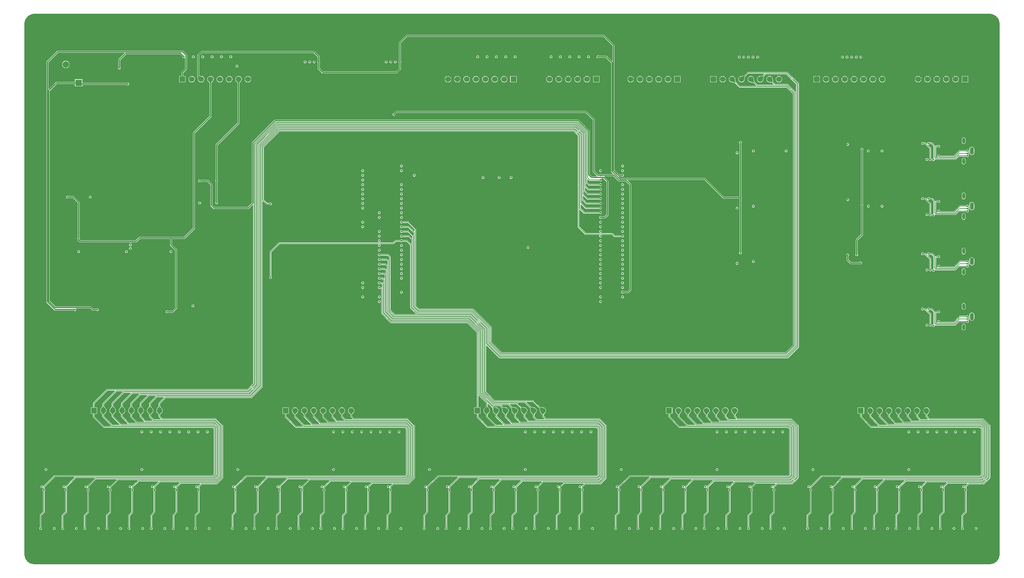
<source format=gbr>
%TF.GenerationSoftware,Altium Limited,Altium Designer,20.0.13 (296)*%
G04 Layer_Physical_Order=2*
G04 Layer_Color=36540*
%FSLAX26Y26*%
%MOIN*%
%TF.FileFunction,Copper,L2,Inr,Signal*%
%TF.Part,Single*%
G01*
G75*
%TA.AperFunction,Conductor*%
%ADD32C,0.007874*%
%ADD33C,0.011811*%
%TA.AperFunction,ComponentPad*%
%ADD35O,0.043307X0.078740*%
%ADD36O,0.031496X0.062992*%
%ADD37R,0.060000X0.060000*%
%ADD38C,0.060000*%
%ADD39R,0.070866X0.070866*%
%ADD40C,0.070866*%
%TA.AperFunction,ViaPad*%
%ADD41C,0.029528*%
%ADD42C,0.196850*%
%ADD43C,0.019685*%
G36*
X10336091Y5893628D02*
X10349775Y5889961D01*
X10362864Y5884539D01*
X10375133Y5877456D01*
X10386372Y5868831D01*
X10396390Y5858814D01*
X10405015Y5847574D01*
X10412098Y5835305D01*
X10417520Y5822216D01*
X10421187Y5808531D01*
X10423036Y5794485D01*
X10423036Y5787401D01*
Y118110D01*
X10423036Y111026D01*
X10421187Y96980D01*
X10417520Y83296D01*
X10412098Y70207D01*
X10405015Y57938D01*
X10396390Y46698D01*
X10386372Y36680D01*
X10375132Y28056D01*
X10362864Y20973D01*
X10349774Y15551D01*
X10336091Y11884D01*
X10322044Y10035D01*
X111027D01*
X96981Y11884D01*
X83296Y15551D01*
X70207Y20972D01*
X57938Y28056D01*
X46698Y36680D01*
X36680Y46698D01*
X28056Y57938D01*
X20973Y70207D01*
X15551Y83296D01*
X11884Y96980D01*
X10035Y111027D01*
Y118110D01*
Y5787402D01*
Y5794485D01*
X11884Y5808531D01*
X15551Y5822216D01*
X20972Y5835305D01*
X28056Y5847574D01*
X36680Y5858814D01*
X46698Y5868831D01*
X57938Y5877456D01*
X70207Y5884539D01*
X83296Y5889961D01*
X96981Y5893628D01*
X111026Y5895477D01*
X10322044D01*
X10336091Y5893628D01*
D02*
G37*
%LPC*%
G36*
X1814173Y5450589D02*
X1808797Y5449520D01*
X1804239Y5446474D01*
X1801193Y5441916D01*
X1800124Y5436539D01*
X1801193Y5431163D01*
X1804239Y5426605D01*
X1808797Y5423560D01*
X1814173Y5422490D01*
X1819550Y5423560D01*
X1824108Y5426605D01*
X1827153Y5431163D01*
X1828223Y5436539D01*
X1827153Y5441916D01*
X1824108Y5446474D01*
X1819550Y5449520D01*
X1814173Y5450589D01*
D02*
G37*
G36*
X6033071Y5450589D02*
X6027694Y5449519D01*
X6023136Y5446474D01*
X6020091Y5441916D01*
X6019021Y5436539D01*
X6020091Y5431163D01*
X6023136Y5426605D01*
X6027694Y5423559D01*
X6033071Y5422490D01*
X6038447Y5423559D01*
X6043005Y5426605D01*
X6046051Y5431163D01*
X6047120Y5436539D01*
X6046051Y5441916D01*
X6043005Y5446474D01*
X6038447Y5449519D01*
X6033071Y5450589D01*
D02*
G37*
G36*
X5933071D02*
X5927694Y5449519D01*
X5923136Y5446474D01*
X5920091Y5441916D01*
X5919021Y5436539D01*
X5920091Y5431163D01*
X5923136Y5426605D01*
X5927694Y5423559D01*
X5933071Y5422490D01*
X5938447Y5423559D01*
X5943005Y5426605D01*
X5946051Y5431163D01*
X5947120Y5436539D01*
X5946051Y5441916D01*
X5943005Y5446474D01*
X5938447Y5449519D01*
X5933071Y5450589D01*
D02*
G37*
G36*
X5833071D02*
X5827694Y5449519D01*
X5823136Y5446474D01*
X5820091Y5441916D01*
X5819021Y5436539D01*
X5820091Y5431163D01*
X5823136Y5426605D01*
X5827694Y5423559D01*
X5833071Y5422490D01*
X5838447Y5423559D01*
X5843005Y5426605D01*
X5846051Y5431163D01*
X5847120Y5436539D01*
X5846051Y5441916D01*
X5843005Y5446474D01*
X5838447Y5449519D01*
X5833071Y5450589D01*
D02*
G37*
G36*
X5733071D02*
X5727694Y5449519D01*
X5723136Y5446474D01*
X5720091Y5441916D01*
X5719021Y5436539D01*
X5720091Y5431163D01*
X5723136Y5426605D01*
X5727694Y5423559D01*
X5733071Y5422490D01*
X5738447Y5423559D01*
X5743005Y5426605D01*
X5746051Y5431163D01*
X5747120Y5436539D01*
X5746051Y5441916D01*
X5743005Y5446474D01*
X5738447Y5449519D01*
X5733071Y5450589D01*
D02*
G37*
G36*
X5633071D02*
X5627694Y5449519D01*
X5623136Y5446474D01*
X5620091Y5441916D01*
X5619021Y5436539D01*
X5620091Y5431163D01*
X5623136Y5426605D01*
X5627694Y5423559D01*
X5633071Y5422490D01*
X5638447Y5423559D01*
X5643005Y5426605D01*
X5646051Y5431163D01*
X5647120Y5436539D01*
X5646051Y5441916D01*
X5643005Y5446474D01*
X5638447Y5449519D01*
X5633071Y5450589D01*
D02*
G37*
G36*
X5248819D02*
X5243442Y5449519D01*
X5238884Y5446474D01*
X5235839Y5441916D01*
X5234769Y5436539D01*
X5235839Y5431163D01*
X5238884Y5426605D01*
X5243442Y5423559D01*
X5248819Y5422490D01*
X5254195Y5423559D01*
X5258753Y5426605D01*
X5261799Y5431163D01*
X5262868Y5436539D01*
X5261799Y5441916D01*
X5258753Y5446474D01*
X5254195Y5449519D01*
X5248819Y5450589D01*
D02*
G37*
G36*
X5148819D02*
X5143442Y5449519D01*
X5138884Y5446474D01*
X5135839Y5441916D01*
X5134769Y5436539D01*
X5135839Y5431163D01*
X5138884Y5426605D01*
X5143442Y5423559D01*
X5148819Y5422490D01*
X5154195Y5423559D01*
X5158753Y5426605D01*
X5161799Y5431163D01*
X5162868Y5436539D01*
X5161799Y5441916D01*
X5158753Y5446474D01*
X5154195Y5449519D01*
X5148819Y5450589D01*
D02*
G37*
G36*
X5048819D02*
X5043442Y5449519D01*
X5038884Y5446474D01*
X5035839Y5441916D01*
X5034769Y5436539D01*
X5035839Y5431163D01*
X5038884Y5426605D01*
X5043442Y5423559D01*
X5048819Y5422490D01*
X5054195Y5423559D01*
X5058753Y5426605D01*
X5061799Y5431163D01*
X5062868Y5436539D01*
X5061799Y5441916D01*
X5058753Y5446474D01*
X5054195Y5449519D01*
X5048819Y5450589D01*
D02*
G37*
G36*
X4948819D02*
X4943442Y5449519D01*
X4938884Y5446474D01*
X4935839Y5441916D01*
X4934769Y5436539D01*
X4935839Y5431163D01*
X4938884Y5426605D01*
X4943442Y5423559D01*
X4948819Y5422490D01*
X4954195Y5423559D01*
X4958753Y5426605D01*
X4961799Y5431163D01*
X4962868Y5436539D01*
X4961799Y5441916D01*
X4958753Y5446474D01*
X4954195Y5449519D01*
X4948819Y5450589D01*
D02*
G37*
G36*
X4848819D02*
X4843442Y5449519D01*
X4838884Y5446474D01*
X4835839Y5441916D01*
X4834769Y5436539D01*
X4835839Y5431163D01*
X4838884Y5426605D01*
X4843442Y5423559D01*
X4848819Y5422490D01*
X4854195Y5423559D01*
X4858753Y5426605D01*
X4861799Y5431163D01*
X4862868Y5436539D01*
X4861799Y5441916D01*
X4858753Y5446474D01*
X4854195Y5449519D01*
X4848819Y5450589D01*
D02*
G37*
G36*
X2214173D02*
X2208797Y5449519D01*
X2204239Y5446474D01*
X2201193Y5441916D01*
X2200124Y5436539D01*
X2201193Y5431163D01*
X2204239Y5426605D01*
X2208797Y5423559D01*
X2214173Y5422490D01*
X2219550Y5423559D01*
X2224108Y5426605D01*
X2227153Y5431163D01*
X2228223Y5436539D01*
X2227153Y5441916D01*
X2224108Y5446474D01*
X2219550Y5449519D01*
X2214173Y5450589D01*
D02*
G37*
G36*
X2114173D02*
X2108797Y5449519D01*
X2104239Y5446474D01*
X2101193Y5441916D01*
X2100124Y5436539D01*
X2101193Y5431163D01*
X2104239Y5426605D01*
X2108797Y5423559D01*
X2114173Y5422490D01*
X2119550Y5423559D01*
X2124108Y5426605D01*
X2127153Y5431163D01*
X2128223Y5436539D01*
X2127153Y5441916D01*
X2124108Y5446474D01*
X2119550Y5449519D01*
X2114173Y5450589D01*
D02*
G37*
G36*
X2014173D02*
X2008797Y5449519D01*
X2004239Y5446474D01*
X2001193Y5441916D01*
X2000124Y5436539D01*
X2001193Y5431163D01*
X2004239Y5426605D01*
X2008797Y5423559D01*
X2014173Y5422490D01*
X2019550Y5423559D01*
X2024108Y5426605D01*
X2027153Y5431163D01*
X2028223Y5436539D01*
X2027153Y5441916D01*
X2024108Y5446474D01*
X2019550Y5449519D01*
X2014173Y5450589D01*
D02*
G37*
G36*
X1914173D02*
X1908797Y5449519D01*
X1904239Y5446474D01*
X1901193Y5441916D01*
X1900124Y5436539D01*
X1901193Y5431163D01*
X1904239Y5426605D01*
X1908797Y5423559D01*
X1914173Y5422490D01*
X1919550Y5423559D01*
X1924108Y5426605D01*
X1927153Y5431163D01*
X1928223Y5436539D01*
X1927153Y5441916D01*
X1924108Y5446474D01*
X1919550Y5449519D01*
X1914173Y5450589D01*
D02*
G37*
G36*
X8941354Y5447120D02*
X8935978Y5446051D01*
X8931420Y5443005D01*
X8928374Y5438447D01*
X8927305Y5433071D01*
X8928374Y5427694D01*
X8931420Y5423136D01*
X8935978Y5420091D01*
X8941354Y5419021D01*
X8946731Y5420091D01*
X8951289Y5423136D01*
X8954334Y5427694D01*
X8955404Y5433071D01*
X8954334Y5438447D01*
X8951289Y5443005D01*
X8946731Y5446051D01*
X8941354Y5447120D01*
D02*
G37*
G36*
X8892142D02*
X8886765Y5446051D01*
X8882207Y5443005D01*
X8879162Y5438447D01*
X8878092Y5433071D01*
X8879162Y5427694D01*
X8882207Y5423136D01*
X8886765Y5420091D01*
X8892142Y5419021D01*
X8897518Y5420091D01*
X8902076Y5423136D01*
X8905122Y5427694D01*
X8906191Y5433071D01*
X8905122Y5438447D01*
X8902076Y5443005D01*
X8897518Y5446051D01*
X8892142Y5447120D01*
D02*
G37*
G36*
X8842929D02*
X8837553Y5446051D01*
X8832995Y5443005D01*
X8829949Y5438447D01*
X8828880Y5433071D01*
X8829949Y5427694D01*
X8832995Y5423136D01*
X8837553Y5420091D01*
X8842929Y5419021D01*
X8848306Y5420091D01*
X8852864Y5423136D01*
X8855909Y5427694D01*
X8856979Y5433071D01*
X8855909Y5438447D01*
X8852864Y5443005D01*
X8848306Y5446051D01*
X8842929Y5447120D01*
D02*
G37*
G36*
X8793717D02*
X8788340Y5446051D01*
X8783782Y5443005D01*
X8780737Y5438447D01*
X8779667Y5433071D01*
X8780737Y5427694D01*
X8783782Y5423136D01*
X8788340Y5420091D01*
X8793717Y5419021D01*
X8799093Y5420091D01*
X8803651Y5423136D01*
X8806697Y5427694D01*
X8807766Y5433071D01*
X8806697Y5438447D01*
X8803651Y5443005D01*
X8799093Y5446051D01*
X8793717Y5447120D01*
D02*
G37*
G36*
X8744504D02*
X8739127Y5446051D01*
X8734569Y5443005D01*
X8731524Y5438447D01*
X8730454Y5433071D01*
X8731524Y5427694D01*
X8734569Y5423136D01*
X8739127Y5420091D01*
X8744504Y5419021D01*
X8749880Y5420091D01*
X8754438Y5423136D01*
X8757484Y5427694D01*
X8758553Y5433071D01*
X8757484Y5438447D01*
X8754438Y5443005D01*
X8749880Y5446051D01*
X8744504Y5447120D01*
D02*
G37*
G36*
X7838992D02*
X7833616Y5446051D01*
X7829058Y5443005D01*
X7826012Y5438447D01*
X7824943Y5433071D01*
X7826012Y5427694D01*
X7829058Y5423136D01*
X7833616Y5420091D01*
X7838992Y5419021D01*
X7844369Y5420091D01*
X7848927Y5423136D01*
X7851972Y5427694D01*
X7853042Y5433071D01*
X7851972Y5438447D01*
X7848927Y5443005D01*
X7844369Y5446051D01*
X7838992Y5447120D01*
D02*
G37*
G36*
X7789779D02*
X7784403Y5446051D01*
X7779845Y5443005D01*
X7776800Y5438447D01*
X7775730Y5433071D01*
X7776800Y5427694D01*
X7779845Y5423136D01*
X7784403Y5420091D01*
X7789779Y5419021D01*
X7795156Y5420091D01*
X7799714Y5423136D01*
X7802760Y5427694D01*
X7803829Y5433071D01*
X7802760Y5438447D01*
X7799714Y5443005D01*
X7795156Y5446051D01*
X7789779Y5447120D01*
D02*
G37*
G36*
X7740567D02*
X7735190Y5446051D01*
X7730632Y5443005D01*
X7727587Y5438447D01*
X7726517Y5433071D01*
X7727587Y5427694D01*
X7730632Y5423136D01*
X7735190Y5420091D01*
X7740567Y5419021D01*
X7745943Y5420091D01*
X7750501Y5423136D01*
X7753547Y5427694D01*
X7754616Y5433071D01*
X7753547Y5438447D01*
X7750501Y5443005D01*
X7745943Y5446051D01*
X7740567Y5447120D01*
D02*
G37*
G36*
X7691354D02*
X7685978Y5446051D01*
X7681420Y5443005D01*
X7678374Y5438447D01*
X7677305Y5433071D01*
X7678374Y5427694D01*
X7681420Y5423136D01*
X7685978Y5420091D01*
X7691354Y5419021D01*
X7696731Y5420091D01*
X7701289Y5423136D01*
X7704334Y5427694D01*
X7705404Y5433071D01*
X7704334Y5438447D01*
X7701289Y5443005D01*
X7696731Y5446051D01*
X7691354Y5447120D01*
D02*
G37*
G36*
X7642142D02*
X7636765Y5446051D01*
X7632207Y5443005D01*
X7629162Y5438447D01*
X7628092Y5433071D01*
X7629162Y5427694D01*
X7632207Y5423136D01*
X7636765Y5420091D01*
X7642142Y5419021D01*
X7647518Y5420091D01*
X7652076Y5423136D01*
X7655122Y5427694D01*
X7656191Y5433071D01*
X7655122Y5438447D01*
X7652076Y5443005D01*
X7647518Y5446051D01*
X7642142Y5447120D01*
D02*
G37*
G36*
X6200000Y5670035D02*
X4090000D01*
X4086160Y5669271D01*
X4082904Y5667096D01*
X4012999Y5597190D01*
X4010823Y5593935D01*
X4010059Y5590095D01*
Y5393605D01*
X4009929Y5393315D01*
X4009914Y5392783D01*
X4009880Y5392400D01*
X4009826Y5392043D01*
X4009752Y5391708D01*
X4009661Y5391393D01*
X4009552Y5391094D01*
X4009423Y5390805D01*
X4009275Y5390524D01*
X4009104Y5390249D01*
X4008826Y5389861D01*
X4008631Y5389029D01*
X4007115Y5386758D01*
X4006045Y5381382D01*
X4007115Y5376005D01*
X4008631Y5373735D01*
X4008826Y5372903D01*
X4009104Y5372515D01*
X4009275Y5372239D01*
X4009424Y5371959D01*
X4009552Y5371671D01*
X4009661Y5371370D01*
X4009752Y5371056D01*
X4009826Y5370721D01*
X4009880Y5370364D01*
X4009914Y5369980D01*
X4009929Y5369448D01*
X4010059Y5369159D01*
Y5309251D01*
X3980843Y5280035D01*
X3199157D01*
X3163988Y5315204D01*
Y5369159D01*
X3164118Y5369448D01*
X3164133Y5369980D01*
X3164167Y5370364D01*
X3164222Y5370721D01*
X3164295Y5371056D01*
X3164386Y5371370D01*
X3164495Y5371670D01*
X3164624Y5371959D01*
X3164772Y5372239D01*
X3164943Y5372515D01*
X3165222Y5372903D01*
X3165416Y5373735D01*
X3166933Y5376005D01*
X3168002Y5381382D01*
X3166933Y5386758D01*
X3165416Y5389029D01*
X3165222Y5389861D01*
X3164943Y5390249D01*
X3164772Y5390524D01*
X3164624Y5390805D01*
X3164496Y5391093D01*
X3164386Y5391393D01*
X3164295Y5391708D01*
X3164222Y5392043D01*
X3164167Y5392400D01*
X3164133Y5392783D01*
X3164118Y5393315D01*
X3163988Y5393605D01*
Y5436047D01*
X3163224Y5439888D01*
X3161049Y5443143D01*
X3112096Y5492096D01*
X3108840Y5494271D01*
X3105000Y5495035D01*
X1900000D01*
X1896160Y5494271D01*
X1892904Y5492096D01*
X1857904Y5457096D01*
X1855729Y5453840D01*
X1854965Y5450000D01*
Y5229095D01*
X1855729Y5225254D01*
X1857904Y5221999D01*
X1859716Y5220187D01*
X1863272Y5192408D01*
X1863697Y5191665D01*
X1864181Y5187991D01*
X1867600Y5179736D01*
X1873040Y5172646D01*
X1880129Y5167207D01*
X1888385Y5163787D01*
X1897244Y5162621D01*
X1906103Y5163787D01*
X1914359Y5167207D01*
X1921448Y5172646D01*
X1926888Y5179736D01*
X1930308Y5187991D01*
X1931474Y5196850D01*
X1930308Y5205710D01*
X1926888Y5213965D01*
X1921448Y5221055D01*
X1914359Y5226494D01*
X1906103Y5229914D01*
X1902433Y5230397D01*
X1901694Y5230822D01*
X1877276Y5233992D01*
X1875035Y5238105D01*
Y5445843D01*
X1904157Y5474965D01*
X3100843D01*
X3143918Y5431891D01*
Y5393605D01*
X3143788Y5393315D01*
X3143772Y5392783D01*
X3143738Y5392400D01*
X3143684Y5392043D01*
X3143611Y5391708D01*
X3143520Y5391393D01*
X3143410Y5391094D01*
X3143282Y5390805D01*
X3143133Y5390524D01*
X3142962Y5390249D01*
X3142684Y5389861D01*
X3142490Y5389029D01*
X3140973Y5386758D01*
X3139903Y5381382D01*
X3140973Y5376005D01*
X3142490Y5373735D01*
X3142684Y5372903D01*
X3142962Y5372515D01*
X3143133Y5372239D01*
X3143282Y5371959D01*
X3143410Y5371671D01*
X3143520Y5371370D01*
X3143611Y5371056D01*
X3143684Y5370721D01*
X3143738Y5370364D01*
X3143772Y5369980D01*
X3143788Y5369448D01*
X3143918Y5369159D01*
Y5311047D01*
X3144681Y5307207D01*
X3146857Y5303951D01*
X3187904Y5262904D01*
X3191160Y5260729D01*
X3195000Y5259965D01*
X3985000D01*
X3988840Y5260729D01*
X3992096Y5262904D01*
X4027191Y5297998D01*
X4029366Y5301254D01*
X4030130Y5305095D01*
Y5369159D01*
X4030260Y5369448D01*
X4030275Y5369980D01*
X4030309Y5370364D01*
X4030363Y5370721D01*
X4030437Y5371056D01*
X4030528Y5371370D01*
X4030637Y5371670D01*
X4030765Y5371959D01*
X4030914Y5372239D01*
X4031085Y5372515D01*
X4031363Y5372903D01*
X4031557Y5373735D01*
X4033075Y5376005D01*
X4034144Y5381382D01*
X4033075Y5386758D01*
X4031557Y5389029D01*
X4031363Y5389861D01*
X4031085Y5390249D01*
X4030914Y5390524D01*
X4030765Y5390805D01*
X4030637Y5391093D01*
X4030528Y5391393D01*
X4030437Y5391708D01*
X4030363Y5392043D01*
X4030309Y5392400D01*
X4030275Y5392783D01*
X4030260Y5393315D01*
X4030130Y5393605D01*
Y5585938D01*
X4094157Y5649965D01*
X6195843D01*
X6290713Y5555095D01*
Y5390012D01*
X6286093Y5388099D01*
X6230557Y5443635D01*
X6227301Y5445811D01*
X6223461Y5446575D01*
X6145294D01*
X6145005Y5446704D01*
X6144472Y5446720D01*
X6144089Y5446754D01*
X6143732Y5446808D01*
X6143397Y5446882D01*
X6143082Y5446973D01*
X6142783Y5447082D01*
X6142494Y5447210D01*
X6142213Y5447359D01*
X6141938Y5447530D01*
X6141550Y5447808D01*
X6140718Y5448002D01*
X6138447Y5449519D01*
X6133071Y5450589D01*
X6127694Y5449519D01*
X6123136Y5446474D01*
X6120091Y5441916D01*
X6119021Y5436539D01*
X6120091Y5431163D01*
X6123136Y5426605D01*
X6127694Y5423559D01*
X6133071Y5422490D01*
X6138447Y5423559D01*
X6140718Y5425076D01*
X6141550Y5425271D01*
X6141938Y5425549D01*
X6142213Y5425720D01*
X6142494Y5425868D01*
X6142782Y5425997D01*
X6143082Y5426106D01*
X6143397Y5426197D01*
X6143732Y5426271D01*
X6144089Y5426325D01*
X6144472Y5426359D01*
X6145005Y5426374D01*
X6145294Y5426504D01*
X6219304D01*
X6274965Y5370843D01*
Y4210000D01*
X6275729Y4206160D01*
X6277904Y4202904D01*
X6297846Y4182962D01*
X6295933Y4178342D01*
X6173640D01*
X6173351Y4178472D01*
X6172819Y4178487D01*
X6172435Y4178521D01*
X6172078Y4178576D01*
X6171743Y4178649D01*
X6171429Y4178740D01*
X6171129Y4178850D01*
X6170840Y4178978D01*
X6170560Y4179127D01*
X6170284Y4179297D01*
X6169896Y4179576D01*
X6169064Y4179770D01*
X6166794Y4181287D01*
X6161417Y4182356D01*
X6156041Y4181287D01*
X6153770Y4179770D01*
X6152938Y4179576D01*
X6152550Y4179297D01*
X6152275Y4179127D01*
X6151994Y4178978D01*
X6151706Y4178850D01*
X6151406Y4178740D01*
X6151091Y4178649D01*
X6150756Y4178576D01*
X6150399Y4178521D01*
X6150016Y4178487D01*
X6149484Y4178472D01*
X6149194Y4178342D01*
X6135850D01*
X6100035Y4214157D01*
Y4765000D01*
X6099271Y4768840D01*
X6097096Y4772096D01*
X6017096Y4852096D01*
X6013840Y4854271D01*
X6010000Y4855035D01*
X3980000D01*
X3976160Y4854271D01*
X3972904Y4852096D01*
X3956547Y4835739D01*
X3956251Y4835626D01*
X3955863Y4835260D01*
X3955568Y4835013D01*
X3955277Y4834800D01*
X3954989Y4834615D01*
X3954702Y4834457D01*
X3954412Y4834322D01*
X3954117Y4834209D01*
X3953814Y4834115D01*
X3953497Y4834041D01*
X3953027Y4833964D01*
X3952302Y4833513D01*
X3949624Y4832980D01*
X3945066Y4829935D01*
X3942020Y4825377D01*
X3940950Y4820000D01*
X3942020Y4814623D01*
X3945066Y4810065D01*
X3949624Y4807020D01*
X3955000Y4805950D01*
X3960376Y4807020D01*
X3964934Y4810065D01*
X3967980Y4814623D01*
X3968513Y4817302D01*
X3968964Y4818027D01*
X3969041Y4818497D01*
X3969115Y4818814D01*
X3969209Y4819117D01*
X3969322Y4819412D01*
X3969457Y4819702D01*
X3969615Y4819989D01*
X3969799Y4820276D01*
X3970014Y4820568D01*
X3970260Y4820863D01*
X3970626Y4821251D01*
X3970739Y4821547D01*
X3984157Y4834965D01*
X6005843D01*
X6079965Y4760843D01*
Y4210000D01*
X6080729Y4206160D01*
X6082904Y4202904D01*
X6124597Y4161211D01*
X6126356Y4160035D01*
X6124840Y4155035D01*
X6069157D01*
X6046492Y4177700D01*
Y4639953D01*
X6045728Y4643793D01*
X6043552Y4647049D01*
X5997801Y4692801D01*
X5932049Y4758552D01*
X5928793Y4760728D01*
X5924953Y4761492D01*
X2685047D01*
X2681207Y4760728D01*
X2677951Y4758553D01*
X2441448Y4522049D01*
X2439272Y4518793D01*
X2438508Y4514953D01*
Y3874157D01*
X2394387Y3830035D01*
X2039157D01*
X2015035Y3854157D01*
Y4075000D01*
X2014271Y4078840D01*
X2012096Y4082096D01*
X1977844Y4116348D01*
X1974588Y4118523D01*
X1970748Y4119287D01*
X1893129D01*
X1892839Y4119417D01*
X1892307Y4119432D01*
X1891924Y4119466D01*
X1891566Y4119521D01*
X1891231Y4119594D01*
X1890917Y4119685D01*
X1890618Y4119794D01*
X1890328Y4119923D01*
X1890048Y4120072D01*
X1889773Y4120242D01*
X1889384Y4120521D01*
X1888552Y4120715D01*
X1886282Y4122232D01*
X1880906Y4123301D01*
X1875529Y4122232D01*
X1870971Y4119186D01*
X1867926Y4114628D01*
X1866856Y4109252D01*
X1867926Y4103876D01*
X1870971Y4099318D01*
X1875529Y4096272D01*
X1880906Y4095202D01*
X1886282Y4096272D01*
X1888552Y4097789D01*
X1889384Y4097983D01*
X1889773Y4098262D01*
X1890048Y4098432D01*
X1890329Y4098581D01*
X1890617Y4098709D01*
X1890917Y4098819D01*
X1891231Y4098910D01*
X1891566Y4098983D01*
X1891924Y4099038D01*
X1892307Y4099072D01*
X1892839Y4099087D01*
X1893129Y4099217D01*
X1966591D01*
X1994965Y4070843D01*
Y3850000D01*
X1995729Y3846160D01*
X1997904Y3842904D01*
X2027904Y3812904D01*
X2031160Y3810729D01*
X2035000Y3809965D01*
X2398544D01*
X2402384Y3810729D01*
X2405640Y3812904D01*
X2449675Y3856940D01*
X2454295Y3855026D01*
Y1947571D01*
X2390618Y1883894D01*
X895866D01*
X892794Y1883283D01*
X890189Y1881543D01*
X746685Y1738039D01*
X744945Y1735435D01*
X744334Y1732362D01*
Y1691787D01*
X744165Y1691408D01*
X744129Y1690018D01*
X744036Y1688949D01*
X743899Y1688114D01*
X743744Y1687529D01*
X743725Y1687480D01*
X718425D01*
Y1619606D01*
X743691D01*
X743750Y1619463D01*
X743902Y1618899D01*
X744037Y1618086D01*
X744129Y1617042D01*
X744165Y1615677D01*
X744334Y1615299D01*
Y1587638D01*
X744945Y1584565D01*
X746685Y1581961D01*
X855189Y1473457D01*
X855189Y1473457D01*
X857794Y1471717D01*
X860866Y1471106D01*
X2020618D01*
X2034295Y1457429D01*
Y972571D01*
X2022429Y960705D01*
X332677D01*
X329605Y960094D01*
X327000Y958354D01*
X214335Y845689D01*
X214129Y845617D01*
X208221Y846525D01*
X206785Y848675D01*
X202227Y851720D01*
X196850Y852790D01*
X191474Y851720D01*
X186916Y848675D01*
X183870Y844117D01*
X182801Y838740D01*
X183870Y833364D01*
X186916Y828806D01*
X191474Y825760D01*
X196850Y824691D01*
X202227Y825760D01*
X204491Y827273D01*
X209491Y824601D01*
Y818254D01*
X209403Y818132D01*
X209369Y817996D01*
X209340Y817939D01*
X209331Y817850D01*
X209279Y817703D01*
X209129Y817369D01*
X208940Y817009D01*
X206965Y814016D01*
X206310Y813146D01*
X206085Y812276D01*
X204540Y809963D01*
X203470Y804587D01*
X204540Y799210D01*
X206085Y796897D01*
X206310Y796028D01*
X207001Y795110D01*
X208122Y793510D01*
X208906Y792230D01*
X209129Y791804D01*
X209279Y791470D01*
X209331Y791324D01*
X209340Y791234D01*
X209369Y791178D01*
X209403Y791041D01*
X209491Y790919D01*
Y570845D01*
X177394Y538748D01*
X175654Y536143D01*
X175043Y533071D01*
Y407368D01*
X174954Y407246D01*
X174921Y407110D01*
X174891Y407053D01*
X174882Y406964D01*
X174830Y406817D01*
X174680Y406483D01*
X174491Y406123D01*
X172517Y403130D01*
X171861Y402260D01*
X171637Y401390D01*
X170091Y399077D01*
X169021Y393701D01*
X170091Y388324D01*
X173136Y383766D01*
X177694Y380721D01*
X183071Y379651D01*
X188447Y380721D01*
X193005Y383766D01*
X196051Y388324D01*
X197120Y393701D01*
X196051Y399077D01*
X194505Y401390D01*
X194281Y402260D01*
X193590Y403178D01*
X192468Y404777D01*
X191684Y406058D01*
X191462Y406483D01*
X191312Y406817D01*
X191259Y406964D01*
X191251Y407053D01*
X191221Y407110D01*
X191188Y407246D01*
X191099Y407368D01*
Y529745D01*
X223196Y561843D01*
X223197Y561843D01*
X224937Y564447D01*
X225548Y567520D01*
X225548Y567520D01*
Y790919D01*
X225637Y791041D01*
X225670Y791178D01*
X225700Y791234D01*
X225708Y791324D01*
X225761Y791470D01*
X225911Y791804D01*
X226099Y792165D01*
X228074Y795157D01*
X228730Y796028D01*
X228954Y796897D01*
X230500Y799210D01*
X231569Y804587D01*
X230500Y809963D01*
X228954Y812276D01*
X228730Y813146D01*
X228038Y814063D01*
X226917Y815663D01*
X226133Y816944D01*
X225911Y817369D01*
X225761Y817703D01*
X225708Y817850D01*
X225700Y817939D01*
X225670Y817995D01*
X225637Y818132D01*
X225548Y818254D01*
Y834194D01*
X336002Y944649D01*
X541762D01*
X543676Y940029D01*
X449607Y845961D01*
X444434Y846233D01*
X443556Y846672D01*
X442218Y848675D01*
X437660Y851720D01*
X432284Y852790D01*
X426907Y851720D01*
X422349Y848675D01*
X419303Y844117D01*
X418234Y838740D01*
X419303Y833364D01*
X422349Y828806D01*
X426907Y825760D01*
X432284Y824691D01*
X437660Y825760D01*
X440712Y827799D01*
X445444Y825831D01*
X445712Y825585D01*
Y818254D01*
X445623Y818132D01*
X445590Y817996D01*
X445560Y817939D01*
X445552Y817850D01*
X445499Y817703D01*
X445349Y817369D01*
X445161Y817009D01*
X443186Y814016D01*
X442530Y813146D01*
X442306Y812276D01*
X440760Y809963D01*
X439691Y804587D01*
X440760Y799210D01*
X442306Y796897D01*
X442530Y796028D01*
X443221Y795110D01*
X444343Y793510D01*
X445127Y792230D01*
X445349Y791804D01*
X445499Y791470D01*
X445552Y791324D01*
X445560Y791234D01*
X445590Y791178D01*
X445623Y791041D01*
X445712Y790919D01*
Y570845D01*
X413615Y538748D01*
X411874Y536143D01*
X411263Y533071D01*
Y407368D01*
X411174Y407246D01*
X411141Y407110D01*
X411111Y407053D01*
X411103Y406964D01*
X411051Y406817D01*
X410901Y406483D01*
X410712Y406123D01*
X408737Y403130D01*
X408082Y402260D01*
X407857Y401390D01*
X406311Y399077D01*
X405242Y393701D01*
X406311Y388324D01*
X409357Y383766D01*
X413915Y380721D01*
X419291Y379651D01*
X424668Y380721D01*
X429226Y383766D01*
X432271Y388324D01*
X433341Y393701D01*
X432271Y399077D01*
X430726Y401390D01*
X430501Y402260D01*
X429810Y403178D01*
X428689Y404777D01*
X427905Y406058D01*
X427682Y406483D01*
X427532Y406817D01*
X427480Y406964D01*
X427471Y407053D01*
X427442Y407110D01*
X427409Y407246D01*
X427320Y407368D01*
Y529745D01*
X459417Y561843D01*
X459417Y561843D01*
X461157Y564447D01*
X461769Y567520D01*
X461769Y567520D01*
Y790919D01*
X461857Y791041D01*
X461890Y791178D01*
X461920Y791234D01*
X461929Y791324D01*
X461981Y791470D01*
X462131Y791804D01*
X462320Y792165D01*
X464295Y795157D01*
X464950Y796028D01*
X465175Y796897D01*
X466720Y799210D01*
X467790Y804587D01*
X466720Y809963D01*
X465175Y812276D01*
X464950Y813146D01*
X464259Y814063D01*
X463138Y815663D01*
X462354Y816944D01*
X462131Y817369D01*
X461981Y817703D01*
X461929Y817850D01*
X461920Y817939D01*
X461890Y817995D01*
X461857Y818132D01*
X461769Y818254D01*
Y835415D01*
X559192Y932838D01*
X759951D01*
X761865Y928218D01*
X684284Y850638D01*
X683712Y849782D01*
X679944Y848991D01*
X678516Y848965D01*
X677732Y849147D01*
X673880Y851720D01*
X668504Y852790D01*
X663128Y851720D01*
X658569Y848675D01*
X655524Y844117D01*
X654455Y838740D01*
X655524Y833364D01*
X658569Y828806D01*
X663128Y825760D01*
X668504Y824691D01*
X673880Y825760D01*
X676932Y827799D01*
X681665Y825831D01*
X681932Y825585D01*
Y818254D01*
X681844Y818132D01*
X681811Y817996D01*
X681781Y817939D01*
X681772Y817850D01*
X681720Y817703D01*
X681570Y817369D01*
X681381Y817009D01*
X679406Y814016D01*
X678751Y813146D01*
X678526Y812276D01*
X676981Y809963D01*
X675911Y804587D01*
X676981Y799210D01*
X678526Y796897D01*
X678751Y796028D01*
X679442Y795110D01*
X680563Y793510D01*
X681347Y792230D01*
X681570Y791804D01*
X681720Y791470D01*
X681772Y791324D01*
X681781Y791234D01*
X681810Y791178D01*
X681844Y791041D01*
X681932Y790919D01*
Y570845D01*
X649835Y538748D01*
X648095Y536143D01*
X647484Y533071D01*
Y407368D01*
X647395Y407246D01*
X647362Y407110D01*
X647332Y407053D01*
X647323Y406964D01*
X647271Y406817D01*
X647121Y406483D01*
X646932Y406123D01*
X644958Y403130D01*
X644302Y402260D01*
X644077Y401390D01*
X642532Y399077D01*
X641462Y393701D01*
X642532Y388324D01*
X645577Y383766D01*
X650135Y380721D01*
X655512Y379651D01*
X660888Y380721D01*
X665446Y383766D01*
X668492Y388324D01*
X669561Y393701D01*
X668492Y399077D01*
X666946Y401390D01*
X666722Y402260D01*
X666031Y403178D01*
X664909Y404777D01*
X664125Y406058D01*
X663903Y406483D01*
X663753Y406817D01*
X663700Y406964D01*
X663692Y407053D01*
X663662Y407110D01*
X663629Y407246D01*
X663540Y407368D01*
Y529745D01*
X695637Y561843D01*
X695638Y561843D01*
X697378Y564447D01*
X697989Y567520D01*
X697989Y567520D01*
Y790919D01*
X698078Y791041D01*
X698111Y791178D01*
X698141Y791234D01*
X698149Y791324D01*
X698202Y791470D01*
X698352Y791804D01*
X698540Y792165D01*
X700515Y795157D01*
X701171Y796028D01*
X701395Y796897D01*
X702941Y799210D01*
X704010Y804587D01*
X702941Y809963D01*
X701395Y812276D01*
X701171Y813146D01*
X700480Y814063D01*
X699358Y815663D01*
X698574Y816944D01*
X698352Y817369D01*
X698202Y817703D01*
X698149Y817850D01*
X698141Y817939D01*
X698111Y817995D01*
X698078Y818132D01*
X697989Y818254D01*
Y841635D01*
X777380Y921027D01*
X993140D01*
X995054Y916407D01*
X922796Y844150D01*
X921279Y844140D01*
X916924Y845285D01*
X914659Y848675D01*
X910101Y851720D01*
X904724Y852790D01*
X899348Y851720D01*
X894790Y848675D01*
X891744Y844117D01*
X890675Y838740D01*
X891744Y833364D01*
X894790Y828806D01*
X899348Y825760D01*
X904724Y824691D01*
X910101Y825760D01*
X913153Y827799D01*
X917885Y825831D01*
X918153Y825585D01*
Y818254D01*
X918064Y818132D01*
X918031Y817996D01*
X918001Y817939D01*
X917993Y817850D01*
X917940Y817703D01*
X917790Y817369D01*
X917601Y817009D01*
X915627Y814016D01*
X914971Y813146D01*
X914747Y812276D01*
X913201Y809963D01*
X912132Y804587D01*
X913201Y799210D01*
X914747Y796897D01*
X914971Y796028D01*
X915662Y795110D01*
X916784Y793510D01*
X917568Y792230D01*
X917790Y791804D01*
X917940Y791470D01*
X917993Y791324D01*
X918001Y791234D01*
X918031Y791178D01*
X918064Y791041D01*
X918153Y790919D01*
Y570845D01*
X886055Y538748D01*
X884315Y536143D01*
X883704Y533071D01*
Y407368D01*
X883615Y407246D01*
X883582Y407110D01*
X883552Y407053D01*
X883544Y406964D01*
X883491Y406817D01*
X883341Y406483D01*
X883153Y406123D01*
X881178Y403130D01*
X880522Y402260D01*
X880298Y401390D01*
X878752Y399077D01*
X877683Y393701D01*
X878752Y388324D01*
X881798Y383766D01*
X886356Y380721D01*
X891732Y379651D01*
X897109Y380721D01*
X901667Y383766D01*
X904712Y388324D01*
X905782Y393701D01*
X904712Y399077D01*
X903167Y401390D01*
X902942Y402260D01*
X902251Y403178D01*
X901130Y404777D01*
X900346Y406058D01*
X900123Y406483D01*
X899973Y406817D01*
X899921Y406964D01*
X899912Y407053D01*
X899883Y407110D01*
X899849Y407246D01*
X899761Y407368D01*
Y529745D01*
X931858Y561843D01*
X931858Y561843D01*
X933598Y564447D01*
X934210Y567520D01*
X934209Y567520D01*
Y790919D01*
X934298Y791041D01*
X934331Y791178D01*
X934361Y791234D01*
X934370Y791324D01*
X934422Y791470D01*
X934572Y791804D01*
X934761Y792165D01*
X936735Y795157D01*
X937391Y796028D01*
X937615Y796897D01*
X939161Y799210D01*
X940231Y804587D01*
X939161Y809963D01*
X937615Y812276D01*
X937391Y813146D01*
X936700Y814063D01*
X935579Y815663D01*
X934795Y816944D01*
X934572Y817369D01*
X934422Y817703D01*
X934370Y817850D01*
X934361Y817939D01*
X934331Y817995D01*
X934298Y818132D01*
X934209Y818254D01*
Y832856D01*
X1010569Y909216D01*
X1216329D01*
X1218243Y904596D01*
X1158793Y845146D01*
X1157849Y844947D01*
X1153016Y845723D01*
X1152702Y845947D01*
X1150879Y848675D01*
X1146321Y851720D01*
X1140945Y852790D01*
X1135568Y851720D01*
X1131010Y848675D01*
X1127965Y844117D01*
X1126895Y838740D01*
X1127965Y833364D01*
X1131010Y828806D01*
X1135568Y825760D01*
X1140945Y824691D01*
X1146321Y825760D01*
X1149373Y827799D01*
X1154106Y825831D01*
X1154373Y825585D01*
Y818254D01*
X1154284Y818132D01*
X1154251Y817996D01*
X1154222Y817939D01*
X1154213Y817850D01*
X1154161Y817703D01*
X1154011Y817369D01*
X1153822Y817009D01*
X1151847Y814016D01*
X1151192Y813146D01*
X1150967Y812276D01*
X1149422Y809963D01*
X1148352Y804587D01*
X1149422Y799210D01*
X1150967Y796897D01*
X1151192Y796028D01*
X1151883Y795110D01*
X1153004Y793510D01*
X1153788Y792230D01*
X1154011Y791804D01*
X1154161Y791470D01*
X1154213Y791324D01*
X1154222Y791234D01*
X1154251Y791178D01*
X1154284Y791041D01*
X1154373Y790919D01*
Y570845D01*
X1122276Y538748D01*
X1120536Y536143D01*
X1119925Y533071D01*
Y407368D01*
X1119836Y407246D01*
X1119803Y407110D01*
X1119773Y407053D01*
X1119764Y406964D01*
X1119712Y406817D01*
X1119562Y406483D01*
X1119373Y406123D01*
X1117399Y403130D01*
X1116743Y402260D01*
X1116518Y401390D01*
X1114973Y399077D01*
X1113903Y393701D01*
X1114973Y388324D01*
X1118018Y383766D01*
X1122576Y380721D01*
X1127953Y379651D01*
X1133329Y380721D01*
X1137887Y383766D01*
X1140933Y388324D01*
X1142002Y393701D01*
X1140933Y399077D01*
X1139387Y401390D01*
X1139163Y402260D01*
X1138472Y403178D01*
X1137350Y404777D01*
X1136566Y406058D01*
X1136344Y406483D01*
X1136194Y406817D01*
X1136141Y406964D01*
X1136133Y407053D01*
X1136103Y407110D01*
X1136070Y407246D01*
X1135981Y407368D01*
Y529745D01*
X1168078Y561843D01*
X1168079Y561843D01*
X1169819Y564447D01*
X1170430Y567520D01*
X1170430Y567520D01*
Y790919D01*
X1170519Y791041D01*
X1170552Y791178D01*
X1170582Y791234D01*
X1170590Y791324D01*
X1170642Y791470D01*
X1170793Y791804D01*
X1170981Y792165D01*
X1172956Y795157D01*
X1173611Y796028D01*
X1173836Y796897D01*
X1175382Y799210D01*
X1176451Y804587D01*
X1175382Y809963D01*
X1173836Y812276D01*
X1173611Y813146D01*
X1172920Y814063D01*
X1171799Y815663D01*
X1171015Y816944D01*
X1170793Y817369D01*
X1170642Y817703D01*
X1170590Y817850D01*
X1170582Y817939D01*
X1170552Y817995D01*
X1170519Y818132D01*
X1170430Y818254D01*
Y834076D01*
X1233758Y897405D01*
X1439518D01*
X1441431Y892785D01*
X1394524Y845878D01*
X1394487Y845863D01*
X1389305Y846184D01*
X1388478Y846613D01*
X1387100Y848675D01*
X1382542Y851720D01*
X1377165Y852790D01*
X1371789Y851720D01*
X1367231Y848675D01*
X1364185Y844117D01*
X1363116Y838740D01*
X1364185Y833364D01*
X1367231Y828806D01*
X1371789Y825760D01*
X1377165Y824691D01*
X1382542Y825760D01*
X1385594Y827799D01*
X1390326Y825831D01*
X1390594Y825585D01*
Y818254D01*
X1390505Y818132D01*
X1390472Y817996D01*
X1390442Y817939D01*
X1390434Y817850D01*
X1390381Y817703D01*
X1390231Y817369D01*
X1390043Y817009D01*
X1388068Y814016D01*
X1387412Y813146D01*
X1387188Y812276D01*
X1385642Y809963D01*
X1384573Y804587D01*
X1385642Y799210D01*
X1387188Y796897D01*
X1387412Y796028D01*
X1388103Y795110D01*
X1389225Y793510D01*
X1390009Y792230D01*
X1390231Y791804D01*
X1390381Y791470D01*
X1390434Y791324D01*
X1390442Y791234D01*
X1390472Y791178D01*
X1390505Y791041D01*
X1390594Y790919D01*
Y570845D01*
X1358496Y538748D01*
X1356756Y536143D01*
X1356145Y533071D01*
Y407368D01*
X1356056Y407246D01*
X1356023Y407110D01*
X1355993Y407053D01*
X1355985Y406964D01*
X1355932Y406817D01*
X1355782Y406483D01*
X1355594Y406123D01*
X1353619Y403130D01*
X1352963Y402260D01*
X1352739Y401390D01*
X1351193Y399077D01*
X1350124Y393701D01*
X1351193Y388324D01*
X1354239Y383766D01*
X1358797Y380721D01*
X1364173Y379651D01*
X1369550Y380721D01*
X1374108Y383766D01*
X1377153Y388324D01*
X1378223Y393701D01*
X1377153Y399077D01*
X1375608Y401390D01*
X1375383Y402260D01*
X1374692Y403178D01*
X1373571Y404777D01*
X1372787Y406058D01*
X1372564Y406483D01*
X1372414Y406817D01*
X1372362Y406964D01*
X1372353Y407053D01*
X1372324Y407110D01*
X1372290Y407246D01*
X1372202Y407368D01*
Y529745D01*
X1404299Y561843D01*
X1404299Y561843D01*
X1406039Y564447D01*
X1406650Y567520D01*
X1406650Y567520D01*
Y790919D01*
X1406739Y791041D01*
X1406772Y791178D01*
X1406802Y791234D01*
X1406811Y791324D01*
X1406863Y791470D01*
X1407013Y791804D01*
X1407202Y792165D01*
X1409176Y795157D01*
X1409832Y796028D01*
X1410056Y796897D01*
X1411602Y799210D01*
X1412672Y804587D01*
X1411602Y809963D01*
X1410056Y812276D01*
X1409832Y813146D01*
X1409141Y814063D01*
X1408020Y815663D01*
X1407236Y816944D01*
X1407013Y817369D01*
X1406863Y817703D01*
X1406811Y817850D01*
X1406802Y817939D01*
X1406772Y817995D01*
X1406739Y818132D01*
X1406650Y818254D01*
Y835297D01*
X1456947Y885594D01*
X1662707D01*
X1664620Y880974D01*
X1630526Y846880D01*
X1625725Y846722D01*
X1624290Y847223D01*
X1623320Y848675D01*
X1618762Y851720D01*
X1613386Y852790D01*
X1608009Y851720D01*
X1603451Y848675D01*
X1600406Y844117D01*
X1599336Y838740D01*
X1600406Y833364D01*
X1603451Y828806D01*
X1608009Y825760D01*
X1613386Y824691D01*
X1618762Y825760D01*
X1621814Y827799D01*
X1626547Y825831D01*
X1626814Y825585D01*
Y818254D01*
X1626725Y818132D01*
X1626692Y817996D01*
X1626662Y817939D01*
X1626654Y817850D01*
X1626602Y817703D01*
X1626452Y817369D01*
X1626263Y817009D01*
X1624288Y814016D01*
X1623633Y813146D01*
X1623408Y812276D01*
X1621862Y809963D01*
X1620793Y804587D01*
X1621862Y799210D01*
X1623408Y796897D01*
X1623633Y796028D01*
X1624324Y795110D01*
X1625445Y793510D01*
X1626229Y792230D01*
X1626452Y791804D01*
X1626602Y791470D01*
X1626654Y791324D01*
X1626662Y791234D01*
X1626692Y791178D01*
X1626725Y791041D01*
X1626814Y790919D01*
Y570845D01*
X1594717Y538748D01*
X1592976Y536143D01*
X1592365Y533071D01*
Y407368D01*
X1592277Y407246D01*
X1592244Y407110D01*
X1592214Y407053D01*
X1592205Y406964D01*
X1592153Y406817D01*
X1592003Y406483D01*
X1591814Y406123D01*
X1589839Y403130D01*
X1589184Y402260D01*
X1588959Y401390D01*
X1587414Y399077D01*
X1586344Y393701D01*
X1587414Y388324D01*
X1590459Y383766D01*
X1595017Y380721D01*
X1600394Y379651D01*
X1605770Y380721D01*
X1610328Y383766D01*
X1613374Y388324D01*
X1614443Y393701D01*
X1613374Y399077D01*
X1611828Y401390D01*
X1611604Y402260D01*
X1610912Y403178D01*
X1609791Y404777D01*
X1609007Y406058D01*
X1608785Y406483D01*
X1608634Y406817D01*
X1608582Y406964D01*
X1608574Y407053D01*
X1608544Y407110D01*
X1608511Y407246D01*
X1608422Y407368D01*
Y529745D01*
X1640519Y561843D01*
X1640519Y561843D01*
X1642260Y564447D01*
X1642871Y567520D01*
X1642871Y567520D01*
Y790919D01*
X1642960Y791041D01*
X1642993Y791178D01*
X1643023Y791234D01*
X1643031Y791324D01*
X1643083Y791470D01*
X1643233Y791804D01*
X1643422Y792165D01*
X1645397Y795157D01*
X1646052Y796028D01*
X1646277Y796897D01*
X1647822Y799210D01*
X1648892Y804587D01*
X1647822Y809963D01*
X1646277Y812276D01*
X1646052Y813146D01*
X1645361Y814063D01*
X1644240Y815663D01*
X1643456Y816944D01*
X1643233Y817369D01*
X1643083Y817703D01*
X1643031Y817850D01*
X1643023Y817939D01*
X1642993Y817995D01*
X1642960Y818132D01*
X1642871Y818254D01*
Y836517D01*
X1680136Y873783D01*
X1885896D01*
X1887810Y869163D01*
X1866262Y847616D01*
X1862591Y847318D01*
X1860103Y847833D01*
X1859541Y848675D01*
X1854983Y851720D01*
X1849606Y852790D01*
X1844230Y851720D01*
X1839672Y848675D01*
X1836626Y844117D01*
X1835557Y838740D01*
X1836626Y833364D01*
X1839672Y828806D01*
X1844230Y825760D01*
X1849606Y824691D01*
X1854983Y825760D01*
X1858035Y827799D01*
X1862767Y825831D01*
X1863035Y825585D01*
Y818254D01*
X1862946Y818132D01*
X1862913Y817996D01*
X1862883Y817939D01*
X1862875Y817850D01*
X1862822Y817703D01*
X1862672Y817369D01*
X1862483Y817009D01*
X1860509Y814016D01*
X1859853Y813146D01*
X1859629Y812276D01*
X1858083Y809963D01*
X1857014Y804587D01*
X1858083Y799210D01*
X1859629Y796897D01*
X1859853Y796028D01*
X1860544Y795110D01*
X1861666Y793510D01*
X1862449Y792230D01*
X1862672Y791804D01*
X1862822Y791470D01*
X1862875Y791324D01*
X1862883Y791234D01*
X1862913Y791178D01*
X1862946Y791041D01*
X1863035Y790919D01*
Y570845D01*
X1830937Y538748D01*
X1829197Y536143D01*
X1828586Y533071D01*
Y407368D01*
X1828497Y407246D01*
X1828464Y407110D01*
X1828434Y407053D01*
X1828426Y406964D01*
X1828373Y406817D01*
X1828223Y406483D01*
X1828035Y406123D01*
X1826060Y403130D01*
X1825404Y402260D01*
X1825180Y401390D01*
X1823634Y399077D01*
X1822565Y393701D01*
X1823634Y388324D01*
X1826680Y383766D01*
X1831238Y380721D01*
X1836614Y379651D01*
X1841991Y380721D01*
X1846549Y383766D01*
X1849594Y388324D01*
X1850664Y393701D01*
X1849594Y399077D01*
X1848049Y401390D01*
X1847824Y402260D01*
X1847133Y403178D01*
X1846012Y404777D01*
X1845228Y406058D01*
X1845005Y406483D01*
X1844855Y406817D01*
X1844803Y406964D01*
X1844794Y407053D01*
X1844764Y407110D01*
X1844731Y407246D01*
X1844642Y407368D01*
Y529745D01*
X1876740Y561843D01*
X1876740Y561843D01*
X1878480Y564447D01*
X1879091Y567520D01*
X1879091Y567520D01*
Y790919D01*
X1879180Y791041D01*
X1879213Y791178D01*
X1879243Y791234D01*
X1879251Y791324D01*
X1879304Y791470D01*
X1879454Y791804D01*
X1879643Y792165D01*
X1881617Y795157D01*
X1882273Y796028D01*
X1882497Y796897D01*
X1884043Y799210D01*
X1885112Y804587D01*
X1884043Y809963D01*
X1882497Y812276D01*
X1882273Y813146D01*
X1881582Y814063D01*
X1880460Y815663D01*
X1879677Y816944D01*
X1879454Y817369D01*
X1879304Y817703D01*
X1879251Y817850D01*
X1879243Y817939D01*
X1879213Y817995D01*
X1879180Y818132D01*
X1879091Y818254D01*
Y837737D01*
X1903325Y861972D01*
X2060000D01*
X2063072Y862583D01*
X2065677Y864323D01*
X2130677Y929323D01*
X2132417Y931928D01*
X2133028Y935000D01*
X2133028Y935000D01*
Y1495000D01*
X2132417Y1498072D01*
X2130677Y1500677D01*
X2130677Y1500677D01*
X2063866Y1567488D01*
X2061261Y1569228D01*
X2058189Y1569839D01*
X1486514D01*
X1460390Y1595963D01*
Y1610041D01*
X1479407Y1632516D01*
X1479695Y1633417D01*
X1482006Y1636428D01*
X1485426Y1644684D01*
X1486592Y1653543D01*
X1485426Y1662403D01*
X1482006Y1670658D01*
X1479744Y1673607D01*
X1479513Y1674440D01*
X1469387Y1687409D01*
X1469326Y1687443D01*
X1469306Y1687509D01*
X1462754Y1695396D01*
X1462645Y1695454D01*
X1462601Y1695570D01*
X1461212Y1697070D01*
X1461071Y1697134D01*
X1461008Y1697275D01*
X1460390Y1697856D01*
Y1729037D01*
X1516514Y1785161D01*
X2428189D01*
X2431261Y1785772D01*
X2433866Y1787512D01*
X2550677Y1904323D01*
X2552417Y1906928D01*
X2553028Y1910000D01*
Y3890896D01*
X2557648Y3892809D01*
X2591961Y3858497D01*
X2591961Y3858496D01*
X2594565Y3856756D01*
X2597638Y3856145D01*
X2597638Y3856145D01*
X2624128D01*
X2624250Y3856056D01*
X2624386Y3856023D01*
X2624443Y3855993D01*
X2624532Y3855985D01*
X2624679Y3855932D01*
X2625013Y3855782D01*
X2625373Y3855594D01*
X2628366Y3853619D01*
X2629236Y3852963D01*
X2630106Y3852739D01*
X2632419Y3851193D01*
X2637795Y3850124D01*
X2643172Y3851193D01*
X2647730Y3854239D01*
X2650775Y3858797D01*
X2651845Y3864173D01*
X2650775Y3869550D01*
X2647730Y3874108D01*
X2643172Y3877153D01*
X2637795Y3878223D01*
X2632419Y3877153D01*
X2630106Y3875608D01*
X2629236Y3875383D01*
X2628319Y3874692D01*
X2626719Y3873571D01*
X2625438Y3872787D01*
X2625013Y3872564D01*
X2624679Y3872414D01*
X2624532Y3872362D01*
X2624443Y3872353D01*
X2624387Y3872324D01*
X2624250Y3872290D01*
X2624128Y3872202D01*
X2600963D01*
X2564839Y3908325D01*
Y4466782D01*
X2733218Y4635161D01*
X5876782D01*
X5920161Y4591782D01*
Y3616811D01*
X5920772Y3613739D01*
X5922512Y3611134D01*
X5999323Y3534323D01*
X5999323Y3534323D01*
X6001928Y3532583D01*
X6005000Y3531972D01*
X6005001Y3531972D01*
X6148419D01*
X6149031Y3531227D01*
X6150634Y3526972D01*
X6148437Y3523684D01*
X6147368Y3518307D01*
X6148437Y3512930D01*
X6151483Y3508372D01*
X6156041Y3505327D01*
X6161417Y3504258D01*
X6166794Y3505327D01*
X6171352Y3508372D01*
X6174397Y3512930D01*
X6175467Y3518307D01*
X6174397Y3523684D01*
X6172200Y3526972D01*
X6173803Y3531227D01*
X6174415Y3531972D01*
X6286675D01*
X6306016Y3512630D01*
X6306016Y3512630D01*
X6308621Y3510890D01*
X6311693Y3510279D01*
X6383971D01*
X6384092Y3510190D01*
X6384229Y3510157D01*
X6384285Y3510127D01*
X6384375Y3510119D01*
X6384521Y3510066D01*
X6384856Y3509916D01*
X6385216Y3509727D01*
X6388208Y3507753D01*
X6389079Y3507097D01*
X6389948Y3506873D01*
X6392261Y3505327D01*
X6397638Y3504258D01*
X6403014Y3505327D01*
X6407572Y3508372D01*
X6410618Y3512930D01*
X6411687Y3518307D01*
X6410618Y3523684D01*
X6407572Y3528242D01*
X6403014Y3531287D01*
X6397638Y3532356D01*
X6392261Y3531287D01*
X6389948Y3529741D01*
X6389079Y3529517D01*
X6388161Y3528826D01*
X6386562Y3527704D01*
X6385281Y3526921D01*
X6384856Y3526698D01*
X6384521Y3526548D01*
X6384375Y3526495D01*
X6384285Y3526487D01*
X6384229Y3526457D01*
X6384092Y3526424D01*
X6383971Y3526335D01*
X6315018D01*
X6295677Y3545677D01*
X6293072Y3547417D01*
X6290000Y3548028D01*
X6008325D01*
X5936217Y3620137D01*
Y3800896D01*
X5940837Y3802809D01*
X5981016Y3762630D01*
X5981016Y3762630D01*
X5983621Y3760890D01*
X5986693Y3760279D01*
X5986694Y3760279D01*
X6147750D01*
X6147872Y3760190D01*
X6148008Y3760157D01*
X6148065Y3760127D01*
X6148154Y3760119D01*
X6148301Y3760066D01*
X6148635Y3759916D01*
X6148995Y3759727D01*
X6151988Y3757753D01*
X6152858Y3757097D01*
X6153727Y3756873D01*
X6156041Y3755327D01*
X6161417Y3754258D01*
X6166794Y3755327D01*
X6171352Y3758372D01*
X6174397Y3762930D01*
X6175467Y3768307D01*
X6174397Y3773684D01*
X6171352Y3778242D01*
X6166794Y3781287D01*
X6161417Y3782356D01*
X6156041Y3781287D01*
X6153727Y3779741D01*
X6152858Y3779517D01*
X6151940Y3778826D01*
X6150341Y3777704D01*
X6149060Y3776921D01*
X6148635Y3776698D01*
X6148301Y3776548D01*
X6148154Y3776495D01*
X6148065Y3776487D01*
X6148008Y3776457D01*
X6147872Y3776424D01*
X6147750Y3776335D01*
X5990018D01*
X5948028Y3818325D01*
Y3859085D01*
X5952648Y3860999D01*
X6001016Y3812630D01*
X6001016Y3812630D01*
X6003621Y3810890D01*
X6006693Y3810279D01*
X6006694Y3810279D01*
X6147750D01*
X6147872Y3810190D01*
X6148008Y3810157D01*
X6148065Y3810127D01*
X6148154Y3810119D01*
X6148301Y3810066D01*
X6148635Y3809916D01*
X6148995Y3809727D01*
X6151988Y3807753D01*
X6152858Y3807097D01*
X6153727Y3806873D01*
X6156041Y3805327D01*
X6161417Y3804258D01*
X6166794Y3805327D01*
X6171352Y3808372D01*
X6174397Y3812930D01*
X6175467Y3818307D01*
X6174397Y3823684D01*
X6171352Y3828242D01*
X6166794Y3831287D01*
X6161417Y3832356D01*
X6156041Y3831287D01*
X6153727Y3829741D01*
X6152858Y3829517D01*
X6151940Y3828826D01*
X6150341Y3827704D01*
X6149060Y3826921D01*
X6148635Y3826698D01*
X6148301Y3826548D01*
X6148154Y3826495D01*
X6148065Y3826487D01*
X6148008Y3826457D01*
X6147872Y3826424D01*
X6147750Y3826335D01*
X6010018D01*
X5959839Y3876515D01*
Y3902274D01*
X5964459Y3904188D01*
X6006016Y3862630D01*
X6006016Y3862630D01*
X6008621Y3860890D01*
X6011693Y3860279D01*
X6011694Y3860279D01*
X6147750D01*
X6147872Y3860190D01*
X6148008Y3860157D01*
X6148065Y3860127D01*
X6148154Y3860119D01*
X6148301Y3860066D01*
X6148635Y3859916D01*
X6148995Y3859727D01*
X6151988Y3857753D01*
X6152858Y3857097D01*
X6153727Y3856873D01*
X6156041Y3855327D01*
X6161417Y3854258D01*
X6166794Y3855327D01*
X6171352Y3858372D01*
X6174397Y3862930D01*
X6175467Y3868307D01*
X6174397Y3873684D01*
X6171352Y3878242D01*
X6166794Y3881287D01*
X6161417Y3882356D01*
X6156041Y3881287D01*
X6153727Y3879741D01*
X6152858Y3879517D01*
X6151940Y3878826D01*
X6150341Y3877704D01*
X6149060Y3876921D01*
X6148635Y3876698D01*
X6148301Y3876548D01*
X6148154Y3876495D01*
X6148065Y3876487D01*
X6148008Y3876457D01*
X6147872Y3876424D01*
X6147750Y3876335D01*
X6015018D01*
X5971650Y3919704D01*
Y3950463D01*
X5976270Y3952376D01*
X6016016Y3912630D01*
X6018621Y3910890D01*
X6021693Y3910279D01*
X6147750D01*
X6147872Y3910190D01*
X6148008Y3910157D01*
X6148065Y3910127D01*
X6148154Y3910119D01*
X6148301Y3910066D01*
X6148635Y3909916D01*
X6148995Y3909727D01*
X6151988Y3907753D01*
X6152858Y3907097D01*
X6153727Y3906873D01*
X6156041Y3905327D01*
X6161417Y3904258D01*
X6166794Y3905327D01*
X6171352Y3908372D01*
X6174397Y3912930D01*
X6175467Y3918307D01*
X6174397Y3923684D01*
X6171352Y3928242D01*
X6166794Y3931287D01*
X6161417Y3932356D01*
X6156041Y3931287D01*
X6153727Y3929741D01*
X6152858Y3929517D01*
X6151940Y3928826D01*
X6150341Y3927704D01*
X6149060Y3926921D01*
X6148635Y3926698D01*
X6148301Y3926548D01*
X6148154Y3926495D01*
X6148065Y3926487D01*
X6148008Y3926457D01*
X6147872Y3926424D01*
X6147750Y3926335D01*
X6025019D01*
X5983461Y3967892D01*
Y3993652D01*
X5988081Y3995566D01*
X6021016Y3962630D01*
X6023621Y3960890D01*
X6026693Y3960279D01*
X6147750D01*
X6147872Y3960190D01*
X6148008Y3960157D01*
X6148065Y3960127D01*
X6148154Y3960119D01*
X6148301Y3960066D01*
X6148635Y3959916D01*
X6148995Y3959727D01*
X6151988Y3957753D01*
X6152858Y3957097D01*
X6153727Y3956873D01*
X6156041Y3955327D01*
X6161417Y3954258D01*
X6166794Y3955327D01*
X6171352Y3958372D01*
X6174397Y3962930D01*
X6175467Y3968307D01*
X6174397Y3973684D01*
X6171352Y3978242D01*
X6166794Y3981287D01*
X6161417Y3982356D01*
X6156041Y3981287D01*
X6153727Y3979741D01*
X6152858Y3979517D01*
X6151940Y3978826D01*
X6150341Y3977704D01*
X6149060Y3976921D01*
X6148635Y3976698D01*
X6148301Y3976548D01*
X6148154Y3976495D01*
X6148065Y3976487D01*
X6148008Y3976457D01*
X6147872Y3976424D01*
X6147750Y3976335D01*
X6030019D01*
X5995272Y4011081D01*
Y4036841D01*
X5999892Y4038755D01*
X6026016Y4012630D01*
X6028621Y4010890D01*
X6031693Y4010279D01*
X6147750D01*
X6147872Y4010190D01*
X6148008Y4010157D01*
X6148065Y4010127D01*
X6148154Y4010119D01*
X6148301Y4010066D01*
X6148635Y4009916D01*
X6148995Y4009727D01*
X6151988Y4007753D01*
X6152858Y4007097D01*
X6153727Y4006873D01*
X6156041Y4005327D01*
X6161417Y4004258D01*
X6166794Y4005327D01*
X6171352Y4008372D01*
X6174397Y4012930D01*
X6175467Y4018307D01*
X6174397Y4023684D01*
X6171352Y4028242D01*
X6166794Y4031287D01*
X6161417Y4032356D01*
X6156041Y4031287D01*
X6153727Y4029741D01*
X6152858Y4029517D01*
X6151940Y4028826D01*
X6150341Y4027704D01*
X6149060Y4026921D01*
X6148635Y4026698D01*
X6148301Y4026548D01*
X6148154Y4026495D01*
X6148065Y4026487D01*
X6148008Y4026457D01*
X6147872Y4026424D01*
X6147750Y4026335D01*
X6035019D01*
X6007083Y4054271D01*
Y4080030D01*
X6011703Y4081943D01*
X6031016Y4062630D01*
X6033621Y4060890D01*
X6036693Y4060279D01*
X6036694Y4060279D01*
X6147750D01*
X6147872Y4060190D01*
X6148008Y4060157D01*
X6148065Y4060127D01*
X6148154Y4060119D01*
X6148301Y4060066D01*
X6148635Y4059916D01*
X6148995Y4059727D01*
X6151988Y4057753D01*
X6152858Y4057097D01*
X6153727Y4056873D01*
X6156041Y4055327D01*
X6161417Y4054258D01*
X6166794Y4055327D01*
X6171352Y4058372D01*
X6174397Y4062930D01*
X6175467Y4068307D01*
X6174397Y4073684D01*
X6171352Y4078242D01*
X6166794Y4081287D01*
X6161417Y4082356D01*
X6156041Y4081287D01*
X6153727Y4079741D01*
X6152858Y4079517D01*
X6151940Y4078826D01*
X6150341Y4077704D01*
X6149060Y4076921D01*
X6148635Y4076698D01*
X6148301Y4076548D01*
X6148154Y4076495D01*
X6148065Y4076487D01*
X6148008Y4076457D01*
X6147872Y4076424D01*
X6147750Y4076335D01*
X6040019D01*
X6018894Y4097459D01*
Y4128219D01*
X6023514Y4130132D01*
X6041016Y4112630D01*
X6041016Y4112630D01*
X6043621Y4110890D01*
X6046693Y4110279D01*
X6046694Y4110279D01*
X6147750D01*
X6147872Y4110190D01*
X6148008Y4110157D01*
X6148065Y4110127D01*
X6148154Y4110119D01*
X6148301Y4110066D01*
X6148635Y4109916D01*
X6148995Y4109727D01*
X6151988Y4107753D01*
X6152858Y4107097D01*
X6153727Y4106873D01*
X6156041Y4105327D01*
X6161417Y4104257D01*
X6166794Y4105327D01*
X6171352Y4108373D01*
X6174397Y4112931D01*
X6175467Y4118307D01*
X6174397Y4123684D01*
X6171352Y4128242D01*
X6168773Y4129965D01*
X6170289Y4134965D01*
X6190843D01*
X6224965Y4100843D01*
Y3749157D01*
X6204150Y3728342D01*
X6173640D01*
X6173351Y3728472D01*
X6172819Y3728487D01*
X6172435Y3728521D01*
X6172078Y3728576D01*
X6171743Y3728649D01*
X6171429Y3728740D01*
X6171129Y3728849D01*
X6170840Y3728978D01*
X6170560Y3729126D01*
X6170284Y3729297D01*
X6169896Y3729576D01*
X6169064Y3729770D01*
X6166794Y3731287D01*
X6161417Y3732356D01*
X6156041Y3731287D01*
X6151483Y3728242D01*
X6148437Y3723684D01*
X6147368Y3718307D01*
X6148437Y3712930D01*
X6151483Y3708372D01*
X6156041Y3705327D01*
X6161417Y3704258D01*
X6166794Y3705327D01*
X6169064Y3706844D01*
X6169896Y3707038D01*
X6170284Y3707317D01*
X6170560Y3707488D01*
X6170840Y3707636D01*
X6171128Y3707764D01*
X6171429Y3707874D01*
X6171743Y3707965D01*
X6172078Y3708038D01*
X6172435Y3708093D01*
X6172819Y3708127D01*
X6173351Y3708142D01*
X6173640Y3708272D01*
X6208307D01*
X6212147Y3709036D01*
X6215403Y3711211D01*
X6242096Y3737904D01*
X6244271Y3741160D01*
X6245035Y3745000D01*
Y4105000D01*
X6244271Y4108840D01*
X6242096Y4112096D01*
X6202096Y4152096D01*
X6200337Y4153272D01*
X6201853Y4158272D01*
X6300265D01*
X6351381Y4107156D01*
X6354637Y4104981D01*
X6358477Y4104217D01*
X6430843D01*
X6469965Y4065095D01*
Y2949157D01*
X6449150Y2928342D01*
X6409861D01*
X6409572Y2928472D01*
X6409039Y2928487D01*
X6408656Y2928521D01*
X6408299Y2928576D01*
X6407964Y2928649D01*
X6407649Y2928740D01*
X6407350Y2928849D01*
X6407061Y2928978D01*
X6406780Y2929126D01*
X6406505Y2929297D01*
X6406117Y2929576D01*
X6405285Y2929770D01*
X6403014Y2931287D01*
X6397638Y2932356D01*
X6392261Y2931287D01*
X6387703Y2928242D01*
X6384658Y2923684D01*
X6383588Y2918307D01*
X6384658Y2912930D01*
X6387703Y2908372D01*
X6392261Y2905327D01*
X6397638Y2904258D01*
X6403014Y2905327D01*
X6405285Y2906844D01*
X6406117Y2907038D01*
X6406505Y2907317D01*
X6406780Y2907488D01*
X6407061Y2907636D01*
X6407349Y2907764D01*
X6407649Y2907874D01*
X6407964Y2907965D01*
X6408299Y2908038D01*
X6408656Y2908093D01*
X6409039Y2908127D01*
X6409572Y2908142D01*
X6409861Y2908272D01*
X6453307D01*
X6457147Y2909036D01*
X6460403Y2911211D01*
X6487096Y2937904D01*
X6489271Y2941160D01*
X6490035Y2945000D01*
Y4069252D01*
X6489271Y4073092D01*
X6487096Y4076348D01*
X6448099Y4115345D01*
X6450012Y4119965D01*
X7270843D01*
X7468097Y3922711D01*
X7471352Y3920536D01*
X7475193Y3919772D01*
X7642895D01*
X7643184Y3919642D01*
X7643717Y3919627D01*
X7644100Y3919593D01*
X7644457Y3919538D01*
X7644779Y3919468D01*
X7644849Y3919146D01*
X7644904Y3918789D01*
X7644938Y3918405D01*
X7644953Y3917873D01*
X7645083Y3917584D01*
Y3351479D01*
X7644953Y3351190D01*
X7644938Y3350657D01*
X7644904Y3350274D01*
X7644849Y3349917D01*
X7644776Y3349582D01*
X7644685Y3349267D01*
X7644576Y3348968D01*
X7644447Y3348679D01*
X7644299Y3348398D01*
X7644128Y3348123D01*
X7643849Y3347735D01*
X7643655Y3346903D01*
X7642138Y3344632D01*
X7641069Y3339256D01*
X7642138Y3333879D01*
X7645184Y3329321D01*
X7649742Y3326276D01*
X7655118Y3325206D01*
X7660495Y3326276D01*
X7665053Y3329321D01*
X7668098Y3333879D01*
X7669168Y3339256D01*
X7668098Y3344632D01*
X7666581Y3346903D01*
X7666387Y3347735D01*
X7666109Y3348123D01*
X7665938Y3348398D01*
X7665789Y3348679D01*
X7665661Y3348967D01*
X7665551Y3349267D01*
X7665460Y3349582D01*
X7665387Y3349917D01*
X7665333Y3350274D01*
X7665298Y3350657D01*
X7665283Y3351190D01*
X7665153Y3351479D01*
Y3917584D01*
X7665283Y3917873D01*
X7665298Y3918405D01*
X7665333Y3918789D01*
X7665387Y3919146D01*
X7665460Y3919481D01*
X7665551Y3919796D01*
X7665661Y3920095D01*
X7665789Y3920384D01*
X7665938Y3920665D01*
X7666109Y3920940D01*
X7666387Y3921328D01*
X7666581Y3922160D01*
X7668098Y3924431D01*
X7669168Y3929807D01*
X7668098Y3935184D01*
X7666581Y3937454D01*
X7666387Y3938286D01*
X7666109Y3938674D01*
X7665938Y3938950D01*
X7665789Y3939230D01*
X7665661Y3939518D01*
X7665551Y3939818D01*
X7665460Y3940133D01*
X7665387Y3940468D01*
X7665333Y3940825D01*
X7665298Y3941209D01*
X7665283Y3941741D01*
X7665153Y3942030D01*
Y4508135D01*
X7665283Y4508425D01*
X7665298Y4508957D01*
X7665333Y4509340D01*
X7665387Y4509697D01*
X7665460Y4510032D01*
X7665551Y4510347D01*
X7665661Y4510646D01*
X7665789Y4510935D01*
X7665938Y4511216D01*
X7666109Y4511491D01*
X7666387Y4511879D01*
X7666581Y4512712D01*
X7668098Y4514982D01*
X7669168Y4520358D01*
X7668098Y4525735D01*
X7665053Y4530293D01*
X7660495Y4533338D01*
X7655118Y4534408D01*
X7649742Y4533338D01*
X7645184Y4530293D01*
X7642138Y4525735D01*
X7641069Y4520358D01*
X7642138Y4514982D01*
X7643655Y4512712D01*
X7643849Y4511879D01*
X7644128Y4511491D01*
X7644299Y4511216D01*
X7644447Y4510935D01*
X7644575Y4510647D01*
X7644685Y4510347D01*
X7644776Y4510032D01*
X7644849Y4509697D01*
X7644904Y4509340D01*
X7644938Y4508957D01*
X7644953Y4508425D01*
X7645083Y4508135D01*
Y3942030D01*
X7644953Y3941741D01*
X7644938Y3941209D01*
X7644904Y3940825D01*
X7644849Y3940468D01*
X7644779Y3940146D01*
X7644457Y3940076D01*
X7644100Y3940021D01*
X7643717Y3939988D01*
X7643184Y3939972D01*
X7642895Y3939842D01*
X7479350D01*
X7282096Y4137096D01*
X7278840Y4139271D01*
X7275000Y4140035D01*
X6369157D01*
X6355920Y4153272D01*
X6357991Y4158272D01*
X6385415D01*
X6385704Y4158142D01*
X6386236Y4158127D01*
X6386619Y4158093D01*
X6386977Y4158038D01*
X6387312Y4157965D01*
X6387626Y4157874D01*
X6387926Y4157765D01*
X6388215Y4157636D01*
X6388495Y4157488D01*
X6388771Y4157317D01*
X6389159Y4157038D01*
X6389991Y4156844D01*
X6392261Y4155327D01*
X6397638Y4154257D01*
X6403014Y4155327D01*
X6407572Y4158373D01*
X6410618Y4162931D01*
X6411687Y4168307D01*
X6410618Y4173684D01*
X6407572Y4178242D01*
X6403014Y4181287D01*
X6397638Y4182356D01*
X6392261Y4181287D01*
X6389991Y4179770D01*
X6389159Y4179576D01*
X6388771Y4179297D01*
X6388495Y4179127D01*
X6388215Y4178978D01*
X6387927Y4178850D01*
X6387626Y4178740D01*
X6387312Y4178649D01*
X6386977Y4178576D01*
X6386619Y4178521D01*
X6386236Y4178487D01*
X6385704Y4178472D01*
X6385415Y4178342D01*
X6355850D01*
X6310783Y4223409D01*
Y5559252D01*
X6310019Y5563092D01*
X6307844Y5566348D01*
X6207096Y5667096D01*
X6203840Y5669271D01*
X6200000Y5670035D01*
D02*
G37*
G36*
X3970882Y5395431D02*
X3965505Y5394362D01*
X3960947Y5391316D01*
X3957902Y5386758D01*
X3956832Y5381382D01*
X3957902Y5376005D01*
X3960947Y5371447D01*
X3965505Y5368402D01*
X3970882Y5367332D01*
X3976258Y5368402D01*
X3980816Y5371447D01*
X3983862Y5376005D01*
X3984931Y5381382D01*
X3983862Y5386758D01*
X3980816Y5391316D01*
X3976258Y5394362D01*
X3970882Y5395431D01*
D02*
G37*
G36*
X3921669D02*
X3916293Y5394362D01*
X3911735Y5391316D01*
X3908689Y5386758D01*
X3907620Y5381382D01*
X3908689Y5376005D01*
X3911735Y5371447D01*
X3916293Y5368402D01*
X3921669Y5367332D01*
X3927046Y5368402D01*
X3931604Y5371447D01*
X3934649Y5376005D01*
X3935719Y5381382D01*
X3934649Y5386758D01*
X3931604Y5391316D01*
X3927046Y5394362D01*
X3921669Y5395431D01*
D02*
G37*
G36*
X3872457D02*
X3867080Y5394362D01*
X3862522Y5391316D01*
X3859477Y5386758D01*
X3858407Y5381382D01*
X3859477Y5376005D01*
X3862522Y5371447D01*
X3867080Y5368402D01*
X3872457Y5367332D01*
X3877833Y5368402D01*
X3882391Y5371447D01*
X3885437Y5376005D01*
X3886506Y5381382D01*
X3885437Y5386758D01*
X3882391Y5391316D01*
X3877833Y5394362D01*
X3872457Y5395431D01*
D02*
G37*
G36*
X3104740D02*
X3099364Y5394362D01*
X3094806Y5391316D01*
X3091760Y5386758D01*
X3090691Y5381382D01*
X3091760Y5376005D01*
X3094806Y5371447D01*
X3099364Y5368402D01*
X3104740Y5367332D01*
X3110117Y5368402D01*
X3114675Y5371447D01*
X3117720Y5376005D01*
X3118790Y5381382D01*
X3117720Y5386758D01*
X3114675Y5391316D01*
X3110117Y5394362D01*
X3104740Y5395431D01*
D02*
G37*
G36*
X3055528D02*
X3050151Y5394362D01*
X3045593Y5391316D01*
X3042548Y5386758D01*
X3041478Y5381382D01*
X3042548Y5376005D01*
X3045593Y5371447D01*
X3050151Y5368402D01*
X3055528Y5367332D01*
X3060904Y5368402D01*
X3065462Y5371447D01*
X3068508Y5376005D01*
X3069577Y5381382D01*
X3068508Y5386758D01*
X3065462Y5391316D01*
X3060904Y5394362D01*
X3055528Y5395431D01*
D02*
G37*
G36*
X3006315D02*
X3000939Y5394362D01*
X2996381Y5391316D01*
X2993335Y5386758D01*
X2992265Y5381382D01*
X2993335Y5376005D01*
X2996381Y5371447D01*
X3000939Y5368402D01*
X3006315Y5367332D01*
X3011691Y5368402D01*
X3016249Y5371447D01*
X3019295Y5376005D01*
X3020365Y5381382D01*
X3019295Y5386758D01*
X3016249Y5391316D01*
X3011691Y5394362D01*
X3006315Y5395431D01*
D02*
G37*
G36*
X456693Y5393522D02*
Y5358268D01*
X491947D01*
X491113Y5364608D01*
X487146Y5374186D01*
X480835Y5382410D01*
X472611Y5388720D01*
X463034Y5392687D01*
X456693Y5393522D01*
D02*
G37*
G36*
X448819D02*
X442478Y5392687D01*
X432901Y5388720D01*
X424677Y5382410D01*
X418366Y5374186D01*
X414399Y5364608D01*
X413565Y5358268D01*
X448819D01*
Y5393522D01*
D02*
G37*
G36*
X2280315Y5350589D02*
X2274939Y5349520D01*
X2270381Y5346474D01*
X2267335Y5341916D01*
X2266266Y5336539D01*
X2267335Y5331163D01*
X2270381Y5326605D01*
X2274939Y5323560D01*
X2280315Y5322490D01*
X2285692Y5323560D01*
X2290250Y5326605D01*
X2293295Y5331163D01*
X2294365Y5336539D01*
X2293295Y5341916D01*
X2290250Y5346474D01*
X2285692Y5349520D01*
X2280315Y5350589D01*
D02*
G37*
G36*
X491947Y5350394D02*
X456693D01*
Y5315139D01*
X463034Y5315974D01*
X472611Y5319941D01*
X480835Y5326252D01*
X487146Y5334476D01*
X491113Y5344053D01*
X491947Y5350394D01*
D02*
G37*
G36*
X448819D02*
X413565D01*
X414399Y5344053D01*
X418366Y5334476D01*
X424677Y5326252D01*
X432901Y5319941D01*
X442478Y5315974D01*
X448819Y5315139D01*
Y5350394D01*
D02*
G37*
G36*
X8572835Y5230562D02*
Y5200788D01*
X8602609D01*
X8601961Y5205710D01*
X8598541Y5213965D01*
X8593102Y5221055D01*
X8586013Y5226494D01*
X8577757Y5229914D01*
X8572835Y5230562D01*
D02*
G37*
G36*
X8564961D02*
X8560038Y5229914D01*
X8551783Y5226494D01*
X8544693Y5221055D01*
X8539254Y5213965D01*
X8535834Y5205710D01*
X8535186Y5200788D01*
X8564961D01*
Y5230562D01*
D02*
G37*
G36*
X8502835Y5230788D02*
X8472835D01*
Y5200788D01*
X8502835D01*
Y5230788D01*
D02*
G37*
G36*
X8464961D02*
X8434961D01*
Y5200788D01*
X8464961D01*
Y5230788D01*
D02*
G37*
G36*
X7470472Y5230562D02*
Y5200788D01*
X7500247D01*
X7499599Y5205710D01*
X7496179Y5213965D01*
X7490739Y5221055D01*
X7483650Y5226494D01*
X7475395Y5229914D01*
X7470472Y5230562D01*
D02*
G37*
G36*
X7462598D02*
X7457676Y5229914D01*
X7449421Y5226494D01*
X7442331Y5221055D01*
X7436891Y5213965D01*
X7433472Y5205710D01*
X7432824Y5200788D01*
X7462598D01*
Y5230562D01*
D02*
G37*
G36*
X7400472Y5230788D02*
X7370472D01*
Y5200788D01*
X7400472D01*
Y5230788D01*
D02*
G37*
G36*
X7362598D02*
X7332598D01*
Y5200788D01*
X7362598D01*
Y5230788D01*
D02*
G37*
G36*
X2401181Y5230562D02*
Y5200788D01*
X2430956D01*
X2430308Y5205710D01*
X2426888Y5213965D01*
X2421448Y5221055D01*
X2414359Y5226494D01*
X2406104Y5229914D01*
X2401181Y5230562D01*
D02*
G37*
G36*
X2393307D02*
X2388385Y5229914D01*
X2380129Y5226494D01*
X2373040Y5221055D01*
X2367600Y5213965D01*
X2364181Y5205710D01*
X2363533Y5200788D01*
X2393307D01*
Y5230562D01*
D02*
G37*
G36*
X6486221Y5230562D02*
Y5200787D01*
X6515995D01*
X6515347Y5205710D01*
X6511927Y5213965D01*
X6506488Y5221055D01*
X6499398Y5226494D01*
X6491143Y5229914D01*
X6486221Y5230562D01*
D02*
G37*
G36*
X9557087Y5230562D02*
Y5200787D01*
X9586861D01*
X9586213Y5205710D01*
X9582793Y5213965D01*
X9577354Y5221055D01*
X9570264Y5226494D01*
X9562009Y5229914D01*
X9557087Y5230562D01*
D02*
G37*
G36*
X4635826D02*
Y5200787D01*
X4665601D01*
X4664953Y5205710D01*
X4661534Y5213965D01*
X4656094Y5221055D01*
X4649005Y5226494D01*
X4640749Y5229914D01*
X4635826Y5230562D01*
D02*
G37*
G36*
X4535826D02*
Y5200787D01*
X4565601D01*
X4564953Y5205710D01*
X4561534Y5213965D01*
X4556094Y5221055D01*
X4549005Y5226494D01*
X4540749Y5229914D01*
X4535826Y5230562D01*
D02*
G37*
G36*
X4627952Y5230562D02*
X4623030Y5229914D01*
X4614775Y5226494D01*
X4607686Y5221055D01*
X4602246Y5213965D01*
X4598826Y5205710D01*
X4598178Y5200787D01*
X4627952D01*
Y5230562D01*
D02*
G37*
G36*
X4527952D02*
X4523030Y5229914D01*
X4514775Y5226494D01*
X4507686Y5221055D01*
X4502246Y5213965D01*
X4498826Y5205710D01*
X4498178Y5200787D01*
X4527952D01*
Y5230562D01*
D02*
G37*
G36*
X9549213Y5230562D02*
X9544290Y5229914D01*
X9536035Y5226494D01*
X9528945Y5221055D01*
X9523506Y5213965D01*
X9520086Y5205710D01*
X9519438Y5200787D01*
X9549213D01*
Y5230562D01*
D02*
G37*
G36*
X6478347D02*
X6473424Y5229914D01*
X6465169Y5226494D01*
X6458079Y5221055D01*
X6452640Y5213965D01*
X6449220Y5205710D01*
X6448572Y5200787D01*
X6478347D01*
Y5230562D01*
D02*
G37*
G36*
X4627952Y5192913D02*
X4598178D01*
X4598826Y5187991D01*
X4602246Y5179736D01*
X4607686Y5172646D01*
X4614775Y5167207D01*
X4623030Y5163787D01*
X4627952Y5163139D01*
Y5192913D01*
D02*
G37*
G36*
X4527952D02*
X4498178D01*
X4498826Y5187991D01*
X4502246Y5179736D01*
X4507686Y5172646D01*
X4514775Y5167207D01*
X4523030Y5163787D01*
X4527952Y5163139D01*
Y5192913D01*
D02*
G37*
G36*
X6515995D02*
X6486221D01*
Y5163139D01*
X6491143Y5163787D01*
X6499398Y5167207D01*
X6506488Y5172646D01*
X6511927Y5179736D01*
X6515347Y5187991D01*
X6515995Y5192913D01*
D02*
G37*
G36*
X9586861D02*
X9557087D01*
Y5163139D01*
X9562009Y5163787D01*
X9570264Y5167207D01*
X9577354Y5172646D01*
X9582793Y5179736D01*
X9586213Y5187991D01*
X9586861Y5192913D01*
D02*
G37*
G36*
X8602609Y5192913D02*
X8572835D01*
Y5163139D01*
X8577757Y5163787D01*
X8586013Y5167207D01*
X8593102Y5172646D01*
X8598541Y5179736D01*
X8601961Y5187991D01*
X8602609Y5192913D01*
D02*
G37*
G36*
X8564961D02*
X8535186D01*
X8535834Y5187991D01*
X8539254Y5179736D01*
X8544693Y5172646D01*
X8551783Y5167207D01*
X8560038Y5163787D01*
X8564961Y5163139D01*
Y5192913D01*
D02*
G37*
G36*
X7500247D02*
X7470472D01*
Y5163139D01*
X7475395Y5163787D01*
X7483650Y5167207D01*
X7490739Y5172646D01*
X7496179Y5179736D01*
X7499599Y5187991D01*
X7500247Y5192913D01*
D02*
G37*
G36*
X7462598D02*
X7432824D01*
X7433472Y5187991D01*
X7436891Y5179736D01*
X7442331Y5172646D01*
X7449421Y5167207D01*
X7457676Y5163787D01*
X7462598Y5163139D01*
Y5192913D01*
D02*
G37*
G36*
X2430956D02*
X2401181D01*
Y5163139D01*
X2406104Y5163787D01*
X2414359Y5167207D01*
X2421448Y5172646D01*
X2426888Y5179736D01*
X2430308Y5187991D01*
X2430956Y5192913D01*
D02*
G37*
G36*
X2393307D02*
X2363533D01*
X2364181Y5187991D01*
X2367600Y5179736D01*
X2373040Y5172646D01*
X2380129Y5167207D01*
X2388385Y5163787D01*
X2393307Y5163139D01*
Y5192913D01*
D02*
G37*
G36*
X9549213Y5192913D02*
X9519438D01*
X9520086Y5187991D01*
X9523506Y5179736D01*
X9528945Y5172646D01*
X9536035Y5167207D01*
X9544290Y5163787D01*
X9549213Y5163139D01*
Y5192913D01*
D02*
G37*
G36*
X6478347D02*
X6448572D01*
X6449220Y5187991D01*
X6452640Y5179736D01*
X6458079Y5172646D01*
X6465169Y5167207D01*
X6473424Y5163787D01*
X6478347Y5163139D01*
Y5192913D01*
D02*
G37*
G36*
X4665601D02*
X4635826D01*
Y5163139D01*
X4640749Y5163787D01*
X4649005Y5167207D01*
X4656094Y5172646D01*
X4661534Y5179736D01*
X4664953Y5187991D01*
X4665601Y5192913D01*
D02*
G37*
G36*
X4565601D02*
X4535826D01*
Y5163139D01*
X4540749Y5163787D01*
X4549005Y5167207D01*
X4556094Y5172646D01*
X4561534Y5179736D01*
X4564953Y5187991D01*
X4565601Y5192913D01*
D02*
G37*
G36*
X10087087Y5230788D02*
X10019213D01*
Y5162913D01*
X10087087D01*
Y5230788D01*
D02*
G37*
G36*
X8502835Y5192913D02*
X8472835D01*
Y5162913D01*
X8502835D01*
Y5192913D01*
D02*
G37*
G36*
X8464961D02*
X8434961D01*
Y5162913D01*
X8464961D01*
Y5192913D01*
D02*
G37*
G36*
X7400472D02*
X7370472D01*
Y5162913D01*
X7400472D01*
Y5192913D01*
D02*
G37*
G36*
X7362598D02*
X7332598D01*
Y5162913D01*
X7362598D01*
Y5192913D01*
D02*
G37*
G36*
X7016221Y5230788D02*
X6948346D01*
Y5162913D01*
X7016221D01*
Y5230788D01*
D02*
G37*
G36*
X6150079D02*
X6082205D01*
Y5162913D01*
X6150079D01*
Y5230788D01*
D02*
G37*
G36*
X5265827D02*
X5197953D01*
Y5162913D01*
X5265827D01*
Y5230788D01*
D02*
G37*
G36*
X1700000Y5500035D02*
X365000D01*
X361160Y5499271D01*
X357904Y5497096D01*
X247904Y5387096D01*
X245729Y5383840D01*
X244965Y5380000D01*
Y2815000D01*
X245729Y2811160D01*
X247904Y2807904D01*
X331447Y2724361D01*
X334703Y2722185D01*
X338543Y2721421D01*
X536481D01*
X536771Y2721292D01*
X537303Y2721276D01*
X537686Y2721242D01*
X538044Y2721188D01*
X538379Y2721115D01*
X538693Y2721023D01*
X538993Y2720914D01*
X539282Y2720786D01*
X539562Y2720637D01*
X539838Y2720466D01*
X540226Y2720188D01*
X541058Y2719994D01*
X543328Y2718477D01*
X548705Y2717407D01*
X554081Y2718477D01*
X558639Y2721522D01*
X561685Y2726080D01*
X562754Y2731457D01*
X561685Y2736833D01*
X559592Y2739965D01*
X561438Y2744548D01*
X561807Y2744965D01*
X715843D01*
X736447Y2724361D01*
X739703Y2722185D01*
X743543Y2721421D01*
X777655D01*
X777944Y2721292D01*
X778476Y2721276D01*
X778860Y2721242D01*
X779217Y2721188D01*
X779552Y2721115D01*
X779866Y2721023D01*
X780166Y2720914D01*
X780455Y2720786D01*
X780735Y2720637D01*
X781011Y2720466D01*
X781399Y2720188D01*
X782231Y2719994D01*
X784501Y2718477D01*
X789878Y2717407D01*
X795254Y2718477D01*
X799812Y2721522D01*
X802858Y2726080D01*
X803927Y2731457D01*
X802858Y2736833D01*
X799812Y2741391D01*
X795254Y2744437D01*
X789878Y2745506D01*
X784501Y2744437D01*
X782231Y2742920D01*
X781399Y2742725D01*
X781011Y2742447D01*
X780735Y2742276D01*
X780455Y2742128D01*
X780167Y2741999D01*
X779866Y2741890D01*
X779552Y2741799D01*
X779217Y2741726D01*
X778860Y2741671D01*
X778476Y2741637D01*
X777944Y2741622D01*
X777655Y2741492D01*
X747700D01*
X727096Y2762096D01*
X723840Y2764271D01*
X720000Y2765035D01*
X341428D01*
X280783Y2825680D01*
Y5070843D01*
X357385Y5147445D01*
X543024D01*
X543316Y5147315D01*
X545455Y5147259D01*
X547189Y5147108D01*
X548613Y5146873D01*
X549709Y5146581D01*
X550461Y5146276D01*
X550879Y5146023D01*
X551031Y5145884D01*
X551047Y5145859D01*
X551055Y5145837D01*
X551121Y5145219D01*
X551181Y5145108D01*
Y5118110D01*
X629921D01*
Y5132627D01*
X629982Y5132739D01*
X630048Y5133357D01*
X630055Y5133379D01*
X630072Y5133404D01*
X630224Y5133543D01*
X630641Y5133796D01*
X631394Y5134100D01*
X632488Y5134392D01*
X633913Y5134627D01*
X635648Y5134779D01*
X637786Y5134834D01*
X638079Y5134965D01*
X1101950D01*
X1102239Y5134835D01*
X1102772Y5134820D01*
X1103155Y5134786D01*
X1103512Y5134731D01*
X1103847Y5134658D01*
X1104162Y5134567D01*
X1104461Y5134458D01*
X1104750Y5134329D01*
X1105031Y5134181D01*
X1105306Y5134010D01*
X1105694Y5133731D01*
X1106526Y5133537D01*
X1108797Y5132020D01*
X1114173Y5130950D01*
X1119550Y5132020D01*
X1124108Y5135065D01*
X1127153Y5139623D01*
X1128223Y5145000D01*
X1127153Y5150377D01*
X1124108Y5154935D01*
X1119550Y5157980D01*
X1114173Y5159050D01*
X1108797Y5157980D01*
X1106526Y5156463D01*
X1105694Y5156269D01*
X1105306Y5155990D01*
X1105031Y5155819D01*
X1104750Y5155671D01*
X1104462Y5155543D01*
X1104162Y5155433D01*
X1103847Y5155342D01*
X1103512Y5155269D01*
X1103155Y5155214D01*
X1102772Y5155180D01*
X1102239Y5155165D01*
X1101950Y5155035D01*
X638079D01*
X637786Y5155166D01*
X635648Y5155221D01*
X633913Y5155373D01*
X632489Y5155608D01*
X631394Y5155900D01*
X630641Y5156204D01*
X630224Y5156457D01*
X630072Y5156597D01*
X630055Y5156621D01*
X630048Y5156643D01*
X629982Y5157262D01*
X629921Y5157373D01*
Y5196850D01*
X551181D01*
Y5169853D01*
X551121Y5169742D01*
X551055Y5169123D01*
X551047Y5169101D01*
X551031Y5169077D01*
X550879Y5168937D01*
X550461Y5168685D01*
X549709Y5168380D01*
X548614Y5168088D01*
X547189Y5167853D01*
X545455Y5167702D01*
X543316Y5167646D01*
X543024Y5167516D01*
X353228D01*
X349388Y5166752D01*
X346132Y5164576D01*
X269655Y5088099D01*
X265035Y5090012D01*
Y5375843D01*
X369157Y5479965D01*
X1079240D01*
X1081153Y5475345D01*
X1016526Y5410718D01*
X1014351Y5407462D01*
X1013587Y5403622D01*
Y5327184D01*
X1013457Y5326894D01*
X1013442Y5326362D01*
X1013408Y5325979D01*
X1013353Y5325622D01*
X1013280Y5325287D01*
X1013189Y5324972D01*
X1013080Y5324673D01*
X1012951Y5324383D01*
X1012803Y5324103D01*
X1012632Y5323828D01*
X1012353Y5323440D01*
X1012159Y5322607D01*
X1010642Y5320337D01*
X1009572Y5314961D01*
X1010642Y5309584D01*
X1013688Y5305026D01*
X1018245Y5301981D01*
X1023622Y5300911D01*
X1028998Y5301981D01*
X1033556Y5305026D01*
X1036602Y5309584D01*
X1037671Y5314961D01*
X1036602Y5320337D01*
X1035085Y5322607D01*
X1034891Y5323440D01*
X1034612Y5323828D01*
X1034441Y5324103D01*
X1034293Y5324384D01*
X1034165Y5324672D01*
X1034055Y5324972D01*
X1033964Y5325287D01*
X1033891Y5325622D01*
X1033836Y5325979D01*
X1033802Y5326362D01*
X1033787Y5326894D01*
X1033657Y5327184D01*
Y5399465D01*
X1098409Y5464217D01*
X1672304D01*
X1698434Y5438087D01*
X1698547Y5437790D01*
X1698913Y5437402D01*
X1699160Y5437107D01*
X1699374Y5436817D01*
X1699559Y5436528D01*
X1699717Y5436241D01*
X1699851Y5435952D01*
X1699965Y5435657D01*
X1700058Y5435353D01*
X1700132Y5435037D01*
X1700210Y5434567D01*
X1700660Y5433841D01*
X1701193Y5431163D01*
X1704239Y5426605D01*
X1708797Y5423560D01*
X1714173Y5422490D01*
X1719550Y5423560D01*
X1719965Y5423837D01*
X1724965Y5421164D01*
Y5309157D01*
X1690148Y5274340D01*
X1687973Y5271085D01*
X1687209Y5267244D01*
Y5238945D01*
X1687079Y5238653D01*
X1687023Y5236514D01*
X1686871Y5234779D01*
X1686637Y5233355D01*
X1686344Y5232260D01*
X1686040Y5231508D01*
X1685787Y5231090D01*
X1685648Y5230938D01*
X1685623Y5230922D01*
X1685601Y5230914D01*
X1684983Y5230848D01*
X1684871Y5230788D01*
X1663307D01*
Y5162913D01*
X1731181D01*
Y5230788D01*
X1709617D01*
X1709506Y5230848D01*
X1708887Y5230914D01*
X1708865Y5230922D01*
X1708841Y5230938D01*
X1708701Y5231090D01*
X1708448Y5231508D01*
X1708144Y5232259D01*
X1707852Y5233354D01*
X1707617Y5234779D01*
X1707465Y5236514D01*
X1707410Y5238653D01*
X1707280Y5238945D01*
Y5263087D01*
X1742096Y5297904D01*
X1744271Y5301160D01*
X1745035Y5305000D01*
Y5455000D01*
X1744271Y5458840D01*
X1742096Y5462096D01*
X1707096Y5497096D01*
X1703840Y5499271D01*
X1700000Y5500035D01*
D02*
G37*
G36*
X9953150Y5231080D02*
X9944290Y5229914D01*
X9936035Y5226494D01*
X9928945Y5221055D01*
X9923506Y5213965D01*
X9920086Y5205710D01*
X9918920Y5196850D01*
X9920086Y5187991D01*
X9923506Y5179736D01*
X9928945Y5172646D01*
X9936035Y5167207D01*
X9944290Y5163787D01*
X9953150Y5162621D01*
X9962009Y5163787D01*
X9970264Y5167207D01*
X9977354Y5172646D01*
X9982793Y5179736D01*
X9986213Y5187991D01*
X9987379Y5196850D01*
X9986213Y5205710D01*
X9982793Y5213965D01*
X9977354Y5221055D01*
X9970264Y5226494D01*
X9962009Y5229914D01*
X9953150Y5231080D01*
D02*
G37*
G36*
X9853150D02*
X9844290Y5229914D01*
X9836035Y5226494D01*
X9828945Y5221055D01*
X9823506Y5213965D01*
X9820086Y5205710D01*
X9818920Y5196850D01*
X9820086Y5187991D01*
X9823506Y5179736D01*
X9828945Y5172646D01*
X9836035Y5167207D01*
X9844290Y5163787D01*
X9853150Y5162621D01*
X9862009Y5163787D01*
X9870264Y5167207D01*
X9877354Y5172646D01*
X9882793Y5179736D01*
X9886213Y5187991D01*
X9887379Y5196850D01*
X9886213Y5205710D01*
X9882793Y5213965D01*
X9877354Y5221055D01*
X9870264Y5226494D01*
X9862009Y5229914D01*
X9853150Y5231080D01*
D02*
G37*
G36*
X9753150D02*
X9744290Y5229914D01*
X9736035Y5226494D01*
X9728945Y5221055D01*
X9723506Y5213965D01*
X9720086Y5205710D01*
X9718920Y5196850D01*
X9720086Y5187991D01*
X9723506Y5179736D01*
X9728945Y5172646D01*
X9736035Y5167207D01*
X9744290Y5163787D01*
X9753150Y5162621D01*
X9762009Y5163787D01*
X9770264Y5167207D01*
X9777354Y5172646D01*
X9782793Y5179736D01*
X9786213Y5187991D01*
X9787379Y5196850D01*
X9786213Y5205710D01*
X9782793Y5213965D01*
X9777354Y5221055D01*
X9770264Y5226494D01*
X9762009Y5229914D01*
X9753150Y5231080D01*
D02*
G37*
G36*
X9653150D02*
X9644290Y5229914D01*
X9636035Y5226494D01*
X9628945Y5221055D01*
X9623506Y5213965D01*
X9620086Y5205710D01*
X9618920Y5196850D01*
X9620086Y5187991D01*
X9623506Y5179736D01*
X9628945Y5172646D01*
X9636035Y5167207D01*
X9644290Y5163787D01*
X9653150Y5162621D01*
X9662009Y5163787D01*
X9670264Y5167207D01*
X9677354Y5172646D01*
X9682793Y5179736D01*
X9686213Y5187991D01*
X9687379Y5196850D01*
X9686213Y5205710D01*
X9682793Y5213965D01*
X9677354Y5221055D01*
X9670264Y5226494D01*
X9662009Y5229914D01*
X9653150Y5231080D01*
D02*
G37*
G36*
X9168898D02*
X9160038Y5229914D01*
X9151783Y5226494D01*
X9144693Y5221055D01*
X9139254Y5213965D01*
X9135834Y5205710D01*
X9134668Y5196850D01*
X9135834Y5187991D01*
X9139254Y5179736D01*
X9144693Y5172646D01*
X9151783Y5167207D01*
X9160038Y5163787D01*
X9168898Y5162621D01*
X9177757Y5163787D01*
X9186013Y5167207D01*
X9193102Y5172646D01*
X9198541Y5179736D01*
X9201961Y5187991D01*
X9203127Y5196850D01*
X9201961Y5205710D01*
X9198541Y5213965D01*
X9193102Y5221055D01*
X9186013Y5226494D01*
X9177757Y5229914D01*
X9168898Y5231080D01*
D02*
G37*
G36*
X9068898D02*
X9060038Y5229914D01*
X9051783Y5226494D01*
X9044693Y5221055D01*
X9039254Y5213965D01*
X9035834Y5205710D01*
X9034668Y5196850D01*
X9035834Y5187991D01*
X9039254Y5179736D01*
X9044693Y5172646D01*
X9051783Y5167207D01*
X9060038Y5163787D01*
X9068898Y5162621D01*
X9077757Y5163787D01*
X9086013Y5167207D01*
X9093102Y5172646D01*
X9098541Y5179736D01*
X9101961Y5187991D01*
X9103127Y5196850D01*
X9101961Y5205710D01*
X9098541Y5213965D01*
X9093102Y5221055D01*
X9086013Y5226494D01*
X9077757Y5229914D01*
X9068898Y5231080D01*
D02*
G37*
G36*
X8968898D02*
X8960038Y5229914D01*
X8951783Y5226494D01*
X8944693Y5221055D01*
X8939254Y5213965D01*
X8935834Y5205710D01*
X8934668Y5196850D01*
X8935834Y5187991D01*
X8939254Y5179736D01*
X8944693Y5172646D01*
X8951783Y5167207D01*
X8960038Y5163787D01*
X8968898Y5162621D01*
X8977757Y5163787D01*
X8986013Y5167207D01*
X8993102Y5172646D01*
X8998541Y5179736D01*
X9001961Y5187991D01*
X9003127Y5196850D01*
X9001961Y5205710D01*
X8998541Y5213965D01*
X8993102Y5221055D01*
X8986013Y5226494D01*
X8977757Y5229914D01*
X8968898Y5231080D01*
D02*
G37*
G36*
X8868898D02*
X8860038Y5229914D01*
X8851783Y5226494D01*
X8844693Y5221055D01*
X8839254Y5213965D01*
X8835834Y5205710D01*
X8834668Y5196850D01*
X8835834Y5187991D01*
X8839254Y5179736D01*
X8844693Y5172646D01*
X8851783Y5167207D01*
X8860038Y5163787D01*
X8868898Y5162621D01*
X8877757Y5163787D01*
X8886013Y5167207D01*
X8893102Y5172646D01*
X8898541Y5179736D01*
X8901961Y5187991D01*
X8903127Y5196850D01*
X8901961Y5205710D01*
X8898541Y5213965D01*
X8893102Y5221055D01*
X8886013Y5226494D01*
X8877757Y5229914D01*
X8868898Y5231080D01*
D02*
G37*
G36*
X8768898D02*
X8760038Y5229914D01*
X8751783Y5226494D01*
X8744693Y5221055D01*
X8739254Y5213965D01*
X8735834Y5205710D01*
X8734668Y5196850D01*
X8735834Y5187991D01*
X8739254Y5179736D01*
X8744693Y5172646D01*
X8751783Y5167207D01*
X8760038Y5163787D01*
X8768898Y5162621D01*
X8777757Y5163787D01*
X8786013Y5167207D01*
X8793102Y5172646D01*
X8798541Y5179736D01*
X8801961Y5187991D01*
X8803127Y5196850D01*
X8801961Y5205710D01*
X8798541Y5213965D01*
X8793102Y5221055D01*
X8786013Y5226494D01*
X8777757Y5229914D01*
X8768898Y5231080D01*
D02*
G37*
G36*
X8668898D02*
X8660038Y5229914D01*
X8651783Y5226494D01*
X8644693Y5221055D01*
X8639254Y5213965D01*
X8635834Y5205710D01*
X8634668Y5196850D01*
X8635834Y5187991D01*
X8639254Y5179736D01*
X8644693Y5172646D01*
X8651783Y5167207D01*
X8660038Y5163787D01*
X8668898Y5162621D01*
X8677757Y5163787D01*
X8686013Y5167207D01*
X8693102Y5172646D01*
X8698541Y5179736D01*
X8701961Y5187991D01*
X8703127Y5196850D01*
X8701961Y5205710D01*
X8698541Y5213965D01*
X8693102Y5221055D01*
X8686013Y5226494D01*
X8677757Y5229914D01*
X8668898Y5231080D01*
D02*
G37*
G36*
X8066535D02*
X8057676Y5229914D01*
X8049421Y5226494D01*
X8042331Y5221055D01*
X8036891Y5213965D01*
X8033472Y5205710D01*
X8032306Y5196850D01*
X8033472Y5187991D01*
X8036891Y5179736D01*
X8042331Y5172646D01*
X8049421Y5167207D01*
X8057676Y5163787D01*
X8066535Y5162621D01*
X8075395Y5163787D01*
X8083650Y5167207D01*
X8090739Y5172646D01*
X8096179Y5179736D01*
X8099599Y5187991D01*
X8100765Y5196850D01*
X8099599Y5205710D01*
X8096179Y5213965D01*
X8090739Y5221055D01*
X8083650Y5226494D01*
X8075395Y5229914D01*
X8066535Y5231080D01*
D02*
G37*
G36*
X6882283D02*
X6873424Y5229914D01*
X6865169Y5226494D01*
X6858079Y5221055D01*
X6852640Y5213965D01*
X6849220Y5205710D01*
X6848054Y5196850D01*
X6849220Y5187991D01*
X6852640Y5179736D01*
X6858079Y5172646D01*
X6865169Y5167207D01*
X6873424Y5163787D01*
X6882283Y5162621D01*
X6891143Y5163787D01*
X6899398Y5167207D01*
X6906488Y5172646D01*
X6911927Y5179736D01*
X6915347Y5187991D01*
X6916513Y5196850D01*
X6915347Y5205710D01*
X6911927Y5213965D01*
X6906488Y5221055D01*
X6899398Y5226494D01*
X6891143Y5229914D01*
X6882283Y5231080D01*
D02*
G37*
G36*
X6782283D02*
X6773424Y5229914D01*
X6765169Y5226494D01*
X6758079Y5221055D01*
X6752640Y5213965D01*
X6749220Y5205710D01*
X6748054Y5196850D01*
X6749220Y5187991D01*
X6752640Y5179736D01*
X6758079Y5172646D01*
X6765169Y5167207D01*
X6773424Y5163787D01*
X6782283Y5162621D01*
X6791143Y5163787D01*
X6799398Y5167207D01*
X6806488Y5172646D01*
X6811927Y5179736D01*
X6815347Y5187991D01*
X6816513Y5196850D01*
X6815347Y5205710D01*
X6811927Y5213965D01*
X6806488Y5221055D01*
X6799398Y5226494D01*
X6791143Y5229914D01*
X6782283Y5231080D01*
D02*
G37*
G36*
X6682283D02*
X6673424Y5229914D01*
X6665169Y5226494D01*
X6658079Y5221055D01*
X6652640Y5213965D01*
X6649220Y5205710D01*
X6648054Y5196850D01*
X6649220Y5187991D01*
X6652640Y5179736D01*
X6658079Y5172646D01*
X6665169Y5167207D01*
X6673424Y5163787D01*
X6682283Y5162621D01*
X6691143Y5163787D01*
X6699398Y5167207D01*
X6706488Y5172646D01*
X6711927Y5179736D01*
X6715347Y5187991D01*
X6716513Y5196850D01*
X6715347Y5205710D01*
X6711927Y5213965D01*
X6706488Y5221055D01*
X6699398Y5226494D01*
X6691143Y5229914D01*
X6682283Y5231080D01*
D02*
G37*
G36*
X6582283D02*
X6573424Y5229914D01*
X6565169Y5226494D01*
X6558079Y5221055D01*
X6552640Y5213965D01*
X6549220Y5205710D01*
X6548054Y5196850D01*
X6549220Y5187991D01*
X6552640Y5179736D01*
X6558079Y5172646D01*
X6565169Y5167207D01*
X6573424Y5163787D01*
X6582283Y5162621D01*
X6591143Y5163787D01*
X6599398Y5167207D01*
X6606488Y5172646D01*
X6611927Y5179736D01*
X6615347Y5187991D01*
X6616513Y5196850D01*
X6615347Y5205710D01*
X6611927Y5213965D01*
X6606488Y5221055D01*
X6599398Y5226494D01*
X6591143Y5229914D01*
X6582283Y5231080D01*
D02*
G37*
G36*
X6016142D02*
X6007283Y5229914D01*
X5999027Y5226494D01*
X5991938Y5221055D01*
X5986498Y5213965D01*
X5983078Y5205710D01*
X5981912Y5196850D01*
X5983078Y5187991D01*
X5986498Y5179736D01*
X5991938Y5172646D01*
X5999027Y5167207D01*
X6007283Y5163787D01*
X6016142Y5162621D01*
X6025001Y5163787D01*
X6033257Y5167207D01*
X6040346Y5172646D01*
X6045786Y5179736D01*
X6049205Y5187991D01*
X6050372Y5196850D01*
X6049205Y5205710D01*
X6045786Y5213965D01*
X6040346Y5221055D01*
X6033257Y5226494D01*
X6025001Y5229914D01*
X6016142Y5231080D01*
D02*
G37*
G36*
X5916142D02*
X5907283Y5229914D01*
X5899027Y5226494D01*
X5891938Y5221055D01*
X5886498Y5213965D01*
X5883078Y5205710D01*
X5881912Y5196850D01*
X5883078Y5187991D01*
X5886498Y5179736D01*
X5891938Y5172646D01*
X5899027Y5167207D01*
X5907283Y5163787D01*
X5916142Y5162621D01*
X5925001Y5163787D01*
X5933257Y5167207D01*
X5940346Y5172646D01*
X5945786Y5179736D01*
X5949205Y5187991D01*
X5950372Y5196850D01*
X5949205Y5205710D01*
X5945786Y5213965D01*
X5940346Y5221055D01*
X5933257Y5226494D01*
X5925001Y5229914D01*
X5916142Y5231080D01*
D02*
G37*
G36*
X5816142D02*
X5807283Y5229914D01*
X5799027Y5226494D01*
X5791938Y5221055D01*
X5786498Y5213965D01*
X5783078Y5205710D01*
X5781912Y5196850D01*
X5783078Y5187991D01*
X5786498Y5179736D01*
X5791938Y5172646D01*
X5799027Y5167207D01*
X5807283Y5163787D01*
X5816142Y5162621D01*
X5825001Y5163787D01*
X5833257Y5167207D01*
X5840346Y5172646D01*
X5845786Y5179736D01*
X5849205Y5187991D01*
X5850372Y5196850D01*
X5849205Y5205710D01*
X5845786Y5213965D01*
X5840346Y5221055D01*
X5833257Y5226494D01*
X5825001Y5229914D01*
X5816142Y5231080D01*
D02*
G37*
G36*
X5716142D02*
X5707283Y5229914D01*
X5699027Y5226494D01*
X5691938Y5221055D01*
X5686498Y5213965D01*
X5683078Y5205710D01*
X5681912Y5196850D01*
X5683078Y5187991D01*
X5686498Y5179736D01*
X5691938Y5172646D01*
X5699027Y5167207D01*
X5707283Y5163787D01*
X5716142Y5162621D01*
X5725001Y5163787D01*
X5733257Y5167207D01*
X5740346Y5172646D01*
X5745786Y5179736D01*
X5749205Y5187991D01*
X5750372Y5196850D01*
X5749205Y5205710D01*
X5745786Y5213965D01*
X5740346Y5221055D01*
X5733257Y5226494D01*
X5725001Y5229914D01*
X5716142Y5231080D01*
D02*
G37*
G36*
X5616142D02*
X5607283Y5229914D01*
X5599027Y5226494D01*
X5591938Y5221055D01*
X5586498Y5213965D01*
X5583078Y5205710D01*
X5581912Y5196850D01*
X5583078Y5187991D01*
X5586498Y5179736D01*
X5591938Y5172646D01*
X5599027Y5167207D01*
X5607283Y5163787D01*
X5616142Y5162621D01*
X5625001Y5163787D01*
X5633257Y5167207D01*
X5640346Y5172646D01*
X5645786Y5179736D01*
X5649205Y5187991D01*
X5650372Y5196850D01*
X5649205Y5205710D01*
X5645786Y5213965D01*
X5640346Y5221055D01*
X5633257Y5226494D01*
X5625001Y5229914D01*
X5616142Y5231080D01*
D02*
G37*
G36*
X5131890D02*
X5123030Y5229914D01*
X5114775Y5226494D01*
X5107686Y5221055D01*
X5102246Y5213965D01*
X5098826Y5205710D01*
X5097660Y5196850D01*
X5098826Y5187991D01*
X5102246Y5179736D01*
X5107686Y5172646D01*
X5114775Y5167207D01*
X5123030Y5163787D01*
X5131890Y5162621D01*
X5140749Y5163787D01*
X5149005Y5167207D01*
X5156094Y5172646D01*
X5161534Y5179736D01*
X5164953Y5187991D01*
X5166120Y5196850D01*
X5164953Y5205710D01*
X5161534Y5213965D01*
X5156094Y5221055D01*
X5149005Y5226494D01*
X5140749Y5229914D01*
X5131890Y5231080D01*
D02*
G37*
G36*
X5031890D02*
X5023030Y5229914D01*
X5014775Y5226494D01*
X5007686Y5221055D01*
X5002246Y5213965D01*
X4998826Y5205710D01*
X4997660Y5196850D01*
X4998826Y5187991D01*
X5002246Y5179736D01*
X5007686Y5172646D01*
X5014775Y5167207D01*
X5023030Y5163787D01*
X5031890Y5162621D01*
X5040749Y5163787D01*
X5049005Y5167207D01*
X5056094Y5172646D01*
X5061534Y5179736D01*
X5064953Y5187991D01*
X5066120Y5196850D01*
X5064953Y5205710D01*
X5061534Y5213965D01*
X5056094Y5221055D01*
X5049005Y5226494D01*
X5040749Y5229914D01*
X5031890Y5231080D01*
D02*
G37*
G36*
X4931890D02*
X4923030Y5229914D01*
X4914775Y5226494D01*
X4907686Y5221055D01*
X4902246Y5213965D01*
X4898826Y5205710D01*
X4897660Y5196850D01*
X4898826Y5187991D01*
X4902246Y5179736D01*
X4907686Y5172646D01*
X4914775Y5167207D01*
X4923030Y5163787D01*
X4931890Y5162621D01*
X4940749Y5163787D01*
X4949005Y5167207D01*
X4956094Y5172646D01*
X4961534Y5179736D01*
X4964953Y5187991D01*
X4966120Y5196850D01*
X4964953Y5205710D01*
X4961534Y5213965D01*
X4956094Y5221055D01*
X4949005Y5226494D01*
X4940749Y5229914D01*
X4931890Y5231080D01*
D02*
G37*
G36*
X4831890D02*
X4823030Y5229914D01*
X4814775Y5226494D01*
X4807686Y5221055D01*
X4802246Y5213965D01*
X4798826Y5205710D01*
X4797660Y5196850D01*
X4798826Y5187991D01*
X4802246Y5179736D01*
X4807686Y5172646D01*
X4814775Y5167207D01*
X4823030Y5163787D01*
X4831890Y5162621D01*
X4840749Y5163787D01*
X4849005Y5167207D01*
X4856094Y5172646D01*
X4861534Y5179736D01*
X4864953Y5187991D01*
X4866120Y5196850D01*
X4864953Y5205710D01*
X4861534Y5213965D01*
X4856094Y5221055D01*
X4849005Y5226494D01*
X4840749Y5229914D01*
X4831890Y5231080D01*
D02*
G37*
G36*
X4731890D02*
X4723030Y5229914D01*
X4714775Y5226494D01*
X4707686Y5221055D01*
X4702246Y5213965D01*
X4698826Y5205710D01*
X4697660Y5196850D01*
X4698826Y5187991D01*
X4702246Y5179736D01*
X4707686Y5172646D01*
X4714775Y5167207D01*
X4723030Y5163787D01*
X4731890Y5162621D01*
X4740749Y5163787D01*
X4749005Y5167207D01*
X4756094Y5172646D01*
X4761534Y5179736D01*
X4764953Y5187991D01*
X4766120Y5196850D01*
X4764953Y5205710D01*
X4761534Y5213965D01*
X4756094Y5221055D01*
X4749005Y5226494D01*
X4740749Y5229914D01*
X4731890Y5231080D01*
D02*
G37*
G36*
X2197244D02*
X2188385Y5229914D01*
X2180129Y5226494D01*
X2173040Y5221055D01*
X2167600Y5213965D01*
X2164181Y5205710D01*
X2163014Y5196850D01*
X2164181Y5187991D01*
X2167600Y5179736D01*
X2173040Y5172646D01*
X2180129Y5167207D01*
X2188385Y5163787D01*
X2197244Y5162621D01*
X2206104Y5163787D01*
X2214359Y5167207D01*
X2221448Y5172646D01*
X2226888Y5179736D01*
X2230308Y5187991D01*
X2231474Y5196850D01*
X2230308Y5205710D01*
X2226888Y5213965D01*
X2221448Y5221055D01*
X2214359Y5226494D01*
X2206104Y5229914D01*
X2197244Y5231080D01*
D02*
G37*
G36*
X2097244D02*
X2088385Y5229914D01*
X2080129Y5226494D01*
X2073040Y5221055D01*
X2067600Y5213965D01*
X2064181Y5205710D01*
X2063014Y5196850D01*
X2064181Y5187991D01*
X2067600Y5179736D01*
X2073040Y5172646D01*
X2080129Y5167207D01*
X2088385Y5163787D01*
X2097244Y5162621D01*
X2106104Y5163787D01*
X2114359Y5167207D01*
X2121448Y5172646D01*
X2126888Y5179736D01*
X2130308Y5187991D01*
X2131474Y5196850D01*
X2130308Y5205710D01*
X2126888Y5213965D01*
X2121448Y5221055D01*
X2114359Y5226494D01*
X2106104Y5229914D01*
X2097244Y5231080D01*
D02*
G37*
G36*
X1797244D02*
X1788385Y5229914D01*
X1780129Y5226494D01*
X1773040Y5221055D01*
X1767600Y5213965D01*
X1764181Y5205710D01*
X1763014Y5196850D01*
X1764181Y5187991D01*
X1767600Y5179736D01*
X1773040Y5172646D01*
X1780129Y5167207D01*
X1788385Y5163787D01*
X1797244Y5162621D01*
X1806103Y5163787D01*
X1814359Y5167207D01*
X1821448Y5172646D01*
X1826888Y5179736D01*
X1830308Y5187991D01*
X1831474Y5196850D01*
X1830308Y5205710D01*
X1826888Y5213965D01*
X1821448Y5221055D01*
X1814359Y5226494D01*
X1806103Y5229914D01*
X1797244Y5231080D01*
D02*
G37*
G36*
X8155000Y5273028D02*
X7734685D01*
X7731613Y5272417D01*
X7729008Y5270677D01*
X7691619Y5233288D01*
X7662280Y5230842D01*
X7661439Y5230409D01*
X7657676Y5229914D01*
X7649421Y5226494D01*
X7642331Y5221055D01*
X7636891Y5213965D01*
X7633472Y5205710D01*
X7632306Y5196850D01*
X7633472Y5187991D01*
X7636891Y5179736D01*
X7642331Y5172646D01*
X7649421Y5167207D01*
X7657676Y5163787D01*
X7666535Y5162621D01*
X7675395Y5163787D01*
X7683650Y5167207D01*
X7690739Y5172646D01*
X7696179Y5179736D01*
X7699599Y5187991D01*
X7700084Y5191675D01*
X7700510Y5192428D01*
X7702520Y5208759D01*
X7702502Y5208826D01*
X7702534Y5208887D01*
X7703478Y5219097D01*
X7703441Y5219215D01*
X7703493Y5219328D01*
X7703571Y5221371D01*
X7703517Y5221516D01*
X7703572Y5221660D01*
X7703546Y5222508D01*
X7738010Y5256972D01*
X7908770D01*
X7910683Y5252352D01*
X7891619Y5233288D01*
X7862280Y5230842D01*
X7861439Y5230409D01*
X7857676Y5229914D01*
X7849421Y5226494D01*
X7842331Y5221055D01*
X7836891Y5213965D01*
X7833472Y5205710D01*
X7832306Y5196850D01*
X7833472Y5187991D01*
X7836891Y5179736D01*
X7842331Y5172646D01*
X7849421Y5167207D01*
X7857676Y5163787D01*
X7866535Y5162621D01*
X7875395Y5163787D01*
X7883650Y5167207D01*
X7890739Y5172646D01*
X7896179Y5179736D01*
X7899599Y5187991D01*
X7900084Y5191675D01*
X7900510Y5192428D01*
X7902520Y5208759D01*
X7902502Y5208826D01*
X7902534Y5208887D01*
X7903478Y5219097D01*
X7903441Y5219215D01*
X7903493Y5219327D01*
X7903571Y5221371D01*
X7903517Y5221516D01*
X7903572Y5221660D01*
X7903547Y5222508D01*
X7926199Y5245161D01*
X8146782D01*
X8250161Y5141782D01*
Y5066132D01*
X8245541Y5064219D01*
X8165461Y5144299D01*
X8162857Y5146039D01*
X8159784Y5146650D01*
X8028089D01*
X8002973Y5171766D01*
X8000527Y5201106D01*
X8000094Y5201947D01*
X7999599Y5205710D01*
X7996179Y5213965D01*
X7990739Y5221055D01*
X7983650Y5226494D01*
X7975395Y5229914D01*
X7966535Y5231080D01*
X7957676Y5229914D01*
X7949421Y5226494D01*
X7942331Y5221055D01*
X7936891Y5213965D01*
X7933472Y5205710D01*
X7932306Y5196850D01*
X7933472Y5187991D01*
X7936891Y5179736D01*
X7942331Y5172646D01*
X7949421Y5167207D01*
X7957676Y5163787D01*
X7961360Y5163302D01*
X7962113Y5162876D01*
X7978444Y5160865D01*
X7978511Y5160884D01*
X7978572Y5160852D01*
X7988782Y5159908D01*
X7988900Y5159944D01*
X7989012Y5159893D01*
X7991056Y5159815D01*
X7991201Y5159869D01*
X7991345Y5159814D01*
X7992193Y5159839D01*
X8012573Y5139459D01*
X8010660Y5134839D01*
X7839900D01*
X7802973Y5171766D01*
X7800527Y5201106D01*
X7800094Y5201947D01*
X7799599Y5205710D01*
X7796179Y5213965D01*
X7790739Y5221055D01*
X7783650Y5226494D01*
X7775395Y5229914D01*
X7766535Y5231080D01*
X7757676Y5229914D01*
X7749421Y5226494D01*
X7742331Y5221055D01*
X7736891Y5213965D01*
X7733472Y5205710D01*
X7732306Y5196850D01*
X7733472Y5187991D01*
X7736891Y5179736D01*
X7742331Y5172646D01*
X7749421Y5167207D01*
X7757676Y5163787D01*
X7761360Y5163302D01*
X7762113Y5162876D01*
X7778444Y5160865D01*
X7778511Y5160884D01*
X7778572Y5160852D01*
X7788782Y5159908D01*
X7788900Y5159944D01*
X7789012Y5159893D01*
X7791056Y5159815D01*
X7791201Y5159869D01*
X7791345Y5159814D01*
X7792193Y5159839D01*
X7824384Y5127648D01*
X7822471Y5123028D01*
X7651711D01*
X7602973Y5171766D01*
X7600527Y5201106D01*
X7600094Y5201947D01*
X7599599Y5205710D01*
X7596179Y5213965D01*
X7590739Y5221055D01*
X7583650Y5226494D01*
X7575395Y5229914D01*
X7566535Y5231080D01*
X7557676Y5229914D01*
X7549421Y5226494D01*
X7542331Y5221055D01*
X7536891Y5213965D01*
X7533472Y5205710D01*
X7532306Y5196850D01*
X7533472Y5187991D01*
X7536891Y5179736D01*
X7542331Y5172646D01*
X7549421Y5167207D01*
X7557676Y5163787D01*
X7561360Y5163302D01*
X7562113Y5162876D01*
X7578444Y5160865D01*
X7578511Y5160884D01*
X7578572Y5160852D01*
X7588782Y5159908D01*
X7588900Y5159944D01*
X7589012Y5159893D01*
X7591056Y5159815D01*
X7591201Y5159869D01*
X7591345Y5159814D01*
X7592193Y5159839D01*
X7642709Y5109323D01*
X7645314Y5107583D01*
X7648386Y5106972D01*
X7648386Y5106972D01*
X8146675D01*
X8214728Y5038919D01*
Y2356191D01*
X8136310Y2277773D01*
X5108070D01*
X4999480Y2386363D01*
Y2547283D01*
X4998869Y2550356D01*
X4997129Y2552960D01*
X4809491Y2740598D01*
X4806886Y2742338D01*
X4803814Y2742949D01*
X4225217D01*
X4193461Y2774705D01*
Y3594567D01*
X4192850Y3597639D01*
X4191110Y3600244D01*
X4117370Y3673984D01*
X4114765Y3675724D01*
X4111693Y3676335D01*
X4049100D01*
X4048979Y3676424D01*
X4048842Y3676457D01*
X4048785Y3676487D01*
X4048696Y3676495D01*
X4048550Y3676548D01*
X4048215Y3676698D01*
X4047855Y3676887D01*
X4044863Y3678861D01*
X4043992Y3679517D01*
X4043123Y3679741D01*
X4040810Y3681287D01*
X4035433Y3682356D01*
X4030057Y3681287D01*
X4025499Y3678242D01*
X4022453Y3673684D01*
X4021384Y3668307D01*
X4022453Y3662930D01*
X4025499Y3658372D01*
X4030057Y3655327D01*
X4035433Y3654258D01*
X4040810Y3655327D01*
X4043123Y3656873D01*
X4043992Y3657097D01*
X4044910Y3657788D01*
X4046509Y3658910D01*
X4047790Y3659693D01*
X4048215Y3659916D01*
X4048550Y3660066D01*
X4048696Y3660119D01*
X4048785Y3660127D01*
X4048842Y3660157D01*
X4048979Y3660190D01*
X4049100Y3660279D01*
X4108368D01*
X4177405Y3591242D01*
Y3570482D01*
X4172785Y3568568D01*
X4117370Y3623984D01*
X4114765Y3625724D01*
X4111693Y3626335D01*
X4049100D01*
X4048979Y3626424D01*
X4048842Y3626457D01*
X4048785Y3626487D01*
X4048696Y3626495D01*
X4048550Y3626548D01*
X4048215Y3626698D01*
X4047855Y3626887D01*
X4044863Y3628861D01*
X4043992Y3629517D01*
X4043123Y3629741D01*
X4040810Y3631287D01*
X4035433Y3632356D01*
X4030057Y3631287D01*
X4025499Y3628242D01*
X4022453Y3623684D01*
X4021384Y3618307D01*
X4022453Y3612930D01*
X4025499Y3608372D01*
X4030057Y3605327D01*
X4035433Y3604258D01*
X4040810Y3605327D01*
X4043123Y3606873D01*
X4043992Y3607097D01*
X4044910Y3607788D01*
X4046509Y3608910D01*
X4047790Y3609693D01*
X4048215Y3609916D01*
X4048550Y3610066D01*
X4048696Y3610119D01*
X4048785Y3610127D01*
X4048842Y3610157D01*
X4048979Y3610190D01*
X4049100Y3610279D01*
X4108368D01*
X4165594Y3553053D01*
Y3532293D01*
X4160974Y3530380D01*
X4117370Y3573984D01*
X4114765Y3575724D01*
X4111693Y3576335D01*
X4049100D01*
X4048979Y3576424D01*
X4048842Y3576457D01*
X4048785Y3576487D01*
X4048696Y3576495D01*
X4048550Y3576548D01*
X4048215Y3576698D01*
X4047855Y3576887D01*
X4044863Y3578861D01*
X4043992Y3579517D01*
X4043123Y3579741D01*
X4040810Y3581287D01*
X4035433Y3582356D01*
X4030057Y3581287D01*
X4025499Y3578242D01*
X4022453Y3573684D01*
X4021384Y3568307D01*
X4022453Y3562930D01*
X4025499Y3558372D01*
X4030057Y3555327D01*
X4035433Y3554258D01*
X4040810Y3555327D01*
X4043123Y3556873D01*
X4043992Y3557097D01*
X4044910Y3557788D01*
X4046509Y3558910D01*
X4047790Y3559693D01*
X4048215Y3559916D01*
X4048550Y3560066D01*
X4048696Y3560119D01*
X4048785Y3560127D01*
X4048842Y3560157D01*
X4048979Y3560190D01*
X4049100Y3560279D01*
X4108368D01*
X4153783Y3514864D01*
Y3499104D01*
X4149163Y3497191D01*
X4122370Y3523984D01*
X4119765Y3525724D01*
X4116693Y3526335D01*
X4049100D01*
X4048979Y3526424D01*
X4048842Y3526457D01*
X4048785Y3526487D01*
X4048696Y3526495D01*
X4048550Y3526548D01*
X4048215Y3526698D01*
X4047855Y3526887D01*
X4044863Y3528861D01*
X4043992Y3529517D01*
X4043123Y3529741D01*
X4040810Y3531287D01*
X4035433Y3532356D01*
X4030057Y3531287D01*
X4025499Y3528242D01*
X4022453Y3523684D01*
X4021384Y3518307D01*
X4022453Y3512930D01*
X4025499Y3508372D01*
X4030057Y3505327D01*
X4035433Y3504258D01*
X4040810Y3505327D01*
X4043123Y3506873D01*
X4043992Y3507097D01*
X4044910Y3507788D01*
X4046509Y3508910D01*
X4047790Y3509693D01*
X4048215Y3509916D01*
X4048550Y3510066D01*
X4048696Y3510119D01*
X4048785Y3510127D01*
X4048842Y3510157D01*
X4048979Y3510190D01*
X4049100Y3510279D01*
X4113368D01*
X4141972Y3481675D01*
Y3440915D01*
X4137352Y3439001D01*
X4102370Y3473984D01*
X4099765Y3475724D01*
X4096693Y3476335D01*
X4049100D01*
X4048979Y3476424D01*
X4048842Y3476457D01*
X4048785Y3476487D01*
X4048696Y3476495D01*
X4048550Y3476548D01*
X4048215Y3476698D01*
X4047855Y3476887D01*
X4044863Y3478861D01*
X4043992Y3479517D01*
X4043123Y3479741D01*
X4040810Y3481287D01*
X4035433Y3482356D01*
X4030057Y3481287D01*
X4027743Y3479741D01*
X4026874Y3479517D01*
X4025956Y3478826D01*
X4024357Y3477704D01*
X4023076Y3476921D01*
X4022651Y3476698D01*
X4022317Y3476548D01*
X4022170Y3476495D01*
X4022081Y3476487D01*
X4022024Y3476457D01*
X4021887Y3476424D01*
X4021766Y3476335D01*
X3973307D01*
X3970235Y3475724D01*
X3967630Y3473984D01*
X3967630Y3473984D01*
X3941675Y3448028D01*
X2730000D01*
X2726928Y3447417D01*
X2724323Y3445677D01*
X2724323Y3445677D01*
X2632118Y3353472D01*
X2630378Y3350868D01*
X2629767Y3347795D01*
Y3090439D01*
X2629678Y3090317D01*
X2629645Y3090181D01*
X2629615Y3090124D01*
X2629607Y3090035D01*
X2629555Y3089888D01*
X2629404Y3089554D01*
X2629216Y3089194D01*
X2627241Y3086201D01*
X2626585Y3085331D01*
X2626361Y3084461D01*
X2624815Y3082148D01*
X2623746Y3076772D01*
X2624815Y3071395D01*
X2627861Y3066837D01*
X2632419Y3063792D01*
X2637795Y3062722D01*
X2643172Y3063792D01*
X2647730Y3066837D01*
X2650775Y3071395D01*
X2651845Y3076772D01*
X2650775Y3082148D01*
X2649230Y3084461D01*
X2649005Y3085331D01*
X2648314Y3086248D01*
X2647193Y3087848D01*
X2646409Y3089129D01*
X2646186Y3089554D01*
X2646036Y3089888D01*
X2645984Y3090035D01*
X2645975Y3090124D01*
X2645946Y3090180D01*
X2645912Y3090317D01*
X2645824Y3090439D01*
Y3344470D01*
X2733325Y3431972D01*
X3786215D01*
X3786827Y3431227D01*
X3788430Y3426972D01*
X3786233Y3423684D01*
X3785163Y3418307D01*
X3786233Y3412930D01*
X3789278Y3408372D01*
X3793836Y3405327D01*
X3799213Y3404258D01*
X3804589Y3405327D01*
X3809147Y3408372D01*
X3812193Y3412930D01*
X3813262Y3418307D01*
X3812193Y3423684D01*
X3809995Y3426972D01*
X3811598Y3431227D01*
X3812210Y3431972D01*
X3945000D01*
X3948072Y3432583D01*
X3950677Y3434323D01*
X3976632Y3460279D01*
X4021766D01*
X4021887Y3460190D01*
X4022024Y3460157D01*
X4022081Y3460127D01*
X4022170Y3460119D01*
X4022317Y3460066D01*
X4022651Y3459916D01*
X4023011Y3459727D01*
X4026003Y3457753D01*
X4026874Y3457097D01*
X4027743Y3456873D01*
X4030057Y3455327D01*
X4035433Y3454258D01*
X4040810Y3455327D01*
X4043123Y3456873D01*
X4043992Y3457097D01*
X4044910Y3457788D01*
X4046509Y3458910D01*
X4047790Y3459693D01*
X4048215Y3459916D01*
X4048550Y3460066D01*
X4048696Y3460119D01*
X4048785Y3460127D01*
X4048842Y3460157D01*
X4048979Y3460190D01*
X4049100Y3460279D01*
X4093367D01*
X4130161Y3423485D01*
Y2751811D01*
X4130772Y2748739D01*
X4132512Y2746134D01*
X4190132Y2688514D01*
X4188219Y2683894D01*
X3962459D01*
X3918028Y2728325D01*
Y3300000D01*
X3917417Y3303072D01*
X3915677Y3305677D01*
X3897370Y3323984D01*
X3894765Y3325724D01*
X3891693Y3326335D01*
X3812880D01*
X3812758Y3326424D01*
X3812621Y3326457D01*
X3812565Y3326487D01*
X3812475Y3326495D01*
X3812329Y3326548D01*
X3811995Y3326698D01*
X3811634Y3326887D01*
X3808642Y3328861D01*
X3807771Y3329517D01*
X3806902Y3329741D01*
X3804589Y3331287D01*
X3799213Y3332356D01*
X3793836Y3331287D01*
X3789278Y3328242D01*
X3786233Y3323684D01*
X3785163Y3318307D01*
X3786233Y3312930D01*
X3789278Y3308372D01*
X3793836Y3305327D01*
X3799213Y3304258D01*
X3804589Y3305327D01*
X3806902Y3306873D01*
X3807771Y3307097D01*
X3808689Y3307788D01*
X3810289Y3308910D01*
X3811570Y3309693D01*
X3811995Y3309916D01*
X3812329Y3310066D01*
X3812475Y3310119D01*
X3812565Y3310127D01*
X3812621Y3310157D01*
X3812758Y3310190D01*
X3812880Y3310279D01*
X3888367D01*
X3901972Y3296675D01*
Y3265915D01*
X3897352Y3264001D01*
X3887370Y3273984D01*
X3884765Y3275724D01*
X3881693Y3276335D01*
X3812880D01*
X3812758Y3276424D01*
X3812621Y3276457D01*
X3812565Y3276487D01*
X3812475Y3276495D01*
X3812329Y3276548D01*
X3811995Y3276698D01*
X3811634Y3276887D01*
X3808642Y3278861D01*
X3807771Y3279517D01*
X3806902Y3279741D01*
X3804589Y3281287D01*
X3799213Y3282356D01*
X3793836Y3281287D01*
X3789278Y3278242D01*
X3786233Y3273684D01*
X3785163Y3268307D01*
X3786233Y3262930D01*
X3789278Y3258372D01*
X3793836Y3255327D01*
X3799213Y3254258D01*
X3804589Y3255327D01*
X3806902Y3256873D01*
X3807771Y3257097D01*
X3808689Y3257788D01*
X3810289Y3258910D01*
X3811570Y3259693D01*
X3811995Y3259916D01*
X3812329Y3260066D01*
X3812475Y3260119D01*
X3812565Y3260127D01*
X3812621Y3260157D01*
X3812758Y3260190D01*
X3812880Y3260279D01*
X3878367D01*
X3890161Y3248486D01*
Y3212726D01*
X3885541Y3210812D01*
X3872370Y3223984D01*
X3869765Y3225724D01*
X3866693Y3226335D01*
X3812880D01*
X3812758Y3226424D01*
X3812621Y3226457D01*
X3812565Y3226487D01*
X3812475Y3226495D01*
X3812329Y3226548D01*
X3811995Y3226698D01*
X3811634Y3226887D01*
X3808642Y3228861D01*
X3807771Y3229517D01*
X3806902Y3229741D01*
X3804589Y3231287D01*
X3799213Y3232356D01*
X3793836Y3231287D01*
X3789278Y3228242D01*
X3786233Y3223684D01*
X3785163Y3218307D01*
X3786233Y3212930D01*
X3789278Y3208372D01*
X3793836Y3205327D01*
X3799213Y3204258D01*
X3804589Y3205327D01*
X3806902Y3206873D01*
X3807771Y3207097D01*
X3808689Y3207788D01*
X3810289Y3208910D01*
X3811570Y3209693D01*
X3811995Y3209916D01*
X3812329Y3210066D01*
X3812475Y3210119D01*
X3812565Y3210127D01*
X3812621Y3210157D01*
X3812758Y3210190D01*
X3812880Y3210279D01*
X3863367D01*
X3878350Y3195296D01*
Y3169537D01*
X3873730Y3167624D01*
X3867370Y3173984D01*
X3864765Y3175724D01*
X3861693Y3176335D01*
X3812880D01*
X3812758Y3176424D01*
X3812621Y3176457D01*
X3812565Y3176487D01*
X3812475Y3176495D01*
X3812329Y3176548D01*
X3811995Y3176698D01*
X3811634Y3176887D01*
X3808642Y3178861D01*
X3807771Y3179517D01*
X3806902Y3179741D01*
X3804589Y3181287D01*
X3799213Y3182356D01*
X3793836Y3181287D01*
X3789278Y3178242D01*
X3786233Y3173684D01*
X3785163Y3168307D01*
X3786233Y3162930D01*
X3789278Y3158372D01*
X3793836Y3155327D01*
X3799213Y3154258D01*
X3804589Y3155327D01*
X3806902Y3156873D01*
X3807771Y3157097D01*
X3808689Y3157788D01*
X3810289Y3158910D01*
X3811570Y3159693D01*
X3811995Y3159916D01*
X3812329Y3160066D01*
X3812475Y3160119D01*
X3812565Y3160127D01*
X3812621Y3160157D01*
X3812758Y3160190D01*
X3812880Y3160279D01*
X3858367D01*
X3866539Y3152108D01*
Y3121348D01*
X3861919Y3119434D01*
X3857370Y3123984D01*
X3854765Y3125724D01*
X3851693Y3126335D01*
X3812880D01*
X3812758Y3126424D01*
X3812621Y3126457D01*
X3812565Y3126487D01*
X3812475Y3126495D01*
X3812329Y3126548D01*
X3811995Y3126698D01*
X3811634Y3126887D01*
X3808642Y3128861D01*
X3807771Y3129517D01*
X3806902Y3129741D01*
X3804589Y3131287D01*
X3799213Y3132356D01*
X3793836Y3131287D01*
X3789278Y3128242D01*
X3786233Y3123684D01*
X3785163Y3118307D01*
X3786233Y3112930D01*
X3789278Y3108372D01*
X3793836Y3105327D01*
X3799213Y3104258D01*
X3804589Y3105327D01*
X3806902Y3106873D01*
X3807771Y3107097D01*
X3808689Y3107788D01*
X3810289Y3108910D01*
X3811570Y3109693D01*
X3811995Y3109916D01*
X3812329Y3110066D01*
X3812475Y3110119D01*
X3812565Y3110127D01*
X3812621Y3110157D01*
X3812758Y3110190D01*
X3812880Y3110279D01*
X3848367D01*
X3854728Y3103919D01*
Y3068159D01*
X3850108Y3066245D01*
X3842370Y3073984D01*
X3839765Y3075724D01*
X3836693Y3076335D01*
X3812880D01*
X3812758Y3076424D01*
X3812621Y3076457D01*
X3812565Y3076487D01*
X3812475Y3076495D01*
X3812329Y3076548D01*
X3811995Y3076698D01*
X3811634Y3076887D01*
X3808642Y3078861D01*
X3807771Y3079517D01*
X3806902Y3079741D01*
X3804589Y3081287D01*
X3799213Y3082356D01*
X3793836Y3081287D01*
X3789278Y3078242D01*
X3786233Y3073684D01*
X3785163Y3068307D01*
X3786233Y3062930D01*
X3789278Y3058372D01*
X3793836Y3055327D01*
X3799213Y3054258D01*
X3804589Y3055327D01*
X3806902Y3056873D01*
X3807771Y3057097D01*
X3808689Y3057788D01*
X3810289Y3058910D01*
X3811570Y3059693D01*
X3811995Y3059916D01*
X3812329Y3060066D01*
X3812475Y3060119D01*
X3812565Y3060127D01*
X3812621Y3060157D01*
X3812758Y3060190D01*
X3812880Y3060279D01*
X3833367D01*
X3842917Y3050730D01*
Y3019970D01*
X3838297Y3018057D01*
X3832370Y3023984D01*
X3829765Y3025724D01*
X3826693Y3026335D01*
X3812880D01*
X3812758Y3026424D01*
X3812621Y3026457D01*
X3812565Y3026487D01*
X3812475Y3026495D01*
X3812329Y3026548D01*
X3811995Y3026698D01*
X3811634Y3026887D01*
X3808642Y3028861D01*
X3807771Y3029517D01*
X3806902Y3029741D01*
X3804589Y3031287D01*
X3799213Y3032356D01*
X3793836Y3031287D01*
X3789278Y3028242D01*
X3786233Y3023684D01*
X3785163Y3018307D01*
X3786233Y3012930D01*
X3789278Y3008372D01*
X3793836Y3005327D01*
X3799213Y3004258D01*
X3804589Y3005327D01*
X3806902Y3006873D01*
X3807771Y3007097D01*
X3808689Y3007788D01*
X3810289Y3008910D01*
X3811570Y3009693D01*
X3811995Y3009916D01*
X3812329Y3010066D01*
X3812475Y3010119D01*
X3812565Y3010127D01*
X3812621Y3010157D01*
X3812758Y3010190D01*
X3812880Y3010279D01*
X3823368D01*
X3831106Y3002541D01*
Y2966782D01*
X3826486Y2964868D01*
X3818567Y2972787D01*
X3815963Y2974527D01*
X3813661Y2974985D01*
X3813643Y2974996D01*
X3813417Y2975178D01*
X3813236Y2975232D01*
X3813169Y2975271D01*
X3813150Y2975266D01*
X3813102Y2975287D01*
X3812809Y2975446D01*
X3812476Y2975656D01*
X3809573Y2977956D01*
X3808721Y2978724D01*
X3808092Y2978947D01*
X3804589Y2981287D01*
X3799213Y2982356D01*
X3793836Y2981287D01*
X3789278Y2978242D01*
X3786233Y2973684D01*
X3785163Y2968307D01*
X3786233Y2962930D01*
X3789278Y2958372D01*
X3793836Y2955327D01*
X3799213Y2954258D01*
X3804589Y2955327D01*
X3805997Y2956268D01*
X3806766Y2956396D01*
X3807666Y2956958D01*
X3809242Y2957869D01*
X3810267Y2958380D01*
X3819295Y2949352D01*
Y2707677D01*
Y2690755D01*
X3819906Y2687682D01*
X3821646Y2685078D01*
X3919212Y2587512D01*
X3921816Y2585772D01*
X3924889Y2585161D01*
X3924889Y2585161D01*
X4741782D01*
X4838822Y2488121D01*
Y1691787D01*
X4838653Y1691408D01*
X4838617Y1690018D01*
X4838525Y1688949D01*
X4838387Y1688114D01*
X4838232Y1687529D01*
X4838213Y1687480D01*
X4812913D01*
Y1619606D01*
X4838179D01*
X4838238Y1619463D01*
X4838390Y1618899D01*
X4838525Y1618086D01*
X4838618Y1617042D01*
X4838654Y1615677D01*
X4838822Y1615299D01*
Y1587638D01*
X4839433Y1584565D01*
X4841173Y1581961D01*
X4949677Y1473457D01*
X4949677Y1473457D01*
X4952282Y1471717D01*
X4955354Y1471106D01*
X6115106D01*
X6128783Y1457429D01*
Y972571D01*
X6116917Y960705D01*
X4427165D01*
X4424093Y960094D01*
X4421488Y958354D01*
X4308824Y845689D01*
X4308617Y845617D01*
X4302709Y846525D01*
X4301273Y848675D01*
X4296715Y851720D01*
X4291338Y852790D01*
X4285962Y851720D01*
X4281404Y848675D01*
X4278359Y844117D01*
X4277289Y838740D01*
X4278359Y833364D01*
X4281404Y828806D01*
X4285962Y825760D01*
X4291338Y824691D01*
X4296715Y825760D01*
X4298980Y827273D01*
X4303980Y824601D01*
Y818255D01*
X4303891Y818133D01*
X4303858Y817996D01*
X4303828Y817939D01*
X4303819Y817850D01*
X4303767Y817702D01*
X4303617Y817369D01*
X4303428Y817009D01*
X4301453Y814016D01*
X4300798Y813145D01*
X4300573Y812276D01*
X4299028Y809963D01*
X4297958Y804587D01*
X4299028Y799210D01*
X4300573Y796897D01*
X4300798Y796028D01*
X4301489Y795110D01*
X4302610Y793511D01*
X4303395Y792229D01*
X4303617Y791804D01*
X4303767Y791471D01*
X4303819Y791323D01*
X4303828Y791234D01*
X4303858Y791178D01*
X4303891Y791040D01*
X4303980Y790919D01*
Y570845D01*
X4271882Y538748D01*
X4270142Y536143D01*
X4269531Y533071D01*
Y407369D01*
X4269442Y407247D01*
X4269409Y407110D01*
X4269379Y407053D01*
X4269371Y406964D01*
X4269318Y406816D01*
X4269168Y406483D01*
X4268979Y406123D01*
X4267005Y403130D01*
X4266349Y402260D01*
X4266124Y401390D01*
X4264579Y399077D01*
X4263510Y393701D01*
X4264579Y388324D01*
X4267624Y383766D01*
X4272182Y380721D01*
X4277559Y379651D01*
X4282935Y380721D01*
X4287493Y383766D01*
X4290539Y388324D01*
X4291609Y393701D01*
X4290539Y399077D01*
X4288993Y401390D01*
X4288769Y402259D01*
X4288078Y403178D01*
X4286958Y404775D01*
X4286172Y406058D01*
X4285950Y406483D01*
X4285800Y406817D01*
X4285748Y406964D01*
X4285739Y407053D01*
X4285709Y407110D01*
X4285676Y407246D01*
X4285587Y407368D01*
Y529745D01*
X4317685Y561843D01*
X4317685Y561843D01*
X4319425Y564447D01*
X4320036Y567520D01*
X4320036Y567520D01*
Y790919D01*
X4320125Y791041D01*
X4320158Y791178D01*
X4320188Y791234D01*
X4320196Y791324D01*
X4320249Y791470D01*
X4320399Y791804D01*
X4320587Y792164D01*
X4322562Y795157D01*
X4323218Y796028D01*
X4323442Y796897D01*
X4324988Y799210D01*
X4326057Y804587D01*
X4324988Y809963D01*
X4323442Y812276D01*
X4323218Y813145D01*
X4322526Y814064D01*
X4321407Y815661D01*
X4320621Y816944D01*
X4320399Y817369D01*
X4320249Y817703D01*
X4320196Y817850D01*
X4320188Y817939D01*
X4320158Y817995D01*
X4320125Y818132D01*
X4320036Y818254D01*
Y834194D01*
X4430491Y944649D01*
X4636250D01*
X4638164Y940029D01*
X4544095Y845960D01*
X4538922Y846232D01*
X4538044Y846672D01*
X4536706Y848675D01*
X4532148Y851720D01*
X4526772Y852790D01*
X4521395Y851720D01*
X4516837Y848675D01*
X4513792Y844117D01*
X4512722Y838740D01*
X4513792Y833364D01*
X4516837Y828806D01*
X4521395Y825760D01*
X4526772Y824691D01*
X4532148Y825760D01*
X4535200Y827799D01*
X4539932Y825832D01*
X4540200Y825585D01*
Y818255D01*
X4540111Y818133D01*
X4540078Y817996D01*
X4540048Y817939D01*
X4540040Y817850D01*
X4539987Y817702D01*
X4539837Y817369D01*
X4539649Y817009D01*
X4537674Y814016D01*
X4537018Y813145D01*
X4536794Y812276D01*
X4535248Y809963D01*
X4534179Y804587D01*
X4535248Y799210D01*
X4536794Y796897D01*
X4537018Y796028D01*
X4537709Y795110D01*
X4538830Y793511D01*
X4539615Y792229D01*
X4539837Y791804D01*
X4539987Y791471D01*
X4540040Y791323D01*
X4540048Y791234D01*
X4540078Y791178D01*
X4540111Y791040D01*
X4540200Y790919D01*
Y570845D01*
X4508103Y538748D01*
X4506362Y536143D01*
X4505751Y533071D01*
Y407369D01*
X4505663Y407247D01*
X4505629Y407110D01*
X4505600Y407053D01*
X4505591Y406964D01*
X4505538Y406816D01*
X4505389Y406483D01*
X4505200Y406123D01*
X4503225Y403130D01*
X4502569Y402260D01*
X4502345Y401390D01*
X4500800Y399077D01*
X4499730Y393701D01*
X4500800Y388324D01*
X4503845Y383766D01*
X4508403Y380721D01*
X4513779Y379651D01*
X4519156Y380721D01*
X4523714Y383766D01*
X4526760Y388324D01*
X4527829Y393701D01*
X4526760Y399077D01*
X4525214Y401390D01*
X4524990Y402259D01*
X4524298Y403178D01*
X4523178Y404775D01*
X4522393Y406058D01*
X4522171Y406483D01*
X4522020Y406817D01*
X4521968Y406964D01*
X4521960Y407053D01*
X4521930Y407110D01*
X4521897Y407246D01*
X4521808Y407368D01*
Y529745D01*
X4553905Y561843D01*
X4553905Y561843D01*
X4555646Y564447D01*
X4556257Y567520D01*
X4556257Y567520D01*
Y790919D01*
X4556346Y791041D01*
X4556379Y791178D01*
X4556408Y791234D01*
X4556417Y791324D01*
X4556469Y791470D01*
X4556619Y791804D01*
X4556808Y792164D01*
X4558783Y795157D01*
X4559439Y796028D01*
X4559663Y796897D01*
X4561208Y799210D01*
X4562278Y804587D01*
X4561208Y809963D01*
X4559663Y812276D01*
X4559439Y813145D01*
X4558747Y814064D01*
X4557627Y815661D01*
X4556842Y816944D01*
X4556619Y817369D01*
X4556469Y817703D01*
X4556417Y817850D01*
X4556408Y817939D01*
X4556379Y817995D01*
X4556346Y818132D01*
X4556257Y818254D01*
Y835415D01*
X4653680Y932838D01*
X4854439D01*
X4856353Y928218D01*
X4778772Y850638D01*
X4778200Y849782D01*
X4774432Y848991D01*
X4773005Y848965D01*
X4772220Y849147D01*
X4768369Y851720D01*
X4762992Y852790D01*
X4757616Y851720D01*
X4753058Y848675D01*
X4750012Y844117D01*
X4748943Y838740D01*
X4750012Y833364D01*
X4753058Y828806D01*
X4757616Y825760D01*
X4762992Y824691D01*
X4768369Y825760D01*
X4771421Y827799D01*
X4776153Y825832D01*
X4776421Y825585D01*
Y818255D01*
X4776332Y818133D01*
X4776299Y817996D01*
X4776269Y817939D01*
X4776261Y817850D01*
X4776208Y817702D01*
X4776058Y817369D01*
X4775869Y817009D01*
X4773894Y814016D01*
X4773239Y813145D01*
X4773014Y812276D01*
X4771469Y809963D01*
X4770399Y804587D01*
X4771469Y799210D01*
X4773014Y796897D01*
X4773239Y796028D01*
X4773930Y795110D01*
X4775051Y793511D01*
X4775836Y792229D01*
X4776058Y791804D01*
X4776208Y791471D01*
X4776261Y791323D01*
X4776269Y791234D01*
X4776299Y791178D01*
X4776332Y791040D01*
X4776421Y790919D01*
Y570845D01*
X4744323Y538748D01*
X4742583Y536143D01*
X4741972Y533071D01*
Y407369D01*
X4741883Y407247D01*
X4741850Y407110D01*
X4741820Y407053D01*
X4741812Y406964D01*
X4741759Y406816D01*
X4741609Y406483D01*
X4741420Y406123D01*
X4739446Y403130D01*
X4738790Y402260D01*
X4738565Y401390D01*
X4737020Y399077D01*
X4735950Y393701D01*
X4737020Y388324D01*
X4740065Y383766D01*
X4744623Y380721D01*
X4750000Y379651D01*
X4755377Y380721D01*
X4759935Y383766D01*
X4762980Y388324D01*
X4764050Y393701D01*
X4762980Y399077D01*
X4761435Y401390D01*
X4761210Y402259D01*
X4760519Y403178D01*
X4759399Y404775D01*
X4758613Y406058D01*
X4758391Y406483D01*
X4758241Y406817D01*
X4758189Y406964D01*
X4758180Y407053D01*
X4758150Y407110D01*
X4758117Y407246D01*
X4758028Y407368D01*
Y529745D01*
X4790126Y561843D01*
X4790126Y561843D01*
X4791866Y564447D01*
X4792477Y567520D01*
X4792477Y567520D01*
Y790919D01*
X4792566Y791041D01*
X4792599Y791178D01*
X4792629Y791234D01*
X4792637Y791324D01*
X4792690Y791470D01*
X4792840Y791804D01*
X4793028Y792164D01*
X4795003Y795157D01*
X4795659Y796028D01*
X4795883Y796897D01*
X4797429Y799210D01*
X4798498Y804587D01*
X4797429Y809963D01*
X4795883Y812276D01*
X4795659Y813145D01*
X4794967Y814064D01*
X4793847Y815661D01*
X4793062Y816944D01*
X4792840Y817369D01*
X4792690Y817703D01*
X4792637Y817850D01*
X4792629Y817939D01*
X4792599Y817995D01*
X4792566Y818132D01*
X4792477Y818254D01*
Y841635D01*
X4871869Y921027D01*
X5087628D01*
X5089542Y916407D01*
X5017284Y844150D01*
X5015767Y844140D01*
X5011412Y845285D01*
X5009147Y848675D01*
X5004589Y851720D01*
X4999212Y852790D01*
X4993836Y851720D01*
X4989278Y848675D01*
X4986233Y844117D01*
X4985163Y838740D01*
X4986233Y833364D01*
X4989278Y828806D01*
X4993836Y825760D01*
X4999212Y824691D01*
X5004589Y825760D01*
X5007641Y827799D01*
X5012373Y825832D01*
X5012641Y825585D01*
Y818255D01*
X5012552Y818133D01*
X5012519Y817996D01*
X5012489Y817939D01*
X5012481Y817850D01*
X5012428Y817702D01*
X5012278Y817369D01*
X5012090Y817009D01*
X5010115Y814016D01*
X5009459Y813145D01*
X5009235Y812276D01*
X5007689Y809963D01*
X5006620Y804587D01*
X5007689Y799210D01*
X5009235Y796897D01*
X5009459Y796028D01*
X5010150Y795110D01*
X5011271Y793511D01*
X5012056Y792229D01*
X5012278Y791804D01*
X5012428Y791471D01*
X5012481Y791323D01*
X5012489Y791234D01*
X5012519Y791178D01*
X5012552Y791040D01*
X5012641Y790919D01*
Y570845D01*
X4980544Y538748D01*
X4978803Y536143D01*
X4978192Y533071D01*
Y407369D01*
X4978104Y407247D01*
X4978070Y407110D01*
X4978040Y407053D01*
X4978032Y406964D01*
X4977979Y406816D01*
X4977830Y406483D01*
X4977641Y406123D01*
X4975666Y403130D01*
X4975010Y402260D01*
X4974786Y401390D01*
X4973240Y399077D01*
X4972171Y393701D01*
X4973240Y388324D01*
X4976286Y383766D01*
X4980844Y380721D01*
X4986220Y379651D01*
X4991597Y380721D01*
X4996155Y383766D01*
X4999200Y388324D01*
X5000270Y393701D01*
X4999200Y399077D01*
X4997655Y401390D01*
X4997431Y402259D01*
X4996739Y403178D01*
X4995619Y404775D01*
X4994834Y406058D01*
X4994611Y406483D01*
X4994461Y406817D01*
X4994409Y406964D01*
X4994401Y407053D01*
X4994371Y407110D01*
X4994338Y407246D01*
X4994249Y407368D01*
Y529745D01*
X5026346Y561843D01*
X5026346Y561843D01*
X5028087Y564447D01*
X5028698Y567520D01*
X5028698Y567520D01*
Y790919D01*
X5028786Y791041D01*
X5028819Y791178D01*
X5028849Y791234D01*
X5028858Y791324D01*
X5028910Y791470D01*
X5029060Y791804D01*
X5029249Y792164D01*
X5031224Y795157D01*
X5031880Y796028D01*
X5032104Y796897D01*
X5033649Y799210D01*
X5034719Y804587D01*
X5033649Y809963D01*
X5032104Y812276D01*
X5031879Y813145D01*
X5031188Y814064D01*
X5030068Y815661D01*
X5029283Y816944D01*
X5029060Y817369D01*
X5028910Y817703D01*
X5028858Y817850D01*
X5028849Y817939D01*
X5028820Y817995D01*
X5028786Y818132D01*
X5028698Y818254D01*
Y832856D01*
X5105058Y909216D01*
X5310817D01*
X5312731Y904596D01*
X5253281Y845146D01*
X5252337Y844947D01*
X5247505Y845722D01*
X5247190Y845947D01*
X5245368Y848675D01*
X5240810Y851720D01*
X5235433Y852790D01*
X5230056Y851720D01*
X5225498Y848675D01*
X5222453Y844117D01*
X5221383Y838740D01*
X5222453Y833364D01*
X5225498Y828806D01*
X5230056Y825760D01*
X5235433Y824691D01*
X5240810Y825760D01*
X5243861Y827799D01*
X5248594Y825832D01*
X5248861Y825585D01*
Y818255D01*
X5248773Y818133D01*
X5248739Y817996D01*
X5248710Y817939D01*
X5248701Y817850D01*
X5248649Y817702D01*
X5248499Y817369D01*
X5248310Y817009D01*
X5246335Y814016D01*
X5245680Y813145D01*
X5245455Y812276D01*
X5243910Y809963D01*
X5242840Y804587D01*
X5243910Y799210D01*
X5245455Y796897D01*
X5245680Y796028D01*
X5246371Y795110D01*
X5247492Y793511D01*
X5248277Y792229D01*
X5248499Y791804D01*
X5248649Y791471D01*
X5248701Y791323D01*
X5248710Y791234D01*
X5248739Y791178D01*
X5248773Y791040D01*
X5248861Y790919D01*
Y570845D01*
X5216764Y538748D01*
X5215024Y536143D01*
X5214413Y533071D01*
Y407369D01*
X5214324Y407247D01*
X5214291Y407110D01*
X5214261Y407053D01*
X5214253Y406964D01*
X5214200Y406816D01*
X5214050Y406483D01*
X5213861Y406123D01*
X5211886Y403130D01*
X5211231Y402260D01*
X5211006Y401390D01*
X5209461Y399077D01*
X5208391Y393701D01*
X5209461Y388324D01*
X5212506Y383766D01*
X5217064Y380721D01*
X5222441Y379651D01*
X5227817Y380721D01*
X5232375Y383766D01*
X5235421Y388324D01*
X5236490Y393701D01*
X5235421Y399077D01*
X5233875Y401390D01*
X5233651Y402259D01*
X5232960Y403178D01*
X5231840Y404775D01*
X5231054Y406058D01*
X5230832Y406483D01*
X5230682Y406817D01*
X5230629Y406964D01*
X5230621Y407053D01*
X5230591Y407110D01*
X5230558Y407246D01*
X5230469Y407368D01*
Y529745D01*
X5262566Y561843D01*
X5262567Y561843D01*
X5264307Y564447D01*
X5264918Y567520D01*
X5264918Y567520D01*
Y790919D01*
X5265007Y791041D01*
X5265040Y791178D01*
X5265070Y791234D01*
X5265078Y791324D01*
X5265131Y791470D01*
X5265281Y791804D01*
X5265469Y792164D01*
X5267444Y795157D01*
X5268100Y796028D01*
X5268324Y796897D01*
X5269870Y799210D01*
X5270939Y804587D01*
X5269870Y809963D01*
X5268324Y812276D01*
X5268100Y813145D01*
X5267408Y814064D01*
X5266288Y815661D01*
X5265503Y816944D01*
X5265281Y817369D01*
X5265131Y817703D01*
X5265078Y817850D01*
X5265070Y817939D01*
X5265040Y817995D01*
X5265007Y818132D01*
X5264918Y818254D01*
Y834076D01*
X5328247Y897405D01*
X5534006D01*
X5535920Y892785D01*
X5489012Y845878D01*
X5488976Y845863D01*
X5483793Y846184D01*
X5482966Y846613D01*
X5481588Y848675D01*
X5477030Y851720D01*
X5471654Y852790D01*
X5466277Y851720D01*
X5461719Y848675D01*
X5458673Y844117D01*
X5457604Y838740D01*
X5458673Y833364D01*
X5461719Y828806D01*
X5466277Y825760D01*
X5471654Y824691D01*
X5477030Y825760D01*
X5480082Y827799D01*
X5484814Y825832D01*
X5485082Y825585D01*
Y818255D01*
X5484993Y818133D01*
X5484960Y817996D01*
X5484930Y817939D01*
X5484922Y817850D01*
X5484869Y817702D01*
X5484719Y817369D01*
X5484531Y817009D01*
X5482556Y814016D01*
X5481900Y813145D01*
X5481676Y812276D01*
X5480130Y809963D01*
X5479061Y804587D01*
X5480130Y799210D01*
X5481676Y796897D01*
X5481900Y796028D01*
X5482591Y795110D01*
X5483712Y793511D01*
X5484497Y792229D01*
X5484719Y791804D01*
X5484869Y791471D01*
X5484922Y791323D01*
X5484930Y791234D01*
X5484960Y791178D01*
X5484993Y791040D01*
X5485082Y790919D01*
Y570845D01*
X5452985Y538748D01*
X5451244Y536143D01*
X5450633Y533071D01*
Y407369D01*
X5450545Y407247D01*
X5450511Y407110D01*
X5450481Y407053D01*
X5450473Y406964D01*
X5450420Y406816D01*
X5450271Y406483D01*
X5450082Y406123D01*
X5448107Y403130D01*
X5447451Y402260D01*
X5447227Y401390D01*
X5445681Y399077D01*
X5444612Y393701D01*
X5445681Y388324D01*
X5448727Y383766D01*
X5453285Y380721D01*
X5458661Y379651D01*
X5464038Y380721D01*
X5468596Y383766D01*
X5471641Y388324D01*
X5472711Y393701D01*
X5471641Y399077D01*
X5470096Y401390D01*
X5469872Y402259D01*
X5469180Y403178D01*
X5468060Y404775D01*
X5467275Y406058D01*
X5467052Y406483D01*
X5466902Y406817D01*
X5466850Y406964D01*
X5466842Y407053D01*
X5466812Y407110D01*
X5466779Y407246D01*
X5466690Y407368D01*
Y529745D01*
X5498787Y561843D01*
X5498787Y561843D01*
X5500528Y564447D01*
X5501139Y567520D01*
X5501139Y567520D01*
Y790919D01*
X5501227Y791041D01*
X5501261Y791178D01*
X5501290Y791234D01*
X5501299Y791324D01*
X5501351Y791470D01*
X5501501Y791804D01*
X5501690Y792164D01*
X5503665Y795157D01*
X5504320Y796028D01*
X5504545Y796897D01*
X5506090Y799210D01*
X5507160Y804587D01*
X5506090Y809963D01*
X5504545Y812276D01*
X5504320Y813145D01*
X5503629Y814064D01*
X5502509Y815661D01*
X5501724Y816944D01*
X5501501Y817369D01*
X5501351Y817703D01*
X5501299Y817850D01*
X5501290Y817939D01*
X5501261Y817995D01*
X5501227Y818132D01*
X5501139Y818254D01*
Y835297D01*
X5551436Y885594D01*
X5757195D01*
X5759109Y880974D01*
X5725014Y846880D01*
X5720213Y846722D01*
X5718779Y847223D01*
X5717808Y848675D01*
X5713250Y851720D01*
X5707874Y852790D01*
X5702497Y851720D01*
X5697939Y848675D01*
X5694894Y844117D01*
X5693824Y838740D01*
X5694894Y833364D01*
X5697939Y828806D01*
X5702497Y825760D01*
X5707874Y824691D01*
X5713250Y825760D01*
X5716302Y827799D01*
X5721035Y825832D01*
X5721302Y825585D01*
Y818255D01*
X5721214Y818133D01*
X5721180Y817996D01*
X5721151Y817939D01*
X5721142Y817850D01*
X5721089Y817702D01*
X5720940Y817369D01*
X5720751Y817009D01*
X5718776Y814016D01*
X5718120Y813145D01*
X5717896Y812276D01*
X5716351Y809963D01*
X5715281Y804587D01*
X5716351Y799210D01*
X5717896Y796897D01*
X5718120Y796028D01*
X5718811Y795110D01*
X5719932Y793511D01*
X5720717Y792229D01*
X5720940Y791804D01*
X5721090Y791471D01*
X5721142Y791323D01*
X5721151Y791234D01*
X5721180Y791178D01*
X5721214Y791040D01*
X5721302Y790919D01*
Y570845D01*
X5689205Y538748D01*
X5687465Y536143D01*
X5686854Y533071D01*
Y407369D01*
X5686765Y407247D01*
X5686732Y407110D01*
X5686702Y407053D01*
X5686694Y406964D01*
X5686641Y406816D01*
X5686491Y406483D01*
X5686302Y406123D01*
X5684327Y403130D01*
X5683672Y402260D01*
X5683447Y401390D01*
X5681902Y399077D01*
X5680832Y393701D01*
X5681902Y388324D01*
X5684947Y383766D01*
X5689505Y380721D01*
X5694882Y379651D01*
X5700258Y380721D01*
X5704816Y383766D01*
X5707862Y388324D01*
X5708931Y393701D01*
X5707862Y399077D01*
X5706316Y401390D01*
X5706092Y402259D01*
X5705400Y403178D01*
X5704280Y404775D01*
X5703495Y406058D01*
X5703273Y406483D01*
X5703123Y406817D01*
X5703070Y406964D01*
X5703062Y407053D01*
X5703032Y407110D01*
X5702999Y407246D01*
X5702910Y407368D01*
Y529745D01*
X5735007Y561843D01*
X5735008Y561843D01*
X5736748Y564447D01*
X5737359Y567520D01*
X5737359Y567520D01*
Y790919D01*
X5737448Y791041D01*
X5737481Y791178D01*
X5737511Y791234D01*
X5737519Y791324D01*
X5737572Y791470D01*
X5737722Y791804D01*
X5737910Y792164D01*
X5739885Y795157D01*
X5740541Y796028D01*
X5740765Y796897D01*
X5742311Y799210D01*
X5743380Y804587D01*
X5742311Y809963D01*
X5740765Y812276D01*
X5740541Y813145D01*
X5739849Y814064D01*
X5738729Y815661D01*
X5737944Y816944D01*
X5737722Y817369D01*
X5737572Y817703D01*
X5737519Y817850D01*
X5737511Y817939D01*
X5737481Y817995D01*
X5737448Y818132D01*
X5737359Y818254D01*
Y836517D01*
X5774625Y873783D01*
X5980384D01*
X5982298Y869163D01*
X5960750Y847616D01*
X5957080Y847318D01*
X5954591Y847833D01*
X5954029Y848675D01*
X5949471Y851720D01*
X5944094Y852790D01*
X5938718Y851720D01*
X5934160Y848675D01*
X5931114Y844117D01*
X5930045Y838740D01*
X5931114Y833364D01*
X5934160Y828806D01*
X5938718Y825760D01*
X5944094Y824691D01*
X5949471Y825760D01*
X5952523Y827799D01*
X5957255Y825832D01*
X5957523Y825585D01*
Y818255D01*
X5957434Y818133D01*
X5957401Y817996D01*
X5957371Y817939D01*
X5957363Y817850D01*
X5957310Y817702D01*
X5957160Y817369D01*
X5956971Y817009D01*
X5954997Y814016D01*
X5954341Y813145D01*
X5954117Y812276D01*
X5952571Y809963D01*
X5951502Y804587D01*
X5952571Y799210D01*
X5954117Y796897D01*
X5954341Y796028D01*
X5955032Y795110D01*
X5956153Y793511D01*
X5956938Y792229D01*
X5957160Y791804D01*
X5957310Y791471D01*
X5957363Y791323D01*
X5957371Y791234D01*
X5957401Y791178D01*
X5957434Y791040D01*
X5957523Y790919D01*
Y570845D01*
X5925426Y538748D01*
X5923685Y536143D01*
X5923074Y533071D01*
Y407369D01*
X5922985Y407247D01*
X5922952Y407110D01*
X5922922Y407053D01*
X5922914Y406964D01*
X5922861Y406816D01*
X5922712Y406483D01*
X5922523Y406123D01*
X5920548Y403130D01*
X5919892Y402260D01*
X5919668Y401390D01*
X5918122Y399077D01*
X5917053Y393701D01*
X5918122Y388324D01*
X5921168Y383766D01*
X5925726Y380721D01*
X5931102Y379651D01*
X5936479Y380721D01*
X5941037Y383766D01*
X5944082Y388324D01*
X5945152Y393701D01*
X5944082Y399077D01*
X5942537Y401390D01*
X5942312Y402259D01*
X5941621Y403178D01*
X5940501Y404775D01*
X5939716Y406058D01*
X5939493Y406483D01*
X5939343Y406817D01*
X5939291Y406964D01*
X5939283Y407053D01*
X5939253Y407110D01*
X5939220Y407246D01*
X5939131Y407368D01*
Y529745D01*
X5971228Y561843D01*
X5971228Y561843D01*
X5972968Y564447D01*
X5973580Y567520D01*
X5973579Y567520D01*
Y790919D01*
X5973668Y791041D01*
X5973701Y791178D01*
X5973731Y791234D01*
X5973740Y791324D01*
X5973792Y791470D01*
X5973942Y791804D01*
X5974131Y792164D01*
X5976106Y795157D01*
X5976761Y796028D01*
X5976986Y796897D01*
X5978531Y799210D01*
X5979601Y804587D01*
X5978531Y809963D01*
X5976986Y812276D01*
X5976761Y813145D01*
X5976070Y814064D01*
X5974950Y815661D01*
X5974164Y816944D01*
X5973942Y817369D01*
X5973792Y817703D01*
X5973740Y817850D01*
X5973731Y817939D01*
X5973702Y817995D01*
X5973668Y818132D01*
X5973579Y818254D01*
Y837737D01*
X5997814Y861972D01*
X6154488D01*
X6157560Y862583D01*
X6160165Y864323D01*
X6225165Y929323D01*
X6226905Y931928D01*
X6227517Y935000D01*
X6227516Y935000D01*
Y1495000D01*
X6226905Y1498072D01*
X6225165Y1500677D01*
X6225165Y1500677D01*
X6158354Y1567488D01*
X6155749Y1569228D01*
X6152677Y1569839D01*
X5581003D01*
X5554879Y1595963D01*
Y1610041D01*
X5573895Y1632516D01*
X5574183Y1633417D01*
X5576494Y1636428D01*
X5579914Y1644684D01*
X5581080Y1653543D01*
X5579914Y1662403D01*
X5576494Y1670658D01*
X5571055Y1677747D01*
X5563965Y1683187D01*
X5555710Y1686607D01*
X5552026Y1687092D01*
X5551273Y1687518D01*
X5534942Y1689528D01*
X5534875Y1689510D01*
X5534814Y1689542D01*
X5524604Y1690486D01*
X5524486Y1690449D01*
X5524373Y1690501D01*
X5522330Y1690579D01*
X5522185Y1690525D01*
X5522041Y1690580D01*
X5521193Y1690554D01*
X5451071Y1760677D01*
X5448466Y1762417D01*
X5445394Y1763028D01*
X5033545D01*
X4938894Y1857679D01*
Y2350896D01*
X4943514Y2352809D01*
X5079499Y2216824D01*
X5079499Y2216824D01*
X5082104Y2215084D01*
X5085176Y2214472D01*
X5085177Y2214473D01*
X8159204D01*
X8162276Y2215084D01*
X8164881Y2216824D01*
X8275677Y2327620D01*
X8275677Y2327620D01*
X8277417Y2330224D01*
X8278028Y2333297D01*
X8278028Y2333297D01*
Y5149999D01*
X8278028Y5150000D01*
X8277417Y5153072D01*
X8275677Y5155677D01*
X8275677Y5155677D01*
X8160677Y5270677D01*
X8158072Y5272417D01*
X8155000Y5273028D01*
D02*
G37*
G36*
X9663425Y4524050D02*
X9658049Y4522980D01*
X9653491Y4519935D01*
X9650445Y4515377D01*
X9649376Y4510000D01*
X9649612Y4508813D01*
X9645004Y4506350D01*
X9635677Y4515677D01*
X9633072Y4517417D01*
X9630000Y4518028D01*
X9613667D01*
X9613546Y4518117D01*
X9613409Y4518150D01*
X9613352Y4518180D01*
X9613263Y4518188D01*
X9613116Y4518241D01*
X9612782Y4518391D01*
X9612422Y4518580D01*
X9609430Y4520554D01*
X9608559Y4521210D01*
X9607690Y4521434D01*
X9605377Y4522980D01*
X9600000Y4524050D01*
X9594623Y4522980D01*
X9590066Y4519935D01*
X9587020Y4515377D01*
X9585951Y4510000D01*
X9587020Y4504623D01*
X9590066Y4500065D01*
X9594623Y4497020D01*
X9600000Y4495950D01*
X9605377Y4497020D01*
X9607690Y4498566D01*
X9608559Y4498790D01*
X9609477Y4499481D01*
X9611076Y4500602D01*
X9612357Y4501386D01*
X9612782Y4501609D01*
X9613116Y4501759D01*
X9613263Y4501812D01*
X9613352Y4501820D01*
X9613409Y4501850D01*
X9613546Y4501883D01*
X9613667Y4501972D01*
X9626674D01*
X9673113Y4455533D01*
Y4350619D01*
X9673025Y4350498D01*
X9672992Y4350361D01*
X9672962Y4350304D01*
X9672953Y4350215D01*
X9672901Y4350068D01*
X9672751Y4349734D01*
X9672562Y4349374D01*
X9670587Y4346382D01*
X9669932Y4345511D01*
X9669707Y4344642D01*
X9668162Y4342328D01*
X9667092Y4336952D01*
X9668162Y4331575D01*
X9671207Y4327017D01*
X9675765Y4323972D01*
X9681142Y4322902D01*
X9686518Y4323972D01*
X9691076Y4327017D01*
X9694122Y4331575D01*
X9695191Y4336952D01*
X9694122Y4342328D01*
X9692576Y4344642D01*
X9692352Y4345511D01*
X9691660Y4346429D01*
X9690539Y4348028D01*
X9689755Y4349309D01*
X9689533Y4349734D01*
X9689382Y4350068D01*
X9689330Y4350215D01*
X9689322Y4350304D01*
X9689292Y4350361D01*
X9689259Y4350498D01*
X9689170Y4350619D01*
Y4458858D01*
X9689170Y4458858D01*
X9688559Y4461931D01*
X9686819Y4464535D01*
X9659775Y4491579D01*
X9662238Y4496187D01*
X9663425Y4495950D01*
X9668802Y4497020D01*
X9671115Y4498566D01*
X9671984Y4498790D01*
X9672902Y4499481D01*
X9674501Y4500602D01*
X9675782Y4501386D01*
X9676207Y4501609D01*
X9676542Y4501759D01*
X9676688Y4501812D01*
X9676778Y4501820D01*
X9676834Y4501850D01*
X9676971Y4501883D01*
X9677093Y4501972D01*
X9696674D01*
X9716972Y4481675D01*
Y4360000D01*
X9717583Y4356928D01*
X9719323Y4354323D01*
X9720225Y4353421D01*
X9717762Y4348813D01*
X9716575Y4349050D01*
X9711198Y4347980D01*
X9706640Y4344935D01*
X9703595Y4340377D01*
X9702525Y4335000D01*
X9703595Y4329623D01*
X9706640Y4325065D01*
X9711198Y4322020D01*
X9716575Y4320950D01*
X9721951Y4322020D01*
X9726509Y4325065D01*
X9729555Y4329623D01*
X9730624Y4335000D01*
X9730388Y4336187D01*
X9734996Y4338650D01*
X9736134Y4337512D01*
X9736134Y4337512D01*
X9738739Y4335772D01*
X9741811Y4335161D01*
X9948189D01*
X9951261Y4335772D01*
X9953866Y4337512D01*
X9986278Y4369925D01*
X10065073D01*
X10065195Y4369836D01*
X10065331Y4369803D01*
X10065388Y4369773D01*
X10065477Y4369764D01*
X10065624Y4369712D01*
X10065958Y4369562D01*
X10066318Y4369373D01*
X10069311Y4367399D01*
X10070181Y4366743D01*
X10071050Y4366518D01*
X10073364Y4364973D01*
X10078740Y4363903D01*
X10084117Y4364973D01*
X10088675Y4368018D01*
X10091720Y4372576D01*
X10092790Y4377953D01*
X10091720Y4383329D01*
X10088810Y4387685D01*
X10088135Y4389006D01*
Y4392490D01*
X10088810Y4393811D01*
X10091720Y4398167D01*
X10092790Y4403543D01*
X10091720Y4408920D01*
X10088809Y4413276D01*
X10088135Y4414596D01*
Y4418081D01*
X10088809Y4419401D01*
X10091720Y4423757D01*
X10092790Y4429134D01*
X10091720Y4434510D01*
X10088675Y4439068D01*
X10084117Y4442114D01*
X10078740Y4443183D01*
X10073364Y4442114D01*
X10071050Y4440568D01*
X10070181Y4440344D01*
X10069263Y4439653D01*
X10067664Y4438531D01*
X10066383Y4437747D01*
X10065958Y4437525D01*
X10065624Y4437375D01*
X10065477Y4437322D01*
X10065388Y4437314D01*
X10065331Y4437284D01*
X10065195Y4437251D01*
X10065073Y4437162D01*
X9999134D01*
X9999134Y4437162D01*
X9996062Y4436551D01*
X9993457Y4434811D01*
X9933486Y4374839D01*
X9788636D01*
X9788633Y4374847D01*
X9788512Y4375236D01*
X9787792Y4378749D01*
X9787640Y4379827D01*
X9787184Y4380601D01*
X9786641Y4383329D01*
X9783596Y4387887D01*
X9779038Y4390933D01*
X9773661Y4392002D01*
X9768285Y4390933D01*
X9763727Y4387887D01*
X9760681Y4383329D01*
X9759612Y4377953D01*
X9760681Y4372576D01*
X9763727Y4368018D01*
X9762195Y4363028D01*
X9750029D01*
X9746380Y4366677D01*
Y4465026D01*
X9753640Y4472287D01*
X9759994D01*
X9760116Y4472198D01*
X9760253Y4472165D01*
X9760309Y4472135D01*
X9760399Y4472127D01*
X9760545Y4472074D01*
X9760879Y4471924D01*
X9761239Y4471735D01*
X9764232Y4469761D01*
X9765103Y4469105D01*
X9765972Y4468881D01*
X9768285Y4467335D01*
X9773661Y4466266D01*
X9779038Y4467335D01*
X9783596Y4470381D01*
X9786641Y4474939D01*
X9787711Y4480315D01*
X9786641Y4485691D01*
X9783596Y4490249D01*
X9779038Y4493295D01*
X9773661Y4494364D01*
X9768285Y4493295D01*
X9765972Y4491749D01*
X9765103Y4491525D01*
X9764185Y4490834D01*
X9762585Y4489712D01*
X9761304Y4488928D01*
X9760879Y4488706D01*
X9760545Y4488556D01*
X9760399Y4488503D01*
X9760309Y4488495D01*
X9760253Y4488465D01*
X9760116Y4488432D01*
X9759994Y4488343D01*
X9750315D01*
X9747243Y4487732D01*
X9744638Y4485992D01*
X9737648Y4479002D01*
X9733028Y4480915D01*
Y4485000D01*
X9732417Y4488072D01*
X9730677Y4490677D01*
X9730677Y4490677D01*
X9705677Y4515677D01*
X9703072Y4517417D01*
X9700000Y4518028D01*
X9677093D01*
X9676971Y4518117D01*
X9676834Y4518150D01*
X9676778Y4518180D01*
X9676688Y4518188D01*
X9676542Y4518241D01*
X9676207Y4518391D01*
X9675847Y4518580D01*
X9672855Y4520554D01*
X9671984Y4521210D01*
X9671115Y4521434D01*
X9668802Y4522980D01*
X9663425Y4524050D01*
D02*
G37*
G36*
X10039370Y4575189D02*
X10031689Y4573661D01*
X10025178Y4569310D01*
X10020827Y4562799D01*
X10019299Y4555118D01*
Y4523622D01*
X10020827Y4515941D01*
X10025178Y4509430D01*
X10031689Y4505079D01*
X10039370Y4503551D01*
X10047051Y4505079D01*
X10053562Y4509430D01*
X10057913Y4515941D01*
X10059441Y4523622D01*
Y4555118D01*
X10057913Y4562799D01*
X10053562Y4569310D01*
X10047051Y4573661D01*
X10039370Y4575189D01*
D02*
G37*
G36*
X8801181Y4512557D02*
X8795805Y4511488D01*
X8791247Y4508443D01*
X8788201Y4503885D01*
X8787132Y4498508D01*
X8788201Y4493132D01*
X8791247Y4488574D01*
X8795805Y4485528D01*
X8801181Y4484458D01*
X8806558Y4485528D01*
X8811116Y4488574D01*
X8814161Y4493132D01*
X8815231Y4498508D01*
X8814161Y4503885D01*
X8811116Y4508443D01*
X8806558Y4511488D01*
X8801181Y4512557D01*
D02*
G37*
G36*
X9167323Y4443183D02*
X9161946Y4442114D01*
X9157388Y4439068D01*
X9154343Y4434510D01*
X9153273Y4429134D01*
X9154343Y4423757D01*
X9157388Y4419199D01*
X9161946Y4416154D01*
X9167323Y4415084D01*
X9172699Y4416154D01*
X9177257Y4419199D01*
X9180303Y4423757D01*
X9181372Y4429134D01*
X9180303Y4434510D01*
X9177257Y4439068D01*
X9172699Y4442114D01*
X9167323Y4443183D01*
D02*
G37*
G36*
X9021654D02*
X9016277Y4442114D01*
X9011719Y4439068D01*
X9008674Y4434510D01*
X9007604Y4429134D01*
X9008674Y4423757D01*
X9011719Y4419199D01*
X9016277Y4416154D01*
X9021654Y4415084D01*
X9027030Y4416154D01*
X9031588Y4419199D01*
X9034634Y4423757D01*
X9035703Y4429134D01*
X9034634Y4434510D01*
X9031588Y4439068D01*
X9027030Y4442114D01*
X9021654Y4443183D01*
D02*
G37*
G36*
X8143193D02*
X8137817Y4442114D01*
X8133259Y4439068D01*
X8130213Y4434510D01*
X8129144Y4429134D01*
X8130213Y4423757D01*
X8133259Y4419199D01*
X8137817Y4416154D01*
X8143193Y4415084D01*
X8148570Y4416154D01*
X8153128Y4419199D01*
X8156173Y4423757D01*
X8157243Y4429134D01*
X8156173Y4434510D01*
X8153128Y4439068D01*
X8148570Y4442114D01*
X8143193Y4443183D01*
D02*
G37*
G36*
X7792799D02*
X7787423Y4442114D01*
X7782865Y4439068D01*
X7779819Y4434510D01*
X7778750Y4429134D01*
X7779819Y4423757D01*
X7782865Y4419199D01*
X7787423Y4416154D01*
X7792799Y4415084D01*
X7798176Y4416154D01*
X7802734Y4419199D01*
X7805779Y4423757D01*
X7806849Y4429134D01*
X7805779Y4434510D01*
X7802734Y4439068D01*
X7798176Y4442114D01*
X7792799Y4443183D01*
D02*
G37*
G36*
X7619882Y4422416D02*
X7614505Y4421346D01*
X7609947Y4418301D01*
X7606902Y4413743D01*
X7605832Y4408366D01*
X7606902Y4402990D01*
X7609947Y4398432D01*
X7614505Y4395386D01*
X7619882Y4394317D01*
X7625258Y4395386D01*
X7629816Y4398432D01*
X7632862Y4402990D01*
X7633931Y4408366D01*
X7632862Y4413743D01*
X7629816Y4418301D01*
X7625258Y4421346D01*
X7619882Y4422416D01*
D02*
G37*
G36*
X10125984Y4472662D02*
X10119304Y4471782D01*
X10113079Y4469204D01*
X10107733Y4465102D01*
X10103631Y4459756D01*
X10101052Y4453531D01*
X10100173Y4446850D01*
Y4411417D01*
X10101052Y4404737D01*
X10103631Y4398512D01*
X10107733Y4393166D01*
X10113079Y4389064D01*
X10119304Y4386485D01*
X10125984Y4385606D01*
X10132665Y4386485D01*
X10138890Y4389064D01*
X10144236Y4393166D01*
X10148337Y4398512D01*
X10150916Y4404737D01*
X10151796Y4411417D01*
Y4446850D01*
X10150916Y4453531D01*
X10148337Y4459756D01*
X10144236Y4465102D01*
X10138890Y4469204D01*
X10132665Y4471782D01*
X10125984Y4472662D01*
D02*
G37*
G36*
X9645709Y4352632D02*
X9640332Y4351563D01*
X9635774Y4348517D01*
X9632729Y4343959D01*
X9631659Y4338583D01*
X9632729Y4333206D01*
X9635774Y4328648D01*
X9640332Y4325603D01*
X9645709Y4324533D01*
X9651085Y4325603D01*
X9655643Y4328648D01*
X9658689Y4333206D01*
X9659758Y4338583D01*
X9658689Y4343959D01*
X9655643Y4348517D01*
X9651085Y4351563D01*
X9645709Y4352632D01*
D02*
G37*
G36*
X10039370Y4354716D02*
X10031689Y4353189D01*
X10025178Y4348838D01*
X10020827Y4342326D01*
X10019299Y4334646D01*
Y4303150D01*
X10020827Y4295469D01*
X10025178Y4288958D01*
X10031689Y4284607D01*
X10039370Y4283079D01*
X10047051Y4284607D01*
X10053562Y4288958D01*
X10057913Y4295469D01*
X10059441Y4303150D01*
Y4334646D01*
X10057913Y4342326D01*
X10053562Y4348838D01*
X10047051Y4353189D01*
X10039370Y4354716D01*
D02*
G37*
G36*
X6397638Y4282356D02*
X6392261Y4281287D01*
X6387703Y4278242D01*
X6384658Y4273684D01*
X6383588Y4268307D01*
X6384658Y4262931D01*
X6387703Y4258373D01*
X6392261Y4255327D01*
X6397638Y4254257D01*
X6403014Y4255327D01*
X6407572Y4258373D01*
X6410618Y4262931D01*
X6411687Y4268307D01*
X6410618Y4273684D01*
X6407572Y4278242D01*
X6403014Y4281287D01*
X6397638Y4282356D01*
D02*
G37*
G36*
X4035433D02*
X4030057Y4281287D01*
X4025499Y4278242D01*
X4022453Y4273684D01*
X4021384Y4268307D01*
X4022453Y4262931D01*
X4025499Y4258373D01*
X4030057Y4255327D01*
X4035433Y4254257D01*
X4040810Y4255327D01*
X4045368Y4258373D01*
X4048413Y4262931D01*
X4049483Y4268307D01*
X4048413Y4273684D01*
X4045368Y4278242D01*
X4040810Y4281287D01*
X4035433Y4282356D01*
D02*
G37*
G36*
X6397638Y4232356D02*
X6392261Y4231287D01*
X6387703Y4228242D01*
X6384658Y4223684D01*
X6383588Y4218307D01*
X6384658Y4212931D01*
X6387703Y4208373D01*
X6392261Y4205327D01*
X6397638Y4204257D01*
X6403014Y4205327D01*
X6407572Y4208373D01*
X6410618Y4212931D01*
X6411687Y4218307D01*
X6410618Y4223684D01*
X6407572Y4228242D01*
X6403014Y4231287D01*
X6397638Y4232356D01*
D02*
G37*
G36*
X6161417D02*
X6156041Y4231287D01*
X6151483Y4228242D01*
X6148437Y4223684D01*
X6147368Y4218307D01*
X6148437Y4212931D01*
X6151483Y4208373D01*
X6156041Y4205327D01*
X6161417Y4204257D01*
X6166794Y4205327D01*
X6171352Y4208373D01*
X6174397Y4212931D01*
X6175467Y4218307D01*
X6174397Y4223684D01*
X6171352Y4228242D01*
X6166794Y4231287D01*
X6161417Y4232356D01*
D02*
G37*
G36*
X4035433D02*
X4030057Y4231287D01*
X4025499Y4228242D01*
X4022453Y4223684D01*
X4021384Y4218307D01*
X4022453Y4212931D01*
X4025499Y4208373D01*
X4030057Y4205327D01*
X4035433Y4204257D01*
X4040810Y4205327D01*
X4045368Y4208373D01*
X4048413Y4212931D01*
X4049483Y4218307D01*
X4048413Y4223684D01*
X4045368Y4228242D01*
X4040810Y4231287D01*
X4035433Y4232356D01*
D02*
G37*
G36*
X3622047D02*
X3616671Y4231287D01*
X3612113Y4228242D01*
X3609067Y4223684D01*
X3607998Y4218307D01*
X3609067Y4212931D01*
X3612113Y4208373D01*
X3616671Y4205327D01*
X3622047Y4204257D01*
X3627424Y4205327D01*
X3631982Y4208373D01*
X3635027Y4212931D01*
X3636097Y4218307D01*
X3635027Y4223684D01*
X3631982Y4228242D01*
X3627424Y4231287D01*
X3622047Y4232356D01*
D02*
G37*
G36*
X4173228Y4182356D02*
X4167852Y4181287D01*
X4163294Y4178242D01*
X4160248Y4173684D01*
X4159179Y4168307D01*
X4160248Y4162931D01*
X4163294Y4158373D01*
X4167852Y4155327D01*
X4173228Y4154257D01*
X4178605Y4155327D01*
X4183163Y4158373D01*
X4186208Y4162931D01*
X4187278Y4168307D01*
X4186208Y4173684D01*
X4183163Y4178242D01*
X4178605Y4181287D01*
X4173228Y4182356D01*
D02*
G37*
G36*
X3622047D02*
X3616671Y4181287D01*
X3612113Y4178242D01*
X3609067Y4173684D01*
X3607998Y4168307D01*
X3609067Y4162931D01*
X3612113Y4158373D01*
X3616671Y4155327D01*
X3622047Y4154257D01*
X3627424Y4155327D01*
X3631982Y4158373D01*
X3635027Y4162931D01*
X3636097Y4168307D01*
X3635027Y4173684D01*
X3631982Y4178242D01*
X3627424Y4181287D01*
X3622047Y4182356D01*
D02*
G37*
G36*
X5206221Y4158813D02*
X5200844Y4157744D01*
X5196286Y4154698D01*
X5193240Y4150140D01*
X5192171Y4144764D01*
X5193240Y4139387D01*
X5196286Y4134829D01*
X5200844Y4131784D01*
X5206221Y4130714D01*
X5211597Y4131784D01*
X5216155Y4134829D01*
X5219200Y4139387D01*
X5220270Y4144764D01*
X5219200Y4150140D01*
X5216155Y4154698D01*
X5211597Y4157744D01*
X5206221Y4158813D01*
D02*
G37*
G36*
X5078661D02*
X5073285Y4157744D01*
X5068727Y4154698D01*
X5065681Y4150140D01*
X5064612Y4144764D01*
X5065681Y4139387D01*
X5068727Y4134829D01*
X5073285Y4131784D01*
X5078661Y4130714D01*
X5084038Y4131784D01*
X5088596Y4134829D01*
X5091641Y4139387D01*
X5092711Y4144764D01*
X5091641Y4150140D01*
X5088596Y4154698D01*
X5084038Y4157744D01*
X5078661Y4158813D01*
D02*
G37*
G36*
X4906221D02*
X4900844Y4157744D01*
X4896286Y4154698D01*
X4893240Y4150140D01*
X4892171Y4144764D01*
X4893240Y4139387D01*
X4896286Y4134829D01*
X4900844Y4131784D01*
X4906221Y4130714D01*
X4911597Y4131784D01*
X4916155Y4134829D01*
X4919200Y4139387D01*
X4920270Y4144764D01*
X4919200Y4150140D01*
X4916155Y4154698D01*
X4911597Y4157744D01*
X4906221Y4158813D01*
D02*
G37*
G36*
X3622047Y4132356D02*
X3616671Y4131287D01*
X3612113Y4128242D01*
X3609067Y4123684D01*
X3607998Y4118307D01*
X3609067Y4112931D01*
X3612113Y4108373D01*
X3616671Y4105327D01*
X3622047Y4104257D01*
X3627424Y4105327D01*
X3631982Y4108373D01*
X3635027Y4112931D01*
X3636097Y4118307D01*
X3635027Y4123684D01*
X3631982Y4128242D01*
X3627424Y4131287D01*
X3622047Y4132356D01*
D02*
G37*
G36*
X6397638Y4082356D02*
X6392261Y4081287D01*
X6387703Y4078242D01*
X6384658Y4073684D01*
X6383588Y4068307D01*
X6384658Y4062930D01*
X6387703Y4058372D01*
X6392261Y4055327D01*
X6397638Y4054258D01*
X6403014Y4055327D01*
X6407572Y4058372D01*
X6410618Y4062930D01*
X6411687Y4068307D01*
X6410618Y4073684D01*
X6407572Y4078242D01*
X6403014Y4081287D01*
X6397638Y4082356D01*
D02*
G37*
G36*
X4035433D02*
X4030057Y4081287D01*
X4025499Y4078242D01*
X4022453Y4073684D01*
X4021384Y4068307D01*
X4022453Y4062930D01*
X4025499Y4058372D01*
X4030057Y4055327D01*
X4035433Y4054258D01*
X4040810Y4055327D01*
X4045368Y4058372D01*
X4048413Y4062930D01*
X4049483Y4068307D01*
X4048413Y4073684D01*
X4045368Y4078242D01*
X4040810Y4081287D01*
X4035433Y4082356D01*
D02*
G37*
G36*
X3622047D02*
X3616671Y4081287D01*
X3612113Y4078242D01*
X3609067Y4073684D01*
X3607998Y4068307D01*
X3609067Y4062930D01*
X3612113Y4058372D01*
X3616671Y4055327D01*
X3622047Y4054258D01*
X3627424Y4055327D01*
X3631982Y4058372D01*
X3635027Y4062930D01*
X3636097Y4068307D01*
X3635027Y4073684D01*
X3631982Y4078242D01*
X3627424Y4081287D01*
X3622047Y4082356D01*
D02*
G37*
G36*
X6397638Y4032356D02*
X6392261Y4031287D01*
X6387703Y4028242D01*
X6384658Y4023684D01*
X6383588Y4018307D01*
X6384658Y4012930D01*
X6387703Y4008372D01*
X6392261Y4005327D01*
X6397638Y4004258D01*
X6403014Y4005327D01*
X6407572Y4008372D01*
X6410618Y4012930D01*
X6411687Y4018307D01*
X6410618Y4023684D01*
X6407572Y4028242D01*
X6403014Y4031287D01*
X6397638Y4032356D01*
D02*
G37*
G36*
X4035433D02*
X4030057Y4031287D01*
X4025499Y4028242D01*
X4022453Y4023684D01*
X4021384Y4018307D01*
X4022453Y4012930D01*
X4025499Y4008372D01*
X4030057Y4005327D01*
X4035433Y4004258D01*
X4040810Y4005327D01*
X4045368Y4008372D01*
X4048413Y4012930D01*
X4049483Y4018307D01*
X4048413Y4023684D01*
X4045368Y4028242D01*
X4040810Y4031287D01*
X4035433Y4032356D01*
D02*
G37*
G36*
X3622047D02*
X3616671Y4031287D01*
X3612113Y4028242D01*
X3609067Y4023684D01*
X3607998Y4018307D01*
X3609067Y4012930D01*
X3612113Y4008372D01*
X3616671Y4005327D01*
X3622047Y4004258D01*
X3627424Y4005327D01*
X3631982Y4008372D01*
X3635027Y4012930D01*
X3636097Y4018307D01*
X3635027Y4023684D01*
X3631982Y4028242D01*
X3627424Y4031287D01*
X3622047Y4032356D01*
D02*
G37*
G36*
X6397638Y3982356D02*
X6392261Y3981287D01*
X6387703Y3978242D01*
X6384658Y3973684D01*
X6383588Y3968307D01*
X6384658Y3962930D01*
X6387703Y3958372D01*
X6392261Y3955327D01*
X6397638Y3954258D01*
X6403014Y3955327D01*
X6407572Y3958372D01*
X6410618Y3962930D01*
X6411687Y3968307D01*
X6410618Y3973684D01*
X6407572Y3978242D01*
X6403014Y3981287D01*
X6397638Y3982356D01*
D02*
G37*
G36*
X4035433D02*
X4030057Y3981287D01*
X4025499Y3978242D01*
X4022453Y3973684D01*
X4021384Y3968307D01*
X4022453Y3962930D01*
X4025499Y3958372D01*
X4030057Y3955327D01*
X4035433Y3954258D01*
X4040810Y3955327D01*
X4045368Y3958372D01*
X4048413Y3962930D01*
X4049483Y3968307D01*
X4048413Y3973684D01*
X4045368Y3978242D01*
X4040810Y3981287D01*
X4035433Y3982356D01*
D02*
G37*
G36*
X3622047D02*
X3616671Y3981287D01*
X3612113Y3978242D01*
X3609067Y3973684D01*
X3607998Y3968307D01*
X3609067Y3962930D01*
X3612113Y3958372D01*
X3616671Y3955327D01*
X3622047Y3954258D01*
X3627424Y3955327D01*
X3631982Y3958372D01*
X3635027Y3962930D01*
X3636097Y3968307D01*
X3635027Y3973684D01*
X3631982Y3978242D01*
X3627424Y3981287D01*
X3622047Y3982356D01*
D02*
G37*
G36*
X712712Y3951057D02*
X707336Y3949988D01*
X702778Y3946942D01*
X699732Y3942384D01*
X698663Y3937008D01*
X699732Y3931631D01*
X702778Y3927073D01*
X707336Y3924028D01*
X712712Y3922958D01*
X718089Y3924028D01*
X722647Y3927073D01*
X725692Y3931631D01*
X726762Y3937008D01*
X725692Y3942384D01*
X722647Y3946942D01*
X718089Y3949988D01*
X712712Y3951057D01*
D02*
G37*
G36*
X9663425Y3933498D02*
X9658049Y3932429D01*
X9653491Y3929383D01*
X9650445Y3924825D01*
X9649376Y3919449D01*
X9649612Y3918262D01*
X9645004Y3915799D01*
X9635677Y3925126D01*
X9633072Y3926866D01*
X9630000Y3927477D01*
X9613667D01*
X9613546Y3927566D01*
X9613409Y3927599D01*
X9613352Y3927629D01*
X9613263Y3927637D01*
X9613116Y3927690D01*
X9612782Y3927840D01*
X9612422Y3928028D01*
X9609430Y3930003D01*
X9608559Y3930659D01*
X9607690Y3930883D01*
X9605377Y3932429D01*
X9600000Y3933498D01*
X9594623Y3932429D01*
X9590066Y3929383D01*
X9587020Y3924825D01*
X9585951Y3919449D01*
X9587020Y3914072D01*
X9590066Y3909514D01*
X9594623Y3906469D01*
X9600000Y3905399D01*
X9605377Y3906469D01*
X9607690Y3908014D01*
X9608559Y3908239D01*
X9609477Y3908930D01*
X9611076Y3910051D01*
X9612357Y3910835D01*
X9612782Y3911058D01*
X9613116Y3911208D01*
X9613263Y3911260D01*
X9613352Y3911269D01*
X9613409Y3911298D01*
X9613546Y3911332D01*
X9613667Y3911421D01*
X9626674D01*
X9673113Y3864982D01*
Y3760068D01*
X9673025Y3759946D01*
X9672992Y3759810D01*
X9672962Y3759753D01*
X9672953Y3759664D01*
X9672901Y3759517D01*
X9672751Y3759183D01*
X9672562Y3758823D01*
X9670587Y3755830D01*
X9669932Y3754960D01*
X9669707Y3754090D01*
X9668162Y3751777D01*
X9667092Y3746401D01*
X9668162Y3741024D01*
X9671207Y3736466D01*
X9675765Y3733421D01*
X9681142Y3732351D01*
X9686518Y3733421D01*
X9691076Y3736466D01*
X9694122Y3741024D01*
X9695191Y3746401D01*
X9694122Y3751777D01*
X9692576Y3754090D01*
X9692352Y3754960D01*
X9691660Y3755877D01*
X9690539Y3757477D01*
X9689755Y3758758D01*
X9689533Y3759183D01*
X9689382Y3759517D01*
X9689330Y3759664D01*
X9689322Y3759753D01*
X9689292Y3759809D01*
X9689259Y3759946D01*
X9689170Y3760068D01*
Y3868307D01*
X9689170Y3868307D01*
X9688559Y3871379D01*
X9686819Y3873984D01*
X9659775Y3901027D01*
X9662238Y3905635D01*
X9663425Y3905399D01*
X9668802Y3906469D01*
X9671115Y3908014D01*
X9671984Y3908239D01*
X9672902Y3908930D01*
X9674501Y3910051D01*
X9675782Y3910835D01*
X9676207Y3911058D01*
X9676542Y3911208D01*
X9676688Y3911260D01*
X9676778Y3911269D01*
X9676834Y3911298D01*
X9676971Y3911332D01*
X9677093Y3911421D01*
X9696674D01*
X9716972Y3891123D01*
Y3769449D01*
X9717583Y3766376D01*
X9719323Y3763772D01*
X9720225Y3762870D01*
X9717762Y3758262D01*
X9716575Y3758498D01*
X9711198Y3757429D01*
X9706640Y3754383D01*
X9703595Y3749825D01*
X9702525Y3744449D01*
X9703595Y3739072D01*
X9706640Y3734514D01*
X9711198Y3731469D01*
X9716575Y3730399D01*
X9721951Y3731469D01*
X9726509Y3734514D01*
X9729555Y3739072D01*
X9730624Y3744449D01*
X9730388Y3745636D01*
X9734996Y3748099D01*
X9736134Y3746961D01*
X9736134Y3746961D01*
X9738739Y3745221D01*
X9741811Y3744610D01*
X9948189D01*
X9951261Y3745221D01*
X9953866Y3746961D01*
X9986278Y3779373D01*
X10065073D01*
X10065195Y3779285D01*
X10065331Y3779251D01*
X10065388Y3779222D01*
X10065477Y3779213D01*
X10065624Y3779161D01*
X10065958Y3779011D01*
X10066318Y3778822D01*
X10069311Y3776847D01*
X10070181Y3776192D01*
X10071050Y3775967D01*
X10073364Y3774422D01*
X10078740Y3773352D01*
X10084117Y3774422D01*
X10088675Y3777467D01*
X10091720Y3782025D01*
X10092790Y3787402D01*
X10091720Y3792778D01*
X10088810Y3797134D01*
X10088135Y3798455D01*
Y3801939D01*
X10088810Y3803260D01*
X10091720Y3807616D01*
X10092790Y3812992D01*
X10091720Y3818369D01*
X10088809Y3822725D01*
X10088135Y3824045D01*
Y3827530D01*
X10088809Y3828850D01*
X10091720Y3833206D01*
X10092790Y3838583D01*
X10091720Y3843959D01*
X10088675Y3848517D01*
X10084117Y3851563D01*
X10078740Y3852632D01*
X10073364Y3851563D01*
X10071050Y3850017D01*
X10070181Y3849793D01*
X10069263Y3849102D01*
X10067664Y3847980D01*
X10066383Y3847196D01*
X10065958Y3846974D01*
X10065624Y3846823D01*
X10065477Y3846771D01*
X10065388Y3846763D01*
X10065331Y3846733D01*
X10065195Y3846700D01*
X10065073Y3846611D01*
X9999134D01*
X9999134Y3846611D01*
X9996062Y3846000D01*
X9993457Y3844260D01*
X9933486Y3784288D01*
X9788636D01*
X9788633Y3784296D01*
X9788512Y3784685D01*
X9787792Y3788198D01*
X9787640Y3789276D01*
X9787184Y3790050D01*
X9786641Y3792778D01*
X9783596Y3797336D01*
X9779038Y3800382D01*
X9773661Y3801451D01*
X9768285Y3800382D01*
X9763727Y3797336D01*
X9760681Y3792778D01*
X9759612Y3787402D01*
X9760681Y3782025D01*
X9763727Y3777467D01*
X9762195Y3772477D01*
X9750029D01*
X9746380Y3776126D01*
Y3874475D01*
X9753640Y3881735D01*
X9759994D01*
X9760116Y3881647D01*
X9760253Y3881614D01*
X9760309Y3881584D01*
X9760399Y3881575D01*
X9760545Y3881523D01*
X9760879Y3881373D01*
X9761239Y3881184D01*
X9764232Y3879209D01*
X9765103Y3878554D01*
X9765972Y3878329D01*
X9768285Y3876784D01*
X9773661Y3875714D01*
X9779038Y3876784D01*
X9783596Y3879829D01*
X9786641Y3884387D01*
X9787711Y3889764D01*
X9786641Y3895140D01*
X9783596Y3899698D01*
X9779038Y3902744D01*
X9773661Y3903813D01*
X9768285Y3902744D01*
X9765972Y3901198D01*
X9765103Y3900974D01*
X9764185Y3900283D01*
X9762585Y3899161D01*
X9761304Y3898377D01*
X9760879Y3898155D01*
X9760545Y3898005D01*
X9760399Y3897952D01*
X9760309Y3897944D01*
X9760253Y3897914D01*
X9760116Y3897881D01*
X9759994Y3897792D01*
X9750315D01*
X9747243Y3897181D01*
X9744638Y3895441D01*
X9737648Y3888450D01*
X9733028Y3890364D01*
Y3894449D01*
X9732417Y3897521D01*
X9730677Y3900126D01*
X9730677Y3900126D01*
X9705677Y3925126D01*
X9703072Y3926866D01*
X9700000Y3927477D01*
X9677093D01*
X9676971Y3927566D01*
X9676834Y3927599D01*
X9676778Y3927629D01*
X9676688Y3927637D01*
X9676542Y3927690D01*
X9676207Y3927840D01*
X9675847Y3928028D01*
X9672855Y3930003D01*
X9671984Y3930659D01*
X9671115Y3930883D01*
X9668802Y3932429D01*
X9663425Y3933498D01*
D02*
G37*
G36*
X10039370Y3984638D02*
X10031689Y3983110D01*
X10025178Y3978759D01*
X10020827Y3972248D01*
X10019299Y3964567D01*
Y3933071D01*
X10020827Y3925390D01*
X10025178Y3918879D01*
X10031689Y3914528D01*
X10039370Y3913000D01*
X10047051Y3914528D01*
X10053562Y3918879D01*
X10057913Y3925390D01*
X10059441Y3933071D01*
Y3964567D01*
X10057913Y3972248D01*
X10053562Y3978759D01*
X10047051Y3983110D01*
X10039370Y3984638D01*
D02*
G37*
G36*
X6397638Y3932356D02*
X6392261Y3931287D01*
X6387703Y3928242D01*
X6384658Y3923684D01*
X6383588Y3918307D01*
X6384658Y3912930D01*
X6387703Y3908372D01*
X6392261Y3905327D01*
X6397638Y3904258D01*
X6403014Y3905327D01*
X6407572Y3908372D01*
X6410618Y3912930D01*
X6411687Y3918307D01*
X6410618Y3923684D01*
X6407572Y3928242D01*
X6403014Y3931287D01*
X6397638Y3932356D01*
D02*
G37*
G36*
X4035433D02*
X4030057Y3931287D01*
X4025499Y3928242D01*
X4022453Y3923684D01*
X4021384Y3918307D01*
X4022453Y3912930D01*
X4025499Y3908372D01*
X4030057Y3905327D01*
X4035433Y3904258D01*
X4040810Y3905327D01*
X4045368Y3908372D01*
X4048413Y3912930D01*
X4049483Y3918307D01*
X4048413Y3923684D01*
X4045368Y3928242D01*
X4040810Y3931287D01*
X4035433Y3932356D01*
D02*
G37*
G36*
X3622047D02*
X3616671Y3931287D01*
X3612113Y3928242D01*
X3609067Y3923684D01*
X3607998Y3918307D01*
X3609067Y3912930D01*
X3612113Y3908372D01*
X3616671Y3905327D01*
X3622047Y3904258D01*
X3627424Y3905327D01*
X3631982Y3908372D01*
X3635027Y3912930D01*
X3636097Y3918307D01*
X3635027Y3923684D01*
X3631982Y3928242D01*
X3627424Y3931287D01*
X3622047Y3932356D01*
D02*
G37*
G36*
X8801181Y3922006D02*
X8795805Y3920937D01*
X8791247Y3917891D01*
X8788201Y3913333D01*
X8787132Y3907957D01*
X8788201Y3902580D01*
X8791247Y3898022D01*
X8795805Y3894977D01*
X8801181Y3893907D01*
X8806558Y3894977D01*
X8811116Y3898022D01*
X8814161Y3902580D01*
X8815231Y3907957D01*
X8814161Y3913333D01*
X8811116Y3917891D01*
X8806558Y3920937D01*
X8801181Y3922006D01*
D02*
G37*
G36*
X2297244Y5231080D02*
X2288385Y5229914D01*
X2280129Y5226494D01*
X2273040Y5221055D01*
X2267600Y5213965D01*
X2264181Y5205710D01*
X2263014Y5196850D01*
X2264181Y5187991D01*
X2267600Y5179736D01*
X2269854Y5176798D01*
X2270076Y5175976D01*
X2285101Y5156468D01*
X2285117Y5156459D01*
X2285122Y5156442D01*
X2287209Y5153776D01*
Y4731401D01*
X2055388Y4499580D01*
X2053213Y4496325D01*
X2052449Y4492484D01*
Y4123641D01*
X2052319Y4123351D01*
X2052304Y4122819D01*
X2052270Y4122436D01*
X2052215Y4122078D01*
X2052142Y4121743D01*
X2052051Y4121429D01*
X2051942Y4121129D01*
X2051813Y4120840D01*
X2051665Y4120560D01*
X2051494Y4120284D01*
X2051216Y4119896D01*
X2051021Y4119064D01*
X2049504Y4116794D01*
X2048435Y4111417D01*
X2049504Y4106041D01*
X2051021Y4103770D01*
X2051216Y4102938D01*
X2051494Y4102550D01*
X2051665Y4102275D01*
X2051813Y4101994D01*
X2051941Y4101706D01*
X2052051Y4101406D01*
X2052142Y4101091D01*
X2052215Y4100756D01*
X2052270Y4100399D01*
X2052304Y4100016D01*
X2052319Y4099484D01*
X2052449Y4099194D01*
Y3887420D01*
X2052319Y3887131D01*
X2052304Y3886598D01*
X2052270Y3886215D01*
X2052215Y3885858D01*
X2052142Y3885523D01*
X2052051Y3885208D01*
X2051942Y3884909D01*
X2051813Y3884620D01*
X2051665Y3884339D01*
X2051494Y3884064D01*
X2051216Y3883676D01*
X2051021Y3882844D01*
X2049504Y3880573D01*
X2048435Y3875197D01*
X2049504Y3869820D01*
X2052550Y3865262D01*
X2057108Y3862217D01*
X2062484Y3861147D01*
X2067861Y3862217D01*
X2072419Y3865262D01*
X2075464Y3869820D01*
X2076534Y3875197D01*
X2075464Y3880573D01*
X2073947Y3882844D01*
X2073753Y3883676D01*
X2073475Y3884064D01*
X2073304Y3884339D01*
X2073155Y3884620D01*
X2073027Y3884908D01*
X2072918Y3885208D01*
X2072826Y3885523D01*
X2072753Y3885858D01*
X2072699Y3886215D01*
X2072665Y3886598D01*
X2072649Y3887131D01*
X2072520Y3887420D01*
Y4099194D01*
X2072649Y4099484D01*
X2072665Y4100016D01*
X2072699Y4100399D01*
X2072753Y4100756D01*
X2072826Y4101091D01*
X2072918Y4101406D01*
X2073027Y4101705D01*
X2073155Y4101994D01*
X2073304Y4102275D01*
X2073475Y4102550D01*
X2073753Y4102938D01*
X2073947Y4103770D01*
X2075464Y4106041D01*
X2076534Y4111417D01*
X2075464Y4116794D01*
X2073947Y4119064D01*
X2073753Y4119896D01*
X2073475Y4120284D01*
X2073304Y4120560D01*
X2073155Y4120840D01*
X2073027Y4121128D01*
X2072918Y4121429D01*
X2072826Y4121743D01*
X2072753Y4122078D01*
X2072699Y4122436D01*
X2072665Y4122819D01*
X2072649Y4123351D01*
X2072520Y4123641D01*
Y4488328D01*
X2304340Y4720148D01*
X2306516Y4723404D01*
X2307280Y4727244D01*
Y5153812D01*
X2324407Y5175970D01*
X2324632Y5176795D01*
X2326888Y5179736D01*
X2330308Y5187991D01*
X2331474Y5196850D01*
X2330308Y5205710D01*
X2326888Y5213965D01*
X2321448Y5221055D01*
X2314359Y5226494D01*
X2306104Y5229914D01*
X2297244Y5231080D01*
D02*
G37*
G36*
X1880906Y3887081D02*
X1875529Y3886012D01*
X1870971Y3882966D01*
X1867926Y3878408D01*
X1866856Y3873032D01*
X1867926Y3867655D01*
X1870971Y3863097D01*
X1875529Y3860052D01*
X1880906Y3858982D01*
X1886282Y3860052D01*
X1890840Y3863097D01*
X1893886Y3867655D01*
X1894955Y3873032D01*
X1893886Y3878408D01*
X1890840Y3882966D01*
X1886282Y3886012D01*
X1880906Y3887081D01*
D02*
G37*
G36*
X6397638Y3882356D02*
X6392261Y3881287D01*
X6387703Y3878242D01*
X6384658Y3873684D01*
X6383588Y3868307D01*
X6384658Y3862930D01*
X6387703Y3858372D01*
X6392261Y3855327D01*
X6397638Y3854258D01*
X6403014Y3855327D01*
X6407572Y3858372D01*
X6410618Y3862930D01*
X6411687Y3868307D01*
X6410618Y3873684D01*
X6407572Y3878242D01*
X6403014Y3881287D01*
X6397638Y3882356D01*
D02*
G37*
G36*
X4035433D02*
X4030057Y3881287D01*
X4025499Y3878242D01*
X4022453Y3873684D01*
X4021384Y3868307D01*
X4022453Y3862930D01*
X4025499Y3858372D01*
X4030057Y3855327D01*
X4035433Y3854258D01*
X4040810Y3855327D01*
X4045368Y3858372D01*
X4048413Y3862930D01*
X4049483Y3868307D01*
X4048413Y3873684D01*
X4045368Y3878242D01*
X4040810Y3881287D01*
X4035433Y3882356D01*
D02*
G37*
G36*
X3622047D02*
X3616671Y3881287D01*
X3612113Y3878242D01*
X3609067Y3873684D01*
X3607998Y3868307D01*
X3609067Y3862930D01*
X3612113Y3858372D01*
X3616671Y3855327D01*
X3622047Y3854258D01*
X3627424Y3855327D01*
X3631982Y3858372D01*
X3635027Y3862930D01*
X3636097Y3868307D01*
X3635027Y3873684D01*
X3631982Y3878242D01*
X3627424Y3881287D01*
X3622047Y3882356D01*
D02*
G37*
G36*
X9167323Y3852632D02*
X9161946Y3851563D01*
X9157388Y3848517D01*
X9154343Y3843959D01*
X9153273Y3838583D01*
X9154343Y3833206D01*
X9157388Y3828648D01*
X9161946Y3825603D01*
X9167323Y3824533D01*
X9172699Y3825603D01*
X9177257Y3828648D01*
X9180303Y3833206D01*
X9181372Y3838583D01*
X9180303Y3843959D01*
X9177257Y3848517D01*
X9172699Y3851563D01*
X9167323Y3852632D01*
D02*
G37*
G36*
X9021654D02*
X9016277Y3851563D01*
X9011719Y3848517D01*
X9008674Y3843959D01*
X9007604Y3838583D01*
X9008674Y3833206D01*
X9011719Y3828648D01*
X9016277Y3825603D01*
X9021654Y3824533D01*
X9027030Y3825603D01*
X9031588Y3828648D01*
X9034634Y3833206D01*
X9035703Y3838583D01*
X9034634Y3843959D01*
X9031588Y3848517D01*
X9027030Y3851563D01*
X9021654Y3852632D01*
D02*
G37*
G36*
X7792799D02*
X7787423Y3851563D01*
X7782865Y3848517D01*
X7779819Y3843959D01*
X7778750Y3838583D01*
X7779819Y3833206D01*
X7782865Y3828648D01*
X7787423Y3825603D01*
X7792799Y3824533D01*
X7798176Y3825603D01*
X7802734Y3828648D01*
X7805779Y3833206D01*
X7806849Y3838583D01*
X7805779Y3843959D01*
X7802734Y3848517D01*
X7798176Y3851563D01*
X7792799Y3852632D01*
D02*
G37*
G36*
X6397638Y3832356D02*
X6392261Y3831287D01*
X6387703Y3828242D01*
X6384658Y3823684D01*
X6383588Y3818307D01*
X6384658Y3812930D01*
X6387703Y3808372D01*
X6392261Y3805327D01*
X6397638Y3804258D01*
X6403014Y3805327D01*
X6407572Y3808372D01*
X6410618Y3812930D01*
X6411687Y3818307D01*
X6410618Y3823684D01*
X6407572Y3828242D01*
X6403014Y3831287D01*
X6397638Y3832356D01*
D02*
G37*
G36*
X4035433D02*
X4030057Y3831287D01*
X4025499Y3828242D01*
X4022453Y3823684D01*
X4021384Y3818307D01*
X4022453Y3812930D01*
X4025499Y3808372D01*
X4030057Y3805327D01*
X4035433Y3804258D01*
X4040810Y3805327D01*
X4045368Y3808372D01*
X4048413Y3812930D01*
X4049483Y3818307D01*
X4048413Y3823684D01*
X4045368Y3828242D01*
X4040810Y3831287D01*
X4035433Y3832356D01*
D02*
G37*
G36*
X3622047D02*
X3616671Y3831287D01*
X3612113Y3828242D01*
X3609067Y3823684D01*
X3607998Y3818307D01*
X3609067Y3812930D01*
X3612113Y3808372D01*
X3616671Y3805327D01*
X3622047Y3804258D01*
X3627424Y3805327D01*
X3631982Y3808372D01*
X3635027Y3812930D01*
X3636097Y3818307D01*
X3635027Y3823684D01*
X3631982Y3828242D01*
X3627424Y3831287D01*
X3622047Y3832356D01*
D02*
G37*
G36*
X7619882Y3831865D02*
X7614505Y3830795D01*
X7609947Y3827749D01*
X7606902Y3823191D01*
X7605832Y3817815D01*
X7606902Y3812439D01*
X7609947Y3807881D01*
X7614505Y3804835D01*
X7619882Y3803765D01*
X7625258Y3804835D01*
X7629816Y3807881D01*
X7632862Y3812439D01*
X7633931Y3817815D01*
X7632862Y3823191D01*
X7629816Y3827749D01*
X7625258Y3830795D01*
X7619882Y3831865D01*
D02*
G37*
G36*
X10125984Y3882111D02*
X10119304Y3881231D01*
X10113079Y3878653D01*
X10107733Y3874551D01*
X10103631Y3869205D01*
X10101052Y3862980D01*
X10100173Y3856299D01*
Y3820866D01*
X10101052Y3814186D01*
X10103631Y3807960D01*
X10107733Y3802615D01*
X10113079Y3798513D01*
X10119304Y3795934D01*
X10125984Y3795055D01*
X10132665Y3795934D01*
X10138890Y3798513D01*
X10144236Y3802615D01*
X10148337Y3807960D01*
X10150916Y3814186D01*
X10151796Y3820866D01*
Y3856299D01*
X10150916Y3862980D01*
X10148337Y3869205D01*
X10144236Y3874551D01*
X10138890Y3878653D01*
X10132665Y3881231D01*
X10125984Y3882111D01*
D02*
G37*
G36*
X6397638Y3782356D02*
X6392261Y3781287D01*
X6387703Y3778242D01*
X6384658Y3773684D01*
X6383588Y3768307D01*
X6384658Y3762930D01*
X6387703Y3758372D01*
X6392261Y3755327D01*
X6397638Y3754258D01*
X6403014Y3755327D01*
X6407572Y3758372D01*
X6410618Y3762930D01*
X6411687Y3768307D01*
X6410618Y3773684D01*
X6407572Y3778242D01*
X6403014Y3781287D01*
X6397638Y3782356D01*
D02*
G37*
G36*
X4035433D02*
X4030057Y3781287D01*
X4025499Y3778242D01*
X4022453Y3773684D01*
X4021384Y3768307D01*
X4022453Y3762930D01*
X4025499Y3758372D01*
X4030057Y3755327D01*
X4035433Y3754258D01*
X4040810Y3755327D01*
X4045368Y3758372D01*
X4048413Y3762930D01*
X4049483Y3768307D01*
X4048413Y3773684D01*
X4045368Y3778242D01*
X4040810Y3781287D01*
X4035433Y3782356D01*
D02*
G37*
G36*
X3799213D02*
X3793836Y3781287D01*
X3789278Y3778242D01*
X3786233Y3773684D01*
X3785163Y3768307D01*
X3786233Y3762930D01*
X3789278Y3758372D01*
X3793836Y3755327D01*
X3799213Y3754258D01*
X3804589Y3755327D01*
X3809147Y3758372D01*
X3812193Y3762930D01*
X3813262Y3768307D01*
X3812193Y3773684D01*
X3809147Y3778242D01*
X3804589Y3781287D01*
X3799213Y3782356D01*
D02*
G37*
G36*
X9645709Y3762081D02*
X9640332Y3761012D01*
X9635774Y3757966D01*
X9632729Y3753408D01*
X9631659Y3748032D01*
X9632729Y3742655D01*
X9635774Y3738097D01*
X9640332Y3735052D01*
X9645709Y3733982D01*
X9651085Y3735052D01*
X9655643Y3738097D01*
X9658689Y3742655D01*
X9659758Y3748032D01*
X9658689Y3753408D01*
X9655643Y3757966D01*
X9651085Y3761012D01*
X9645709Y3762081D01*
D02*
G37*
G36*
X6397638Y3732356D02*
X6392261Y3731287D01*
X6387703Y3728242D01*
X6384658Y3723684D01*
X6383588Y3718307D01*
X6384658Y3712930D01*
X6387703Y3708372D01*
X6392261Y3705327D01*
X6397638Y3704258D01*
X6403014Y3705327D01*
X6407572Y3708372D01*
X6410618Y3712930D01*
X6411687Y3718307D01*
X6410618Y3723684D01*
X6407572Y3728242D01*
X6403014Y3731287D01*
X6397638Y3732356D01*
D02*
G37*
G36*
X4035433D02*
X4030057Y3731287D01*
X4025499Y3728242D01*
X4022453Y3723684D01*
X4021384Y3718307D01*
X4022453Y3712930D01*
X4025499Y3708372D01*
X4030057Y3705327D01*
X4035433Y3704258D01*
X4040810Y3705327D01*
X4045368Y3708372D01*
X4048413Y3712930D01*
X4049483Y3718307D01*
X4048413Y3723684D01*
X4045368Y3728242D01*
X4040810Y3731287D01*
X4035433Y3732356D01*
D02*
G37*
G36*
X3799213D02*
X3793836Y3731287D01*
X3789278Y3728242D01*
X3786233Y3723684D01*
X3785163Y3718307D01*
X3786233Y3712930D01*
X3789278Y3708372D01*
X3793836Y3705327D01*
X3799213Y3704258D01*
X3804589Y3705327D01*
X3809147Y3708372D01*
X3812193Y3712930D01*
X3813262Y3718307D01*
X3812193Y3723684D01*
X3809147Y3728242D01*
X3804589Y3731287D01*
X3799213Y3732356D01*
D02*
G37*
G36*
X10039370Y3764165D02*
X10031689Y3762637D01*
X10025178Y3758287D01*
X10020827Y3751775D01*
X10019299Y3744095D01*
Y3712599D01*
X10020827Y3704918D01*
X10025178Y3698406D01*
X10031689Y3694056D01*
X10039370Y3692528D01*
X10047051Y3694056D01*
X10053562Y3698406D01*
X10057913Y3704918D01*
X10059441Y3712599D01*
Y3744095D01*
X10057913Y3751775D01*
X10053562Y3758287D01*
X10047051Y3762637D01*
X10039370Y3764165D01*
D02*
G37*
G36*
X6397638Y3682356D02*
X6392261Y3681287D01*
X6387703Y3678242D01*
X6384658Y3673684D01*
X6383588Y3668307D01*
X6384658Y3662930D01*
X6387703Y3658372D01*
X6392261Y3655327D01*
X6397638Y3654258D01*
X6403014Y3655327D01*
X6407572Y3658372D01*
X6410618Y3662930D01*
X6411687Y3668307D01*
X6410618Y3673684D01*
X6407572Y3678242D01*
X6403014Y3681287D01*
X6397638Y3682356D01*
D02*
G37*
G36*
X6161417D02*
X6156041Y3681287D01*
X6151483Y3678242D01*
X6148437Y3673684D01*
X6147368Y3668307D01*
X6148437Y3662930D01*
X6151483Y3658372D01*
X6156041Y3655327D01*
X6161417Y3654258D01*
X6166794Y3655327D01*
X6171352Y3658372D01*
X6174397Y3662930D01*
X6175467Y3668307D01*
X6174397Y3673684D01*
X6171352Y3678242D01*
X6166794Y3681287D01*
X6161417Y3682356D01*
D02*
G37*
G36*
X3622047D02*
X3616671Y3681287D01*
X3612113Y3678242D01*
X3609067Y3673684D01*
X3607998Y3668307D01*
X3609067Y3662930D01*
X3612113Y3658372D01*
X3616671Y3655327D01*
X3622047Y3654258D01*
X3627424Y3655327D01*
X3631982Y3658372D01*
X3635027Y3662930D01*
X3636097Y3668307D01*
X3635027Y3673684D01*
X3631982Y3678242D01*
X3627424Y3681287D01*
X3622047Y3682356D01*
D02*
G37*
G36*
X6397638Y3632356D02*
X6392261Y3631287D01*
X6387703Y3628242D01*
X6384658Y3623684D01*
X6383588Y3618307D01*
X6384658Y3612930D01*
X6387703Y3608372D01*
X6392261Y3605327D01*
X6397638Y3604258D01*
X6403014Y3605327D01*
X6407572Y3608372D01*
X6410618Y3612930D01*
X6411687Y3618307D01*
X6410618Y3623684D01*
X6407572Y3628242D01*
X6403014Y3631287D01*
X6397638Y3632356D01*
D02*
G37*
G36*
X6161417D02*
X6156041Y3631287D01*
X6151483Y3628242D01*
X6148437Y3623684D01*
X6147368Y3618307D01*
X6148437Y3612930D01*
X6151483Y3608372D01*
X6156041Y3605327D01*
X6161417Y3604258D01*
X6166794Y3605327D01*
X6171352Y3608372D01*
X6174397Y3612930D01*
X6175467Y3618307D01*
X6174397Y3623684D01*
X6171352Y3628242D01*
X6166794Y3631287D01*
X6161417Y3632356D01*
D02*
G37*
G36*
X3622047D02*
X3616671Y3631287D01*
X3612113Y3628242D01*
X3609067Y3623684D01*
X3607998Y3618307D01*
X3609067Y3612930D01*
X3612113Y3608372D01*
X3616671Y3605327D01*
X3622047Y3604258D01*
X3627424Y3605327D01*
X3631982Y3608372D01*
X3635027Y3612930D01*
X3636097Y3618307D01*
X3635027Y3623684D01*
X3631982Y3628242D01*
X3627424Y3631287D01*
X3622047Y3632356D01*
D02*
G37*
G36*
X6397638Y3582356D02*
X6392261Y3581287D01*
X6387703Y3578242D01*
X6384658Y3573684D01*
X6383588Y3568307D01*
X6384658Y3562930D01*
X6387703Y3558372D01*
X6392261Y3555327D01*
X6397638Y3554258D01*
X6403014Y3555327D01*
X6407572Y3558372D01*
X6410618Y3562930D01*
X6411687Y3568307D01*
X6410618Y3573684D01*
X6407572Y3578242D01*
X6403014Y3581287D01*
X6397638Y3582356D01*
D02*
G37*
G36*
X6161417D02*
X6156041Y3581287D01*
X6151483Y3578242D01*
X6148437Y3573684D01*
X6147368Y3568307D01*
X6148437Y3562930D01*
X6151483Y3558372D01*
X6156041Y3555327D01*
X6161417Y3554258D01*
X6166794Y3555327D01*
X6171352Y3558372D01*
X6174397Y3562930D01*
X6175467Y3568307D01*
X6174397Y3573684D01*
X6171352Y3578242D01*
X6166794Y3581287D01*
X6161417Y3582356D01*
D02*
G37*
G36*
X3799213D02*
X3793836Y3581287D01*
X3789278Y3578242D01*
X3786233Y3573684D01*
X3785163Y3568307D01*
X3786233Y3562930D01*
X3789278Y3558372D01*
X3793836Y3555327D01*
X3799213Y3554258D01*
X3804589Y3555327D01*
X3809147Y3558372D01*
X3812193Y3562930D01*
X3813262Y3568307D01*
X3812193Y3573684D01*
X3809147Y3578242D01*
X3804589Y3581287D01*
X3799213Y3582356D01*
D02*
G37*
G36*
X1997244Y5231080D02*
X1988385Y5229914D01*
X1980129Y5226494D01*
X1973040Y5221055D01*
X1967600Y5213965D01*
X1964181Y5205710D01*
X1963014Y5196850D01*
X1964181Y5187991D01*
X1967600Y5179736D01*
X1969854Y5176798D01*
X1970076Y5175976D01*
X1985101Y5156468D01*
X1985117Y5156459D01*
X1985122Y5156442D01*
X1987209Y5153776D01*
Y4801401D01*
X1812904Y4627096D01*
X1810729Y4623840D01*
X1809965Y4620000D01*
Y3604157D01*
X1713875Y3508067D01*
X1587026D01*
X1586737Y3508197D01*
X1586205Y3508212D01*
X1585821Y3508246D01*
X1585464Y3508300D01*
X1585129Y3508374D01*
X1584814Y3508465D01*
X1584515Y3508574D01*
X1584226Y3508702D01*
X1583946Y3508851D01*
X1583670Y3509022D01*
X1583282Y3509300D01*
X1582450Y3509494D01*
X1580180Y3511012D01*
X1574803Y3512081D01*
X1569427Y3511012D01*
X1567156Y3509494D01*
X1566324Y3509300D01*
X1565936Y3509022D01*
X1565661Y3508851D01*
X1565380Y3508702D01*
X1565092Y3508574D01*
X1564792Y3508465D01*
X1564477Y3508374D01*
X1564142Y3508300D01*
X1563785Y3508246D01*
X1563401Y3508212D01*
X1562869Y3508197D01*
X1562580Y3508067D01*
X1238032D01*
X1234191Y3507303D01*
X1230936Y3505128D01*
X1198442Y3472634D01*
X1153956D01*
X1153666Y3472764D01*
X1153134Y3472779D01*
X1152751Y3472813D01*
X1152393Y3472867D01*
X1152058Y3472941D01*
X1151744Y3473032D01*
X1151444Y3473141D01*
X1151155Y3473269D01*
X1150875Y3473418D01*
X1150599Y3473589D01*
X1150211Y3473867D01*
X1149379Y3474061D01*
X1147109Y3475579D01*
X1141732Y3476648D01*
X1136356Y3475579D01*
X1134085Y3474061D01*
X1133253Y3473867D01*
X1132865Y3473589D01*
X1132590Y3473418D01*
X1132309Y3473269D01*
X1132021Y3473141D01*
X1131721Y3473032D01*
X1131406Y3472941D01*
X1131071Y3472867D01*
X1130714Y3472813D01*
X1130331Y3472779D01*
X1129799Y3472764D01*
X1129509Y3472634D01*
X606558D01*
X600587Y3478606D01*
Y3485808D01*
X600716Y3486098D01*
X600732Y3486630D01*
X600766Y3487013D01*
X600820Y3487371D01*
X600893Y3487706D01*
X600984Y3488020D01*
X601094Y3488319D01*
X601222Y3488609D01*
X601371Y3488889D01*
X601542Y3489164D01*
X601820Y3489553D01*
X602014Y3490385D01*
X603531Y3492655D01*
X604601Y3498032D01*
X603531Y3503408D01*
X602014Y3505678D01*
X601820Y3506510D01*
X601542Y3506898D01*
X601371Y3507174D01*
X601222Y3507455D01*
X601094Y3507743D01*
X600984Y3508043D01*
X600893Y3508357D01*
X600820Y3508692D01*
X600766Y3509050D01*
X600732Y3509433D01*
X600716Y3509965D01*
X600587Y3510255D01*
Y3879449D01*
X599823Y3883289D01*
X597647Y3886545D01*
X540088Y3944104D01*
X536832Y3946279D01*
X532992Y3947043D01*
X482188D01*
X481898Y3947173D01*
X481366Y3947188D01*
X480983Y3947222D01*
X480625Y3947277D01*
X480291Y3947350D01*
X479976Y3947441D01*
X479677Y3947550D01*
X479387Y3947679D01*
X479107Y3947827D01*
X478832Y3947998D01*
X478443Y3948277D01*
X477611Y3948471D01*
X475341Y3949988D01*
X469965Y3951057D01*
X464588Y3949988D01*
X460030Y3946942D01*
X456985Y3942384D01*
X455915Y3937008D01*
X456985Y3931631D01*
X460030Y3927073D01*
X464588Y3924028D01*
X469965Y3922958D01*
X475341Y3924028D01*
X477611Y3925545D01*
X478443Y3925739D01*
X478832Y3926017D01*
X479107Y3926188D01*
X479388Y3926337D01*
X479676Y3926465D01*
X479976Y3926575D01*
X480291Y3926666D01*
X480625Y3926739D01*
X480983Y3926794D01*
X481366Y3926827D01*
X481898Y3926843D01*
X482188Y3926973D01*
X528835D01*
X580516Y3875292D01*
Y3510255D01*
X580386Y3509965D01*
X580371Y3509433D01*
X580337Y3509050D01*
X580282Y3508692D01*
X580209Y3508357D01*
X580118Y3508043D01*
X580009Y3507744D01*
X579880Y3507454D01*
X579732Y3507174D01*
X579561Y3506898D01*
X579283Y3506510D01*
X579088Y3505678D01*
X577571Y3503408D01*
X576502Y3498032D01*
X577571Y3492655D01*
X579088Y3490385D01*
X579283Y3489553D01*
X579561Y3489164D01*
X579732Y3488889D01*
X579880Y3488608D01*
X580008Y3488320D01*
X580118Y3488020D01*
X580209Y3487706D01*
X580282Y3487371D01*
X580337Y3487013D01*
X580371Y3486630D01*
X580386Y3486098D01*
X580516Y3485808D01*
Y3474449D01*
X581280Y3470608D01*
X583455Y3467353D01*
X595306Y3455502D01*
X598561Y3453327D01*
X602402Y3452563D01*
X1129509D01*
X1129799Y3452433D01*
X1130331Y3452418D01*
X1130714Y3452384D01*
X1131071Y3452330D01*
X1131406Y3452256D01*
X1131721Y3452165D01*
X1132020Y3452056D01*
X1132310Y3451927D01*
X1132590Y3451779D01*
X1132865Y3451608D01*
X1133253Y3451330D01*
X1134085Y3451135D01*
X1136356Y3449619D01*
X1141732Y3448549D01*
X1147109Y3449619D01*
X1149379Y3451135D01*
X1150211Y3451330D01*
X1150599Y3451608D01*
X1150875Y3451779D01*
X1151155Y3451928D01*
X1151444Y3452056D01*
X1151744Y3452165D01*
X1152058Y3452256D01*
X1152393Y3452330D01*
X1152751Y3452384D01*
X1153134Y3452418D01*
X1153666Y3452433D01*
X1153956Y3452563D01*
X1202599D01*
X1206439Y3453327D01*
X1209695Y3455503D01*
X1242188Y3487996D01*
X1562580D01*
X1562869Y3487866D01*
X1563401Y3487851D01*
X1563785Y3487817D01*
X1564142Y3487763D01*
X1564464Y3487692D01*
X1564534Y3487371D01*
X1564589Y3487013D01*
X1564623Y3486630D01*
X1564638Y3486098D01*
X1564768Y3485808D01*
Y3424803D01*
X1565532Y3420963D01*
X1567707Y3417707D01*
X1619965Y3365450D01*
Y2754157D01*
X1585843Y2720035D01*
X1545180D01*
X1544890Y2720165D01*
X1544358Y2720180D01*
X1543975Y2720214D01*
X1543618Y2720269D01*
X1543283Y2720342D01*
X1542968Y2720433D01*
X1542669Y2720543D01*
X1542380Y2720671D01*
X1542099Y2720820D01*
X1541824Y2720990D01*
X1541436Y2721269D01*
X1540603Y2721463D01*
X1538333Y2722980D01*
X1532957Y2724050D01*
X1527580Y2722980D01*
X1523022Y2719934D01*
X1519977Y2715376D01*
X1518907Y2710000D01*
X1519977Y2704624D01*
X1523022Y2700066D01*
X1527580Y2697020D01*
X1532957Y2695950D01*
X1538333Y2697020D01*
X1540603Y2698537D01*
X1541436Y2698731D01*
X1541824Y2699010D01*
X1542099Y2699180D01*
X1542380Y2699329D01*
X1542668Y2699457D01*
X1542968Y2699567D01*
X1543283Y2699658D01*
X1543618Y2699731D01*
X1543975Y2699786D01*
X1544358Y2699820D01*
X1544890Y2699835D01*
X1545180Y2699965D01*
X1590000D01*
X1593840Y2700729D01*
X1597096Y2702904D01*
X1637096Y2742904D01*
X1639271Y2746160D01*
X1640035Y2750000D01*
Y3369606D01*
X1639271Y3373447D01*
X1637096Y3376702D01*
X1584838Y3428960D01*
Y3485808D01*
X1584968Y3486098D01*
X1584984Y3486630D01*
X1585017Y3487013D01*
X1585072Y3487371D01*
X1585142Y3487692D01*
X1585464Y3487763D01*
X1585821Y3487817D01*
X1586205Y3487851D01*
X1586737Y3487866D01*
X1587026Y3487996D01*
X1718032D01*
X1721872Y3488760D01*
X1725128Y3490936D01*
X1827096Y3592904D01*
X1829271Y3596160D01*
X1830035Y3600000D01*
Y4615843D01*
X2004340Y4790148D01*
X2006516Y4793404D01*
X2007280Y4797244D01*
Y5153812D01*
X2024408Y5175970D01*
X2024632Y5176795D01*
X2026888Y5179736D01*
X2030308Y5187991D01*
X2031474Y5196850D01*
X2030308Y5205710D01*
X2026888Y5213965D01*
X2021448Y5221055D01*
X2014359Y5226494D01*
X2006103Y5229914D01*
X1997244Y5231080D01*
D02*
G37*
G36*
X3799213Y3532356D02*
X3793836Y3531287D01*
X3789278Y3528242D01*
X3786233Y3523684D01*
X3785163Y3518307D01*
X3786233Y3512930D01*
X3789278Y3508372D01*
X3793836Y3505327D01*
X3799213Y3504258D01*
X3804589Y3505327D01*
X3809147Y3508372D01*
X3812193Y3512930D01*
X3813262Y3518307D01*
X3812193Y3523684D01*
X3809147Y3528242D01*
X3804589Y3531287D01*
X3799213Y3532356D01*
D02*
G37*
G36*
X6397638Y3482356D02*
X6392261Y3481287D01*
X6387703Y3478242D01*
X6384658Y3473684D01*
X6383588Y3468307D01*
X6384658Y3462930D01*
X6387703Y3458372D01*
X6392261Y3455327D01*
X6397638Y3454258D01*
X6403014Y3455327D01*
X6407572Y3458372D01*
X6410618Y3462930D01*
X6411687Y3468307D01*
X6410618Y3473684D01*
X6407572Y3478242D01*
X6403014Y3481287D01*
X6397638Y3482356D01*
D02*
G37*
G36*
X6161417D02*
X6156041Y3481287D01*
X6151483Y3478242D01*
X6148437Y3473684D01*
X6147368Y3468307D01*
X6148437Y3462930D01*
X6151483Y3458372D01*
X6156041Y3455327D01*
X6161417Y3454258D01*
X6166794Y3455327D01*
X6171352Y3458372D01*
X6174397Y3462930D01*
X6175467Y3468307D01*
X6174397Y3473684D01*
X6171352Y3478242D01*
X6166794Y3481287D01*
X6161417Y3482356D01*
D02*
G37*
G36*
X3799213D02*
X3793836Y3481287D01*
X3789278Y3478242D01*
X3786233Y3473684D01*
X3785163Y3468307D01*
X3786233Y3462930D01*
X3789278Y3458372D01*
X3793836Y3455327D01*
X3799213Y3454258D01*
X3804589Y3455327D01*
X3809147Y3458372D01*
X3812193Y3462930D01*
X3813262Y3468307D01*
X3812193Y3473684D01*
X3809147Y3478242D01*
X3804589Y3481287D01*
X3799213Y3482356D01*
D02*
G37*
G36*
X1141732Y3439246D02*
X1136356Y3438177D01*
X1131798Y3435131D01*
X1128752Y3430573D01*
X1127683Y3425197D01*
X1128752Y3419820D01*
X1131798Y3415262D01*
X1136356Y3412217D01*
X1141732Y3411147D01*
X1147109Y3412217D01*
X1151667Y3415262D01*
X1154712Y3419820D01*
X1155782Y3425197D01*
X1154712Y3430573D01*
X1151667Y3435131D01*
X1147109Y3438177D01*
X1141732Y3439246D01*
D02*
G37*
G36*
X6397638Y3432356D02*
X6392261Y3431287D01*
X6387703Y3428242D01*
X6384658Y3423684D01*
X6383588Y3418307D01*
X6384658Y3412930D01*
X6387703Y3408372D01*
X6392261Y3405327D01*
X6397638Y3404258D01*
X6403014Y3405327D01*
X6407572Y3408372D01*
X6410618Y3412930D01*
X6411687Y3418307D01*
X6410618Y3423684D01*
X6407572Y3428242D01*
X6403014Y3431287D01*
X6397638Y3432356D01*
D02*
G37*
G36*
X6161417D02*
X6156041Y3431287D01*
X6151483Y3428242D01*
X6148437Y3423684D01*
X6147368Y3418307D01*
X6148437Y3412930D01*
X6151483Y3408372D01*
X6156041Y3405327D01*
X6161417Y3404258D01*
X6166794Y3405327D01*
X6171352Y3408372D01*
X6174397Y3412930D01*
X6175467Y3418307D01*
X6174397Y3423684D01*
X6171352Y3428242D01*
X6166794Y3431287D01*
X6161417Y3432356D01*
D02*
G37*
G36*
X4035433D02*
X4030057Y3431287D01*
X4025499Y3428242D01*
X4022453Y3423684D01*
X4021384Y3418307D01*
X4022453Y3412930D01*
X4025499Y3408372D01*
X4030057Y3405327D01*
X4035433Y3404258D01*
X4040810Y3405327D01*
X4045368Y3408372D01*
X4048413Y3412930D01*
X4049483Y3418307D01*
X4048413Y3423684D01*
X4045368Y3428242D01*
X4040810Y3431287D01*
X4035433Y3432356D01*
D02*
G37*
G36*
X5387126Y3411175D02*
X5381749Y3410106D01*
X5377191Y3407061D01*
X5374146Y3402503D01*
X5373076Y3397126D01*
X5374146Y3391749D01*
X5377191Y3387191D01*
X5381749Y3384146D01*
X5387126Y3383077D01*
X5392502Y3384146D01*
X5397060Y3387191D01*
X5400106Y3391749D01*
X5401175Y3397126D01*
X5400106Y3402503D01*
X5397060Y3407061D01*
X5392502Y3410106D01*
X5387126Y3411175D01*
D02*
G37*
G36*
X1141732Y3401845D02*
X1136356Y3400775D01*
X1131798Y3397730D01*
X1128752Y3393172D01*
X1127683Y3387795D01*
X1128752Y3382419D01*
X1131798Y3377861D01*
X1136356Y3374815D01*
X1141732Y3373746D01*
X1147109Y3374815D01*
X1151667Y3377861D01*
X1154712Y3382419D01*
X1155782Y3387795D01*
X1154712Y3393172D01*
X1151667Y3397730D01*
X1147109Y3400775D01*
X1141732Y3401845D01*
D02*
G37*
G36*
X6397638Y3382356D02*
X6392261Y3381287D01*
X6387703Y3378242D01*
X6384658Y3373684D01*
X6383588Y3368307D01*
X6384658Y3362930D01*
X6387703Y3358372D01*
X6392261Y3355327D01*
X6397638Y3354258D01*
X6403014Y3355327D01*
X6407572Y3358372D01*
X6410618Y3362930D01*
X6411687Y3368307D01*
X6410618Y3373684D01*
X6407572Y3378242D01*
X6403014Y3381287D01*
X6397638Y3382356D01*
D02*
G37*
G36*
X6161417D02*
X6156041Y3381287D01*
X6151483Y3378242D01*
X6148437Y3373684D01*
X6147368Y3368307D01*
X6148437Y3362930D01*
X6151483Y3358372D01*
X6156041Y3355327D01*
X6161417Y3354258D01*
X6166794Y3355327D01*
X6171352Y3358372D01*
X6174397Y3362930D01*
X6175467Y3368307D01*
X6174397Y3373684D01*
X6171352Y3378242D01*
X6166794Y3381287D01*
X6161417Y3382356D01*
D02*
G37*
G36*
X4035433D02*
X4030057Y3381287D01*
X4025499Y3378242D01*
X4022453Y3373684D01*
X4021384Y3368307D01*
X4022453Y3362930D01*
X4025499Y3358372D01*
X4030057Y3355327D01*
X4035433Y3354258D01*
X4040810Y3355327D01*
X4045368Y3358372D01*
X4048413Y3362930D01*
X4049483Y3368307D01*
X4048413Y3373684D01*
X4045368Y3378242D01*
X4040810Y3381287D01*
X4035433Y3382356D01*
D02*
G37*
G36*
X3799213D02*
X3793836Y3381287D01*
X3789278Y3378242D01*
X3786233Y3373684D01*
X3785163Y3368307D01*
X3786233Y3362930D01*
X3789278Y3358372D01*
X3793836Y3355327D01*
X3799213Y3354258D01*
X3804589Y3355327D01*
X3809147Y3358372D01*
X3812193Y3362930D01*
X3813262Y3368307D01*
X3812193Y3373684D01*
X3809147Y3378242D01*
X3804589Y3381287D01*
X3799213Y3382356D01*
D02*
G37*
G36*
X1574803Y3366412D02*
X1569427Y3365342D01*
X1564869Y3362297D01*
X1561823Y3357739D01*
X1560754Y3352362D01*
X1561823Y3346986D01*
X1564869Y3342428D01*
X1569427Y3339382D01*
X1574803Y3338313D01*
X1580180Y3339382D01*
X1584738Y3342428D01*
X1587783Y3346986D01*
X1588853Y3352362D01*
X1587783Y3357739D01*
X1584738Y3362297D01*
X1580180Y3365342D01*
X1574803Y3366412D01*
D02*
G37*
G36*
X1098425D02*
X1093049Y3365342D01*
X1088491Y3362297D01*
X1085445Y3357739D01*
X1084376Y3352362D01*
X1085445Y3346986D01*
X1088491Y3342428D01*
X1093049Y3339382D01*
X1098425Y3338313D01*
X1103802Y3339382D01*
X1108360Y3342428D01*
X1111405Y3346986D01*
X1112475Y3352362D01*
X1111405Y3357739D01*
X1108360Y3362297D01*
X1103802Y3365342D01*
X1098425Y3366412D01*
D02*
G37*
G36*
X590551D02*
X585175Y3365342D01*
X580617Y3362297D01*
X577571Y3357739D01*
X576502Y3352362D01*
X577571Y3346986D01*
X580617Y3342428D01*
X585175Y3339382D01*
X590551Y3338313D01*
X595928Y3339382D01*
X600486Y3342428D01*
X603531Y3346986D01*
X604601Y3352362D01*
X603531Y3357739D01*
X600486Y3362297D01*
X595928Y3365342D01*
X590551Y3366412D01*
D02*
G37*
G36*
X9663425Y3342947D02*
X9658049Y3341878D01*
X9653491Y3338832D01*
X9650445Y3334274D01*
X9649376Y3328898D01*
X9649612Y3327711D01*
X9645004Y3325248D01*
X9635677Y3334575D01*
X9633072Y3336315D01*
X9630000Y3336926D01*
X9613667D01*
X9613546Y3337015D01*
X9613409Y3337048D01*
X9613352Y3337078D01*
X9613263Y3337086D01*
X9613116Y3337138D01*
X9612782Y3337289D01*
X9612422Y3337477D01*
X9609430Y3339452D01*
X9608559Y3340108D01*
X9607690Y3340332D01*
X9605377Y3341878D01*
X9600000Y3342947D01*
X9594623Y3341878D01*
X9590066Y3338832D01*
X9587020Y3334274D01*
X9585951Y3328898D01*
X9587020Y3323521D01*
X9590066Y3318963D01*
X9594623Y3315918D01*
X9600000Y3314848D01*
X9605377Y3315918D01*
X9607690Y3317463D01*
X9608559Y3317688D01*
X9609477Y3318379D01*
X9611076Y3319500D01*
X9612357Y3320284D01*
X9612782Y3320507D01*
X9613116Y3320657D01*
X9613263Y3320709D01*
X9613352Y3320718D01*
X9613409Y3320747D01*
X9613546Y3320780D01*
X9613667Y3320869D01*
X9626674D01*
X9673113Y3274430D01*
Y3169517D01*
X9673025Y3169395D01*
X9672992Y3169258D01*
X9672962Y3169202D01*
X9672953Y3169112D01*
X9672901Y3168966D01*
X9672751Y3168632D01*
X9672562Y3168271D01*
X9670587Y3165279D01*
X9669932Y3164408D01*
X9669707Y3163539D01*
X9668162Y3161226D01*
X9667092Y3155849D01*
X9668162Y3150473D01*
X9671207Y3145915D01*
X9675765Y3142869D01*
X9681142Y3141800D01*
X9686518Y3142869D01*
X9691076Y3145915D01*
X9694122Y3150473D01*
X9695191Y3155849D01*
X9694122Y3161226D01*
X9692576Y3163539D01*
X9692352Y3164408D01*
X9691660Y3165326D01*
X9690539Y3166926D01*
X9689755Y3168206D01*
X9689533Y3168632D01*
X9689382Y3168966D01*
X9689330Y3169112D01*
X9689322Y3169202D01*
X9689292Y3169258D01*
X9689259Y3169395D01*
X9689170Y3169517D01*
Y3277755D01*
X9689170Y3277756D01*
X9688559Y3280828D01*
X9686819Y3283433D01*
X9659775Y3310476D01*
X9662238Y3315084D01*
X9663425Y3314848D01*
X9668802Y3315918D01*
X9671115Y3317463D01*
X9671984Y3317688D01*
X9672902Y3318379D01*
X9674501Y3319500D01*
X9675782Y3320284D01*
X9676207Y3320507D01*
X9676542Y3320657D01*
X9676688Y3320709D01*
X9676778Y3320718D01*
X9676834Y3320747D01*
X9676971Y3320780D01*
X9677093Y3320869D01*
X9696674D01*
X9716972Y3300572D01*
Y3178898D01*
X9717583Y3175825D01*
X9719323Y3173221D01*
X9720225Y3172319D01*
X9717762Y3167711D01*
X9716575Y3167947D01*
X9711198Y3166878D01*
X9706640Y3163832D01*
X9703595Y3159274D01*
X9702525Y3153898D01*
X9703595Y3148521D01*
X9706640Y3143963D01*
X9711198Y3140918D01*
X9716575Y3139848D01*
X9721951Y3140918D01*
X9726509Y3143963D01*
X9729555Y3148521D01*
X9730624Y3153898D01*
X9730388Y3155085D01*
X9734996Y3157548D01*
X9736134Y3156410D01*
X9736134Y3156410D01*
X9738739Y3154669D01*
X9741811Y3154058D01*
X9948189D01*
X9951261Y3154669D01*
X9953866Y3156410D01*
X9986278Y3188822D01*
X10065073D01*
X10065195Y3188733D01*
X10065331Y3188700D01*
X10065388Y3188670D01*
X10065477Y3188662D01*
X10065624Y3188610D01*
X10065958Y3188459D01*
X10066318Y3188271D01*
X10069311Y3186296D01*
X10070181Y3185640D01*
X10071050Y3185416D01*
X10073364Y3183870D01*
X10078740Y3182801D01*
X10084117Y3183870D01*
X10088675Y3186916D01*
X10091720Y3191474D01*
X10092790Y3196850D01*
X10091720Y3202227D01*
X10088810Y3206583D01*
X10088135Y3207904D01*
Y3211388D01*
X10088810Y3212708D01*
X10091720Y3217064D01*
X10092790Y3222441D01*
X10091720Y3227817D01*
X10088809Y3232174D01*
X10088135Y3233494D01*
Y3236978D01*
X10088809Y3238299D01*
X10091720Y3242655D01*
X10092790Y3248032D01*
X10091720Y3253408D01*
X10088675Y3257966D01*
X10084117Y3261012D01*
X10078740Y3262081D01*
X10073364Y3261012D01*
X10071050Y3259466D01*
X10070181Y3259241D01*
X10069263Y3258550D01*
X10067664Y3257429D01*
X10066383Y3256645D01*
X10065958Y3256422D01*
X10065624Y3256272D01*
X10065477Y3256220D01*
X10065388Y3256212D01*
X10065331Y3256182D01*
X10065195Y3256149D01*
X10065073Y3256060D01*
X9999134D01*
X9999134Y3256060D01*
X9996062Y3255449D01*
X9993457Y3253708D01*
X9933486Y3193737D01*
X9788636D01*
X9788633Y3193744D01*
X9788512Y3194133D01*
X9787792Y3197646D01*
X9787640Y3198725D01*
X9787184Y3199499D01*
X9786641Y3202227D01*
X9783596Y3206785D01*
X9779038Y3209830D01*
X9773661Y3210900D01*
X9768285Y3209830D01*
X9763727Y3206785D01*
X9760681Y3202227D01*
X9759612Y3196850D01*
X9760681Y3191474D01*
X9763727Y3186916D01*
X9762195Y3181926D01*
X9750029D01*
X9746380Y3185575D01*
Y3283924D01*
X9753640Y3291184D01*
X9759994D01*
X9760116Y3291095D01*
X9760253Y3291062D01*
X9760309Y3291032D01*
X9760399Y3291024D01*
X9760545Y3290972D01*
X9760879Y3290822D01*
X9761239Y3290633D01*
X9764232Y3288658D01*
X9765103Y3288003D01*
X9765972Y3287778D01*
X9768285Y3286233D01*
X9773661Y3285163D01*
X9779038Y3286233D01*
X9783596Y3289278D01*
X9786641Y3293836D01*
X9787711Y3299213D01*
X9786641Y3304589D01*
X9783596Y3309147D01*
X9779038Y3312193D01*
X9773661Y3313262D01*
X9768285Y3312193D01*
X9765972Y3310647D01*
X9765103Y3310423D01*
X9764185Y3309731D01*
X9762585Y3308610D01*
X9761304Y3307826D01*
X9760879Y3307604D01*
X9760545Y3307453D01*
X9760399Y3307401D01*
X9760309Y3307393D01*
X9760253Y3307363D01*
X9760116Y3307330D01*
X9759994Y3307241D01*
X9750315D01*
X9747243Y3306630D01*
X9744638Y3304890D01*
X9737648Y3297899D01*
X9733028Y3299813D01*
Y3303898D01*
X9732417Y3306970D01*
X9730677Y3309575D01*
X9730677Y3309575D01*
X9705677Y3334575D01*
X9703072Y3336315D01*
X9700000Y3336926D01*
X9677093D01*
X9676971Y3337015D01*
X9676834Y3337048D01*
X9676778Y3337078D01*
X9676688Y3337086D01*
X9676542Y3337138D01*
X9676207Y3337289D01*
X9675847Y3337477D01*
X9672855Y3339452D01*
X9671984Y3340108D01*
X9671115Y3340332D01*
X9668802Y3341878D01*
X9663425Y3342947D01*
D02*
G37*
G36*
X10039370Y3394086D02*
X10031689Y3392559D01*
X10025178Y3388208D01*
X10020827Y3381696D01*
X10019299Y3374016D01*
Y3342520D01*
X10020827Y3334839D01*
X10025178Y3328328D01*
X10031689Y3323977D01*
X10039370Y3322449D01*
X10047051Y3323977D01*
X10053562Y3328328D01*
X10057913Y3334839D01*
X10059441Y3342520D01*
Y3374016D01*
X10057913Y3381696D01*
X10053562Y3388208D01*
X10047051Y3392559D01*
X10039370Y3394086D01*
D02*
G37*
G36*
X8952248Y4460113D02*
X8946872Y4459043D01*
X8942314Y4455998D01*
X8939268Y4451440D01*
X8938199Y4446063D01*
X8939268Y4440686D01*
X8940785Y4438416D01*
X8940979Y4437584D01*
X8941258Y4437196D01*
X8941429Y4436921D01*
X8941577Y4436640D01*
X8941705Y4436352D01*
X8941815Y4436052D01*
X8941906Y4435737D01*
X8941979Y4435402D01*
X8942034Y4435045D01*
X8942068Y4434661D01*
X8942083Y4434129D01*
X8942213Y4433840D01*
Y3867735D01*
X8942083Y3867445D01*
X8942068Y3866913D01*
X8942034Y3866530D01*
X8941979Y3866173D01*
X8941906Y3865838D01*
X8941815Y3865523D01*
X8941706Y3865224D01*
X8941577Y3864935D01*
X8941429Y3864654D01*
X8941258Y3864379D01*
X8940979Y3863991D01*
X8940785Y3863159D01*
X8939268Y3860888D01*
X8938199Y3855512D01*
X8939268Y3850135D01*
X8940785Y3847865D01*
X8940979Y3847033D01*
X8941258Y3846645D01*
X8941429Y3846369D01*
X8941577Y3846089D01*
X8941705Y3845801D01*
X8941815Y3845500D01*
X8941906Y3845186D01*
X8941979Y3844851D01*
X8942034Y3844494D01*
X8942068Y3844110D01*
X8942083Y3843578D01*
X8942213Y3843289D01*
Y3536405D01*
X8890542Y3484734D01*
X8888366Y3481478D01*
X8887603Y3477638D01*
Y3331794D01*
X8887473Y3331505D01*
X8887457Y3330972D01*
X8887423Y3330589D01*
X8887369Y3330232D01*
X8887296Y3329897D01*
X8887205Y3329582D01*
X8887095Y3329283D01*
X8886967Y3328994D01*
X8886818Y3328713D01*
X8886647Y3328438D01*
X8886369Y3328050D01*
X8886175Y3327218D01*
X8884658Y3324947D01*
X8883588Y3319571D01*
X8884658Y3314194D01*
X8887703Y3309636D01*
X8892261Y3306591D01*
X8897638Y3305521D01*
X8903014Y3306591D01*
X8907572Y3309636D01*
X8910618Y3314194D01*
X8911687Y3319571D01*
X8910618Y3324947D01*
X8909101Y3327218D01*
X8908906Y3328050D01*
X8908628Y3328438D01*
X8908457Y3328713D01*
X8908309Y3328994D01*
X8908181Y3329282D01*
X8908071Y3329582D01*
X8907980Y3329897D01*
X8907907Y3330232D01*
X8907852Y3330589D01*
X8907818Y3330972D01*
X8907803Y3331505D01*
X8907673Y3331794D01*
Y3473481D01*
X8959344Y3525152D01*
X8961520Y3528408D01*
X8962283Y3532248D01*
Y3843289D01*
X8962413Y3843578D01*
X8962428Y3844110D01*
X8962462Y3844494D01*
X8962517Y3844851D01*
X8962590Y3845186D01*
X8962681Y3845500D01*
X8962791Y3845800D01*
X8962919Y3846089D01*
X8963068Y3846369D01*
X8963238Y3846645D01*
X8963517Y3847033D01*
X8963711Y3847865D01*
X8965228Y3850135D01*
X8966298Y3855512D01*
X8965228Y3860888D01*
X8963711Y3863159D01*
X8963517Y3863991D01*
X8963238Y3864379D01*
X8963068Y3864654D01*
X8962919Y3864935D01*
X8962791Y3865223D01*
X8962681Y3865523D01*
X8962590Y3865838D01*
X8962517Y3866173D01*
X8962462Y3866530D01*
X8962428Y3866913D01*
X8962413Y3867445D01*
X8962283Y3867735D01*
Y4433840D01*
X8962413Y4434129D01*
X8962428Y4434661D01*
X8962462Y4435045D01*
X8962517Y4435402D01*
X8962590Y4435737D01*
X8962681Y4436052D01*
X8962791Y4436351D01*
X8962919Y4436640D01*
X8963068Y4436921D01*
X8963238Y4437196D01*
X8963517Y4437584D01*
X8963711Y4438416D01*
X8965228Y4440686D01*
X8966298Y4446063D01*
X8965228Y4451440D01*
X8962183Y4455998D01*
X8957625Y4459043D01*
X8952248Y4460113D01*
D02*
G37*
G36*
X6397638Y3332356D02*
X6392261Y3331287D01*
X6387703Y3328242D01*
X6384658Y3323684D01*
X6383588Y3318307D01*
X6384658Y3312930D01*
X6387703Y3308372D01*
X6392261Y3305327D01*
X6397638Y3304258D01*
X6403014Y3305327D01*
X6407572Y3308372D01*
X6410618Y3312930D01*
X6411687Y3318307D01*
X6410618Y3323684D01*
X6407572Y3328242D01*
X6403014Y3331287D01*
X6397638Y3332356D01*
D02*
G37*
G36*
X6161417D02*
X6156041Y3331287D01*
X6151483Y3328242D01*
X6148437Y3323684D01*
X6147368Y3318307D01*
X6148437Y3312930D01*
X6151483Y3308372D01*
X6156041Y3305327D01*
X6161417Y3304258D01*
X6166794Y3305327D01*
X6171352Y3308372D01*
X6174397Y3312930D01*
X6175467Y3318307D01*
X6174397Y3323684D01*
X6171352Y3328242D01*
X6166794Y3331287D01*
X6161417Y3332356D01*
D02*
G37*
G36*
X4035433D02*
X4030057Y3331287D01*
X4025499Y3328242D01*
X4022453Y3323684D01*
X4021384Y3318307D01*
X4022453Y3312930D01*
X4025499Y3308372D01*
X4030057Y3305327D01*
X4035433Y3304258D01*
X4040810Y3305327D01*
X4045368Y3308372D01*
X4048413Y3312930D01*
X4049483Y3318307D01*
X4048413Y3323684D01*
X4045368Y3328242D01*
X4040810Y3331287D01*
X4035433Y3332356D01*
D02*
G37*
G36*
X6397638Y3282356D02*
X6392261Y3281287D01*
X6387703Y3278242D01*
X6384658Y3273684D01*
X6383588Y3268307D01*
X6384658Y3262930D01*
X6387703Y3258372D01*
X6392261Y3255327D01*
X6397638Y3254258D01*
X6403014Y3255327D01*
X6407572Y3258372D01*
X6410618Y3262930D01*
X6411687Y3268307D01*
X6410618Y3273684D01*
X6407572Y3278242D01*
X6403014Y3281287D01*
X6397638Y3282356D01*
D02*
G37*
G36*
X6161417D02*
X6156041Y3281287D01*
X6151483Y3278242D01*
X6148437Y3273684D01*
X6147368Y3268307D01*
X6148437Y3262930D01*
X6151483Y3258372D01*
X6156041Y3255327D01*
X6161417Y3254258D01*
X6166794Y3255327D01*
X6171352Y3258372D01*
X6174397Y3262930D01*
X6175467Y3268307D01*
X6174397Y3273684D01*
X6171352Y3278242D01*
X6166794Y3281287D01*
X6161417Y3282356D01*
D02*
G37*
G36*
X4035433D02*
X4030057Y3281287D01*
X4025499Y3278242D01*
X4022453Y3273684D01*
X4021384Y3268307D01*
X4022453Y3262930D01*
X4025499Y3258372D01*
X4030057Y3255327D01*
X4035433Y3254258D01*
X4040810Y3255327D01*
X4045368Y3258372D01*
X4048413Y3262930D01*
X4049483Y3268307D01*
X4048413Y3273684D01*
X4045368Y3278242D01*
X4040810Y3281287D01*
X4035433Y3282356D01*
D02*
G37*
G36*
X7792799Y3262081D02*
X7787423Y3261012D01*
X7782865Y3257966D01*
X7779819Y3253408D01*
X7778750Y3248032D01*
X7779819Y3242655D01*
X7782865Y3238097D01*
X7787423Y3235052D01*
X7792799Y3233982D01*
X7798176Y3235052D01*
X7802734Y3238097D01*
X7805779Y3242655D01*
X7806849Y3248032D01*
X7805779Y3253408D01*
X7802734Y3257966D01*
X7798176Y3261012D01*
X7792799Y3262081D01*
D02*
G37*
G36*
X8801181Y3331455D02*
X8795805Y3330386D01*
X8791247Y3327340D01*
X8788201Y3322782D01*
X8787132Y3317406D01*
X8788201Y3312029D01*
X8789718Y3309759D01*
X8789912Y3308927D01*
X8790191Y3308539D01*
X8790362Y3308263D01*
X8790510Y3307983D01*
X8790638Y3307694D01*
X8790748Y3307394D01*
X8790839Y3307080D01*
X8790912Y3306745D01*
X8790967Y3306387D01*
X8791001Y3306004D01*
X8791016Y3305472D01*
X8791146Y3305182D01*
Y3263819D01*
X8791910Y3259979D01*
X8794085Y3256723D01*
X8826802Y3224006D01*
X8830058Y3221831D01*
X8833898Y3221067D01*
X8927777D01*
X8928066Y3220937D01*
X8928598Y3220922D01*
X8928982Y3220888D01*
X8929339Y3220834D01*
X8929674Y3220760D01*
X8929989Y3220669D01*
X8930288Y3220560D01*
X8930577Y3220431D01*
X8930858Y3220283D01*
X8931133Y3220112D01*
X8931521Y3219834D01*
X8932353Y3219639D01*
X8934623Y3218122D01*
X8940000Y3217053D01*
X8945377Y3218122D01*
X8949934Y3221168D01*
X8952980Y3225726D01*
X8954049Y3231102D01*
X8952980Y3236479D01*
X8949934Y3241037D01*
X8945377Y3244082D01*
X8940000Y3245152D01*
X8934623Y3244082D01*
X8932353Y3242565D01*
X8931521Y3242371D01*
X8931133Y3242093D01*
X8930858Y3241922D01*
X8930577Y3241773D01*
X8930289Y3241645D01*
X8929989Y3241536D01*
X8929674Y3241445D01*
X8929339Y3241371D01*
X8928982Y3241317D01*
X8928598Y3241283D01*
X8928066Y3241267D01*
X8927777Y3241138D01*
X8838055D01*
X8811216Y3267976D01*
Y3305182D01*
X8811346Y3305472D01*
X8811362Y3306004D01*
X8811396Y3306387D01*
X8811450Y3306745D01*
X8811523Y3307080D01*
X8811614Y3307394D01*
X8811724Y3307693D01*
X8811852Y3307983D01*
X8812001Y3308263D01*
X8812172Y3308539D01*
X8812450Y3308927D01*
X8812644Y3309759D01*
X8814161Y3312029D01*
X8815231Y3317406D01*
X8814161Y3322782D01*
X8811116Y3327340D01*
X8806558Y3330386D01*
X8801181Y3331455D01*
D02*
G37*
G36*
X7619882Y3241313D02*
X7614505Y3240244D01*
X7609947Y3237198D01*
X7606902Y3232640D01*
X7605832Y3227264D01*
X7606902Y3221887D01*
X7609947Y3217329D01*
X7614505Y3214284D01*
X7619882Y3213214D01*
X7625258Y3214284D01*
X7629816Y3217329D01*
X7632862Y3221887D01*
X7633931Y3227264D01*
X7632862Y3232640D01*
X7629816Y3237198D01*
X7625258Y3240244D01*
X7619882Y3241313D01*
D02*
G37*
G36*
X10125984Y3291559D02*
X10119304Y3290680D01*
X10113079Y3288101D01*
X10107733Y3283999D01*
X10103631Y3278654D01*
X10101052Y3272429D01*
X10100173Y3265748D01*
Y3230315D01*
X10101052Y3223634D01*
X10103631Y3217409D01*
X10107733Y3212064D01*
X10113079Y3207962D01*
X10119304Y3205383D01*
X10125984Y3204504D01*
X10132665Y3205383D01*
X10138890Y3207962D01*
X10144236Y3212064D01*
X10148337Y3217409D01*
X10150916Y3223634D01*
X10151796Y3230315D01*
Y3265748D01*
X10150916Y3272429D01*
X10148337Y3278654D01*
X10144236Y3283999D01*
X10138890Y3288101D01*
X10132665Y3290680D01*
X10125984Y3291559D01*
D02*
G37*
G36*
X6397638Y3232356D02*
X6392261Y3231287D01*
X6387703Y3228242D01*
X6384658Y3223684D01*
X6383588Y3218307D01*
X6384658Y3212930D01*
X6387703Y3208372D01*
X6392261Y3205327D01*
X6397638Y3204258D01*
X6403014Y3205327D01*
X6407572Y3208372D01*
X6410618Y3212930D01*
X6411687Y3218307D01*
X6410618Y3223684D01*
X6407572Y3228242D01*
X6403014Y3231287D01*
X6397638Y3232356D01*
D02*
G37*
G36*
X6161417D02*
X6156041Y3231287D01*
X6151483Y3228242D01*
X6148437Y3223684D01*
X6147368Y3218307D01*
X6148437Y3212930D01*
X6151483Y3208372D01*
X6156041Y3205327D01*
X6161417Y3204258D01*
X6166794Y3205327D01*
X6171352Y3208372D01*
X6174397Y3212930D01*
X6175467Y3218307D01*
X6174397Y3223684D01*
X6171352Y3228242D01*
X6166794Y3231287D01*
X6161417Y3232356D01*
D02*
G37*
G36*
X4035433D02*
X4030057Y3231287D01*
X4025499Y3228242D01*
X4022453Y3223684D01*
X4021384Y3218307D01*
X4022453Y3212930D01*
X4025499Y3208372D01*
X4030057Y3205327D01*
X4035433Y3204258D01*
X4040810Y3205327D01*
X4045368Y3208372D01*
X4048413Y3212930D01*
X4049483Y3218307D01*
X4048413Y3223684D01*
X4045368Y3228242D01*
X4040810Y3231287D01*
X4035433Y3232356D01*
D02*
G37*
G36*
X6397638Y3182356D02*
X6392261Y3181287D01*
X6387703Y3178242D01*
X6384658Y3173684D01*
X6383588Y3168307D01*
X6384658Y3162930D01*
X6387703Y3158372D01*
X6392261Y3155327D01*
X6397638Y3154258D01*
X6403014Y3155327D01*
X6407572Y3158372D01*
X6410618Y3162930D01*
X6411687Y3168307D01*
X6410618Y3173684D01*
X6407572Y3178242D01*
X6403014Y3181287D01*
X6397638Y3182356D01*
D02*
G37*
G36*
X6161417D02*
X6156041Y3181287D01*
X6151483Y3178242D01*
X6148437Y3173684D01*
X6147368Y3168307D01*
X6148437Y3162930D01*
X6151483Y3158372D01*
X6156041Y3155327D01*
X6161417Y3154258D01*
X6166794Y3155327D01*
X6171352Y3158372D01*
X6174397Y3162930D01*
X6175467Y3168307D01*
X6174397Y3173684D01*
X6171352Y3178242D01*
X6166794Y3181287D01*
X6161417Y3182356D01*
D02*
G37*
G36*
X4035433D02*
X4030057Y3181287D01*
X4025499Y3178242D01*
X4022453Y3173684D01*
X4021384Y3168307D01*
X4022453Y3162930D01*
X4025499Y3158372D01*
X4030057Y3155327D01*
X4035433Y3154258D01*
X4040810Y3155327D01*
X4045368Y3158372D01*
X4048413Y3162930D01*
X4049483Y3168307D01*
X4048413Y3173684D01*
X4045368Y3178242D01*
X4040810Y3181287D01*
X4035433Y3182356D01*
D02*
G37*
G36*
X9645709Y3171530D02*
X9640332Y3170460D01*
X9635774Y3167415D01*
X9632729Y3162857D01*
X9631659Y3157480D01*
X9632729Y3152104D01*
X9635774Y3147546D01*
X9640332Y3144500D01*
X9645709Y3143431D01*
X9651085Y3144500D01*
X9655643Y3147546D01*
X9658689Y3152104D01*
X9659758Y3157480D01*
X9658689Y3162857D01*
X9655643Y3167415D01*
X9651085Y3170460D01*
X9645709Y3171530D01*
D02*
G37*
G36*
X6397638Y3132356D02*
X6392261Y3131287D01*
X6387703Y3128242D01*
X6384658Y3123684D01*
X6383588Y3118307D01*
X6384658Y3112930D01*
X6387703Y3108372D01*
X6392261Y3105327D01*
X6397638Y3104258D01*
X6403014Y3105327D01*
X6407572Y3108372D01*
X6410618Y3112930D01*
X6411687Y3118307D01*
X6410618Y3123684D01*
X6407572Y3128242D01*
X6403014Y3131287D01*
X6397638Y3132356D01*
D02*
G37*
G36*
X6161417D02*
X6156041Y3131287D01*
X6151483Y3128242D01*
X6148437Y3123684D01*
X6147368Y3118307D01*
X6148437Y3112930D01*
X6151483Y3108372D01*
X6156041Y3105327D01*
X6161417Y3104258D01*
X6166794Y3105327D01*
X6171352Y3108372D01*
X6174397Y3112930D01*
X6175467Y3118307D01*
X6174397Y3123684D01*
X6171352Y3128242D01*
X6166794Y3131287D01*
X6161417Y3132356D01*
D02*
G37*
G36*
X4035433D02*
X4030057Y3131287D01*
X4025499Y3128242D01*
X4022453Y3123684D01*
X4021384Y3118307D01*
X4022453Y3112930D01*
X4025499Y3108372D01*
X4030057Y3105327D01*
X4035433Y3104258D01*
X4040810Y3105327D01*
X4045368Y3108372D01*
X4048413Y3112930D01*
X4049483Y3118307D01*
X4048413Y3123684D01*
X4045368Y3128242D01*
X4040810Y3131287D01*
X4035433Y3132356D01*
D02*
G37*
G36*
X10039370Y3173614D02*
X10031689Y3172086D01*
X10025178Y3167735D01*
X10020827Y3161224D01*
X10019299Y3153543D01*
Y3122047D01*
X10020827Y3114367D01*
X10025178Y3107855D01*
X10031689Y3103504D01*
X10039370Y3101977D01*
X10047051Y3103504D01*
X10053562Y3107855D01*
X10057913Y3114367D01*
X10059441Y3122047D01*
Y3153543D01*
X10057913Y3161224D01*
X10053562Y3167735D01*
X10047051Y3172086D01*
X10039370Y3173614D01*
D02*
G37*
G36*
X6397638Y3082356D02*
X6392261Y3081287D01*
X6387703Y3078242D01*
X6384658Y3073684D01*
X6383588Y3068307D01*
X6384658Y3062930D01*
X6387703Y3058372D01*
X6392261Y3055327D01*
X6397638Y3054258D01*
X6403014Y3055327D01*
X6407572Y3058372D01*
X6410618Y3062930D01*
X6411687Y3068307D01*
X6410618Y3073684D01*
X6407572Y3078242D01*
X6403014Y3081287D01*
X6397638Y3082356D01*
D02*
G37*
G36*
X6161417D02*
X6156041Y3081287D01*
X6151483Y3078242D01*
X6148437Y3073684D01*
X6147368Y3068307D01*
X6148437Y3062930D01*
X6151483Y3058372D01*
X6156041Y3055327D01*
X6161417Y3054258D01*
X6166794Y3055327D01*
X6171352Y3058372D01*
X6174397Y3062930D01*
X6175467Y3068307D01*
X6174397Y3073684D01*
X6171352Y3078242D01*
X6166794Y3081287D01*
X6161417Y3082356D01*
D02*
G37*
G36*
X4035433D02*
X4030057Y3081287D01*
X4025499Y3078242D01*
X4022453Y3073684D01*
X4021384Y3068307D01*
X4022453Y3062930D01*
X4025499Y3058372D01*
X4030057Y3055327D01*
X4035433Y3054258D01*
X4040810Y3055327D01*
X4045368Y3058372D01*
X4048413Y3062930D01*
X4049483Y3068307D01*
X4048413Y3073684D01*
X4045368Y3078242D01*
X4040810Y3081287D01*
X4035433Y3082356D01*
D02*
G37*
G36*
X6397638Y3032356D02*
X6392261Y3031287D01*
X6387703Y3028242D01*
X6384658Y3023684D01*
X6383588Y3018307D01*
X6384658Y3012930D01*
X6387703Y3008372D01*
X6392261Y3005327D01*
X6397638Y3004258D01*
X6403014Y3005327D01*
X6407572Y3008372D01*
X6410618Y3012930D01*
X6411687Y3018307D01*
X6410618Y3023684D01*
X6407572Y3028242D01*
X6403014Y3031287D01*
X6397638Y3032356D01*
D02*
G37*
G36*
X6161417D02*
X6156041Y3031287D01*
X6151483Y3028242D01*
X6148437Y3023684D01*
X6147368Y3018307D01*
X6148437Y3012930D01*
X6151483Y3008372D01*
X6156041Y3005327D01*
X6161417Y3004258D01*
X6166794Y3005327D01*
X6171352Y3008372D01*
X6174397Y3012930D01*
X6175467Y3018307D01*
X6174397Y3023684D01*
X6171352Y3028242D01*
X6166794Y3031287D01*
X6161417Y3032356D01*
D02*
G37*
G36*
X3622047D02*
X3616671Y3031287D01*
X3612113Y3028242D01*
X3609067Y3023684D01*
X3607998Y3018307D01*
X3609067Y3012930D01*
X3612113Y3008372D01*
X3616671Y3005327D01*
X3622047Y3004258D01*
X3627424Y3005327D01*
X3631982Y3008372D01*
X3635027Y3012930D01*
X3636097Y3018307D01*
X3635027Y3023684D01*
X3631982Y3028242D01*
X3627424Y3031287D01*
X3622047Y3032356D01*
D02*
G37*
G36*
X6397638Y2982356D02*
X6392261Y2981287D01*
X6387703Y2978242D01*
X6384658Y2973684D01*
X6383588Y2968307D01*
X6384658Y2962930D01*
X6387703Y2958372D01*
X6392261Y2955327D01*
X6397638Y2954258D01*
X6403014Y2955327D01*
X6407572Y2958372D01*
X6410618Y2962930D01*
X6411687Y2968307D01*
X6410618Y2973684D01*
X6407572Y2978242D01*
X6403014Y2981287D01*
X6397638Y2982356D01*
D02*
G37*
G36*
X6161417D02*
X6156041Y2981287D01*
X6151483Y2978242D01*
X6148437Y2973684D01*
X6147368Y2968307D01*
X6148437Y2962930D01*
X6151483Y2958372D01*
X6156041Y2955327D01*
X6161417Y2954258D01*
X6166794Y2955327D01*
X6171352Y2958372D01*
X6174397Y2962930D01*
X6175467Y2968307D01*
X6174397Y2973684D01*
X6171352Y2978242D01*
X6166794Y2981287D01*
X6161417Y2982356D01*
D02*
G37*
G36*
X3622047D02*
X3616671Y2981287D01*
X3612113Y2978242D01*
X3609067Y2973684D01*
X3607998Y2968307D01*
X3609067Y2962930D01*
X3612113Y2958372D01*
X3616671Y2955327D01*
X3622047Y2954258D01*
X3627424Y2955327D01*
X3631982Y2958372D01*
X3635027Y2962930D01*
X3636097Y2968307D01*
X3635027Y2973684D01*
X3631982Y2978242D01*
X3627424Y2981287D01*
X3622047Y2982356D01*
D02*
G37*
G36*
X4035433Y2932356D02*
X4030057Y2931287D01*
X4025499Y2928242D01*
X4022453Y2923684D01*
X4021384Y2918307D01*
X4022453Y2912930D01*
X4025499Y2908372D01*
X4030057Y2905327D01*
X4035433Y2904258D01*
X4040810Y2905327D01*
X4045368Y2908372D01*
X4048413Y2912930D01*
X4049483Y2918307D01*
X4048413Y2923684D01*
X4045368Y2928242D01*
X4040810Y2931287D01*
X4035433Y2932356D01*
D02*
G37*
G36*
X6397638Y2882356D02*
X6392261Y2881287D01*
X6387703Y2878242D01*
X6384658Y2873684D01*
X6383588Y2868307D01*
X6384658Y2862930D01*
X6387703Y2858372D01*
X6392261Y2855327D01*
X6397638Y2854258D01*
X6403014Y2855327D01*
X6407572Y2858372D01*
X6410618Y2862930D01*
X6411687Y2868307D01*
X6410618Y2873684D01*
X6407572Y2878242D01*
X6403014Y2881287D01*
X6397638Y2882356D01*
D02*
G37*
G36*
X6161417D02*
X6156041Y2881287D01*
X6151483Y2878242D01*
X6148437Y2873684D01*
X6147368Y2868307D01*
X6148437Y2862930D01*
X6151483Y2858372D01*
X6156041Y2855327D01*
X6161417Y2854258D01*
X6166794Y2855327D01*
X6171352Y2858372D01*
X6174397Y2862930D01*
X6175467Y2868307D01*
X6174397Y2873684D01*
X6171352Y2878242D01*
X6166794Y2881287D01*
X6161417Y2882356D01*
D02*
G37*
G36*
X3799213D02*
X3793836Y2881287D01*
X3789278Y2878242D01*
X3786233Y2873684D01*
X3785163Y2868307D01*
X3786233Y2862930D01*
X3789278Y2858372D01*
X3793836Y2855327D01*
X3799213Y2854258D01*
X3804589Y2855327D01*
X3809147Y2858372D01*
X3812193Y2862930D01*
X3813262Y2868307D01*
X3812193Y2873684D01*
X3809147Y2878242D01*
X3804589Y2881287D01*
X3799213Y2882356D01*
D02*
G37*
G36*
X3622047D02*
X3616671Y2881287D01*
X3612113Y2878242D01*
X3609067Y2873684D01*
X3607998Y2868307D01*
X3609067Y2862930D01*
X3612113Y2858372D01*
X3616671Y2855327D01*
X3622047Y2854258D01*
X3627424Y2855327D01*
X3631982Y2858372D01*
X3635027Y2862930D01*
X3636097Y2868307D01*
X3635027Y2873684D01*
X3631982Y2878242D01*
X3627424Y2881287D01*
X3622047Y2882356D01*
D02*
G37*
G36*
X6161417Y2832356D02*
X6156041Y2831287D01*
X6151483Y2828242D01*
X6148437Y2823684D01*
X6147368Y2818307D01*
X6148437Y2812930D01*
X6151483Y2808372D01*
X6156041Y2805327D01*
X6161417Y2804258D01*
X6166794Y2805327D01*
X6171352Y2808372D01*
X6174397Y2812930D01*
X6175467Y2818307D01*
X6174397Y2823684D01*
X6171352Y2828242D01*
X6166794Y2831287D01*
X6161417Y2832356D01*
D02*
G37*
G36*
X3799213D02*
X3793836Y2831287D01*
X3789278Y2828242D01*
X3786233Y2823684D01*
X3785163Y2818307D01*
X3786233Y2812930D01*
X3789278Y2808372D01*
X3793836Y2805327D01*
X3799213Y2804258D01*
X3804589Y2805327D01*
X3809147Y2808372D01*
X3812193Y2812930D01*
X3813262Y2818307D01*
X3812193Y2823684D01*
X3809147Y2828242D01*
X3804589Y2831287D01*
X3799213Y2832356D01*
D02*
G37*
G36*
X1809449Y2786943D02*
X1804072Y2785874D01*
X1799514Y2782828D01*
X1796469Y2778270D01*
X1795399Y2772894D01*
X1796469Y2767517D01*
X1799514Y2762959D01*
X1804072Y2759914D01*
X1809449Y2758844D01*
X1814825Y2759914D01*
X1819383Y2762959D01*
X1822429Y2767517D01*
X1823498Y2772894D01*
X1822429Y2778270D01*
X1819383Y2782828D01*
X1814825Y2785874D01*
X1809449Y2786943D01*
D02*
G37*
G36*
X9663425Y2752396D02*
X9658049Y2751326D01*
X9653491Y2748281D01*
X9650445Y2743723D01*
X9649376Y2738346D01*
X9649612Y2737160D01*
X9645004Y2734696D01*
X9635677Y2744023D01*
X9633072Y2745764D01*
X9630000Y2746375D01*
X9613667D01*
X9613546Y2746463D01*
X9613409Y2746497D01*
X9613352Y2746526D01*
X9613263Y2746535D01*
X9613116Y2746587D01*
X9612782Y2746737D01*
X9612422Y2746926D01*
X9609430Y2748901D01*
X9608559Y2749556D01*
X9607690Y2749781D01*
X9605377Y2751326D01*
X9600000Y2752396D01*
X9594623Y2751326D01*
X9590066Y2748281D01*
X9587020Y2743723D01*
X9585951Y2738346D01*
X9587020Y2732970D01*
X9590066Y2728412D01*
X9594623Y2725366D01*
X9600000Y2724297D01*
X9605377Y2725366D01*
X9607690Y2726912D01*
X9608559Y2727137D01*
X9609477Y2727828D01*
X9611076Y2728949D01*
X9612357Y2729733D01*
X9612782Y2729956D01*
X9613116Y2730106D01*
X9613263Y2730158D01*
X9613352Y2730166D01*
X9613409Y2730196D01*
X9613546Y2730229D01*
X9613667Y2730318D01*
X9626674D01*
X9673113Y2683879D01*
Y2578966D01*
X9673025Y2578844D01*
X9672992Y2578707D01*
X9672962Y2578651D01*
X9672953Y2578561D01*
X9672901Y2578415D01*
X9672751Y2578081D01*
X9672562Y2577720D01*
X9670587Y2574728D01*
X9669932Y2573857D01*
X9669707Y2572988D01*
X9668162Y2570675D01*
X9667092Y2565298D01*
X9668162Y2559922D01*
X9671207Y2555364D01*
X9675765Y2552318D01*
X9681142Y2551249D01*
X9686518Y2552318D01*
X9691076Y2555364D01*
X9694122Y2559922D01*
X9695191Y2565298D01*
X9694122Y2570675D01*
X9692576Y2572988D01*
X9692352Y2573857D01*
X9691660Y2574775D01*
X9690539Y2576374D01*
X9689755Y2577655D01*
X9689533Y2578081D01*
X9689382Y2578415D01*
X9689330Y2578561D01*
X9689322Y2578651D01*
X9689292Y2578707D01*
X9689259Y2578844D01*
X9689170Y2578966D01*
Y2687204D01*
X9689170Y2687205D01*
X9688559Y2690277D01*
X9686819Y2692882D01*
X9659775Y2719925D01*
X9662238Y2724533D01*
X9663425Y2724297D01*
X9668802Y2725366D01*
X9671115Y2726912D01*
X9671984Y2727137D01*
X9672902Y2727828D01*
X9674501Y2728949D01*
X9675782Y2729733D01*
X9676207Y2729956D01*
X9676542Y2730106D01*
X9676688Y2730158D01*
X9676778Y2730166D01*
X9676834Y2730196D01*
X9676971Y2730229D01*
X9677093Y2730318D01*
X9696674D01*
X9716972Y2710021D01*
Y2588346D01*
X9717583Y2585274D01*
X9719323Y2582669D01*
X9720225Y2581768D01*
X9717762Y2577160D01*
X9716575Y2577396D01*
X9711198Y2576326D01*
X9706640Y2573281D01*
X9703595Y2568723D01*
X9702525Y2563346D01*
X9703595Y2557970D01*
X9706640Y2553412D01*
X9711198Y2550366D01*
X9716575Y2549297D01*
X9721951Y2550366D01*
X9726509Y2553412D01*
X9729555Y2557970D01*
X9730624Y2563346D01*
X9730388Y2564533D01*
X9734996Y2566997D01*
X9736134Y2565859D01*
X9736134Y2565858D01*
X9738739Y2564118D01*
X9741811Y2563507D01*
X9948189D01*
X9951261Y2564118D01*
X9953866Y2565858D01*
X9986278Y2598271D01*
X10065073D01*
X10065195Y2598182D01*
X10065331Y2598149D01*
X10065388Y2598119D01*
X10065477Y2598111D01*
X10065624Y2598058D01*
X10065958Y2597908D01*
X10066318Y2597720D01*
X10069311Y2595745D01*
X10070181Y2595089D01*
X10071050Y2594865D01*
X10073364Y2593319D01*
X10078740Y2592250D01*
X10084117Y2593319D01*
X10088675Y2596365D01*
X10091720Y2600923D01*
X10092790Y2606299D01*
X10091720Y2611676D01*
X10088810Y2616032D01*
X10088135Y2617352D01*
Y2620836D01*
X10088810Y2622157D01*
X10091720Y2626513D01*
X10092790Y2631890D01*
X10091720Y2637266D01*
X10088809Y2641622D01*
X10088135Y2642943D01*
Y2646427D01*
X10088809Y2647748D01*
X10091720Y2652104D01*
X10092790Y2657480D01*
X10091720Y2662857D01*
X10088675Y2667415D01*
X10084117Y2670460D01*
X10078740Y2671530D01*
X10073364Y2670460D01*
X10071050Y2668915D01*
X10070181Y2668690D01*
X10069263Y2667999D01*
X10067664Y2666878D01*
X10066383Y2666094D01*
X10065958Y2665871D01*
X10065624Y2665721D01*
X10065477Y2665669D01*
X10065388Y2665660D01*
X10065331Y2665631D01*
X10065195Y2665597D01*
X10065073Y2665509D01*
X9999134D01*
X9999134Y2665509D01*
X9996062Y2664898D01*
X9993457Y2663157D01*
X9933486Y2603186D01*
X9788636D01*
X9788633Y2603193D01*
X9788512Y2603582D
... [283206 chars truncated]
</source>
